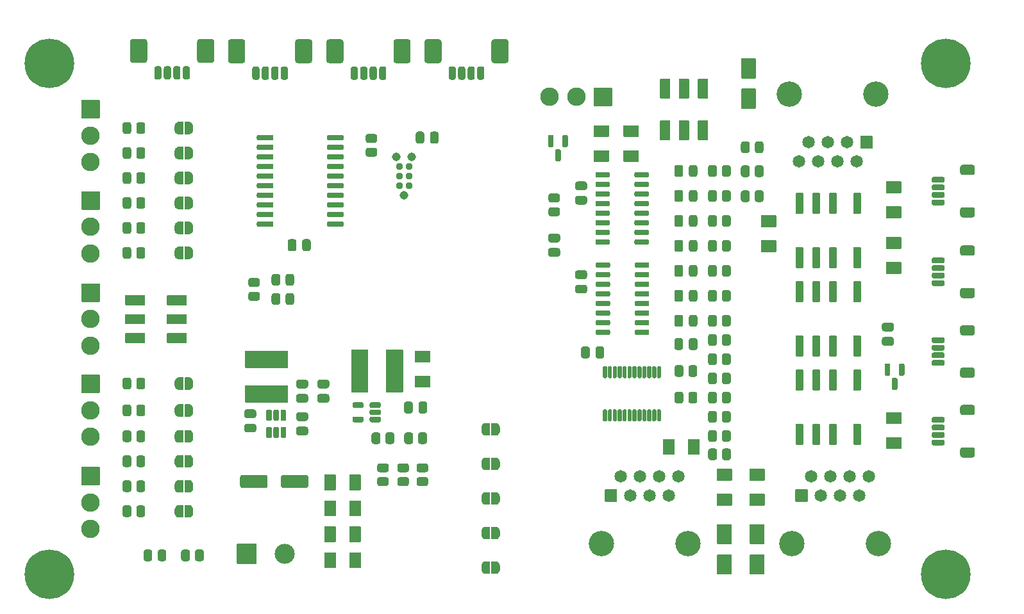
<source format=gts>
G04 #@! TF.GenerationSoftware,KiCad,Pcbnew,6.0.10-86aedd382b~118~ubuntu18.04.1*
G04 #@! TF.CreationDate,2024-12-31T11:37:35-07:00*
G04 #@! TF.ProjectId,mss-switch,6d73732d-7377-4697-9463-682e6b696361,rev?*
G04 #@! TF.SameCoordinates,Original*
G04 #@! TF.FileFunction,Soldermask,Top*
G04 #@! TF.FilePolarity,Negative*
%FSLAX46Y46*%
G04 Gerber Fmt 4.6, Leading zero omitted, Abs format (unit mm)*
G04 Created by KiCad (PCBNEW 6.0.10-86aedd382b~118~ubuntu18.04.1) date 2024-12-31 11:37:35*
%MOMM*%
%LPD*%
G01*
G04 APERTURE LIST*
%ADD10C,6.552400*%
%ADD11C,2.452400*%
%ADD12C,1.143000*%
%ADD13C,0.939800*%
%ADD14C,3.352400*%
%ADD15C,1.652400*%
%ADD16C,2.652400*%
G04 APERTURE END LIST*
G36*
G01*
X47139800Y-185362000D02*
X47139800Y-184462000D01*
G75*
G02*
X47466000Y-184135800I326200J0D01*
G01*
X47991000Y-184135800D01*
G75*
G02*
X48317200Y-184462000I0J-326200D01*
G01*
X48317200Y-185362000D01*
G75*
G02*
X47991000Y-185688200I-326200J0D01*
G01*
X47466000Y-185688200D01*
G75*
G02*
X47139800Y-185362000I0J326200D01*
G01*
G37*
G36*
G01*
X48964800Y-185362000D02*
X48964800Y-184462000D01*
G75*
G02*
X49291000Y-184135800I326200J0D01*
G01*
X49816000Y-184135800D01*
G75*
G02*
X50142200Y-184462000I0J-326200D01*
G01*
X50142200Y-185362000D01*
G75*
G02*
X49816000Y-185688200I-326200J0D01*
G01*
X49291000Y-185688200D01*
G75*
G02*
X48964800Y-185362000I0J326200D01*
G01*
G37*
G36*
G01*
X70879200Y-174310000D02*
X70879200Y-176210000D01*
G75*
G02*
X70803000Y-176286200I-76200J0D01*
G01*
X69403000Y-176286200D01*
G75*
G02*
X69326800Y-176210000I0J76200D01*
G01*
X69326800Y-174310000D01*
G75*
G02*
X69403000Y-174233800I76200J0D01*
G01*
X70803000Y-174233800D01*
G75*
G02*
X70879200Y-174310000I0J-76200D01*
G01*
G37*
G36*
G01*
X67579200Y-174310000D02*
X67579200Y-176210000D01*
G75*
G02*
X67503000Y-176286200I-76200J0D01*
G01*
X66103000Y-176286200D01*
G75*
G02*
X66026800Y-176210000I0J76200D01*
G01*
X66026800Y-174310000D01*
G75*
G02*
X66103000Y-174233800I76200J0D01*
G01*
X67503000Y-174233800D01*
G75*
G02*
X67579200Y-174310000I0J-76200D01*
G01*
G37*
G36*
G01*
X116712300Y-161954750D02*
X116712300Y-161054750D01*
G75*
G02*
X117038500Y-160728550I326200J0D01*
G01*
X117563500Y-160728550D01*
G75*
G02*
X117889700Y-161054750I0J-326200D01*
G01*
X117889700Y-161954750D01*
G75*
G02*
X117563500Y-162280950I-326200J0D01*
G01*
X117038500Y-162280950D01*
G75*
G02*
X116712300Y-161954750I0J326200D01*
G01*
G37*
G36*
G01*
X118537300Y-161954750D02*
X118537300Y-161054750D01*
G75*
G02*
X118863500Y-160728550I326200J0D01*
G01*
X119388500Y-160728550D01*
G75*
G02*
X119714700Y-161054750I0J-326200D01*
G01*
X119714700Y-161954750D01*
G75*
G02*
X119388500Y-162280950I-326200J0D01*
G01*
X118863500Y-162280950D01*
G75*
G02*
X118537300Y-161954750I0J326200D01*
G01*
G37*
G36*
G01*
X42395200Y-168714000D02*
X42395200Y-169614000D01*
G75*
G02*
X42069000Y-169940200I-326200J0D01*
G01*
X41544000Y-169940200D01*
G75*
G02*
X41217800Y-169614000I0J326200D01*
G01*
X41217800Y-168714000D01*
G75*
G02*
X41544000Y-168387800I326200J0D01*
G01*
X42069000Y-168387800D01*
G75*
G02*
X42395200Y-168714000I0J-326200D01*
G01*
G37*
G36*
G01*
X40570200Y-168714000D02*
X40570200Y-169614000D01*
G75*
G02*
X40244000Y-169940200I-326200J0D01*
G01*
X39719000Y-169940200D01*
G75*
G02*
X39392800Y-169614000I0J326200D01*
G01*
X39392800Y-168714000D01*
G75*
G02*
X39719000Y-168387800I326200J0D01*
G01*
X40244000Y-168387800D01*
G75*
G02*
X40570200Y-168714000I0J-326200D01*
G01*
G37*
D10*
X29718000Y-119888000D03*
G36*
G01*
X42395200Y-144457000D02*
X42395200Y-145357000D01*
G75*
G02*
X42069000Y-145683200I-326200J0D01*
G01*
X41544000Y-145683200D01*
G75*
G02*
X41217800Y-145357000I0J326200D01*
G01*
X41217800Y-144457000D01*
G75*
G02*
X41544000Y-144130800I326200J0D01*
G01*
X42069000Y-144130800D01*
G75*
G02*
X42395200Y-144457000I0J-326200D01*
G01*
G37*
G36*
G01*
X40570200Y-144457000D02*
X40570200Y-145357000D01*
G75*
G02*
X40244000Y-145683200I-326200J0D01*
G01*
X39719000Y-145683200D01*
G75*
G02*
X39392800Y-145357000I0J326200D01*
G01*
X39392800Y-144457000D01*
G75*
G02*
X39719000Y-144130800I326200J0D01*
G01*
X40244000Y-144130800D01*
G75*
G02*
X40570200Y-144457000I0J-326200D01*
G01*
G37*
G36*
G01*
X147723000Y-159824950D02*
X146473000Y-159824950D01*
G75*
G02*
X146246800Y-159598750I0J226200D01*
G01*
X146246800Y-159298750D01*
G75*
G02*
X146473000Y-159072550I226200J0D01*
G01*
X147723000Y-159072550D01*
G75*
G02*
X147949200Y-159298750I0J-226200D01*
G01*
X147949200Y-159598750D01*
G75*
G02*
X147723000Y-159824950I-226200J0D01*
G01*
G37*
G36*
G01*
X147723000Y-158824950D02*
X146473000Y-158824950D01*
G75*
G02*
X146246800Y-158598750I0J226200D01*
G01*
X146246800Y-158298750D01*
G75*
G02*
X146473000Y-158072550I226200J0D01*
G01*
X147723000Y-158072550D01*
G75*
G02*
X147949200Y-158298750I0J-226200D01*
G01*
X147949200Y-158598750D01*
G75*
G02*
X147723000Y-158824950I-226200J0D01*
G01*
G37*
G36*
G01*
X147723000Y-157824950D02*
X146473000Y-157824950D01*
G75*
G02*
X146246800Y-157598750I0J226200D01*
G01*
X146246800Y-157298750D01*
G75*
G02*
X146473000Y-157072550I226200J0D01*
G01*
X147723000Y-157072550D01*
G75*
G02*
X147949200Y-157298750I0J-226200D01*
G01*
X147949200Y-157598750D01*
G75*
G02*
X147723000Y-157824950I-226200J0D01*
G01*
G37*
G36*
G01*
X147723000Y-156824950D02*
X146473000Y-156824950D01*
G75*
G02*
X146246800Y-156598750I0J226200D01*
G01*
X146246800Y-156298750D01*
G75*
G02*
X146473000Y-156072550I226200J0D01*
G01*
X147723000Y-156072550D01*
G75*
G02*
X147949200Y-156298750I0J-226200D01*
G01*
X147949200Y-156598750D01*
G75*
G02*
X147723000Y-156824950I-226200J0D01*
G01*
G37*
G36*
G01*
X151623000Y-155824950D02*
X150323000Y-155824950D01*
G75*
G02*
X149996800Y-155498750I0J326200D01*
G01*
X149996800Y-154798750D01*
G75*
G02*
X150323000Y-154472550I326200J0D01*
G01*
X151623000Y-154472550D01*
G75*
G02*
X151949200Y-154798750I0J-326200D01*
G01*
X151949200Y-155498750D01*
G75*
G02*
X151623000Y-155824950I-326200J0D01*
G01*
G37*
G36*
G01*
X151623000Y-161424950D02*
X150323000Y-161424950D01*
G75*
G02*
X149996800Y-161098750I0J326200D01*
G01*
X149996800Y-160398750D01*
G75*
G02*
X150323000Y-160072550I326200J0D01*
G01*
X151623000Y-160072550D01*
G75*
G02*
X151949200Y-160398750I0J-326200D01*
G01*
X151949200Y-161098750D01*
G75*
G02*
X151623000Y-161424950I-326200J0D01*
G01*
G37*
G36*
X47599020Y-176576373D02*
G01*
X47572958Y-176531232D01*
X47571800Y-176518000D01*
X47571800Y-175018000D01*
X47589627Y-174969020D01*
X47634768Y-174942958D01*
X47648000Y-174941800D01*
X48148000Y-174941800D01*
X48162334Y-174947017D01*
X48229337Y-174948245D01*
X48250664Y-174951699D01*
X48385979Y-174993974D01*
X48405480Y-175003275D01*
X48523490Y-175081830D01*
X48539596Y-175096231D01*
X48630816Y-175204750D01*
X48642233Y-175223092D01*
X48699328Y-175352851D01*
X48705138Y-175373660D01*
X48722060Y-175503068D01*
X48723042Y-175504768D01*
X48724200Y-175518000D01*
X48724200Y-176018000D01*
X48723448Y-176020066D01*
X48723256Y-176035833D01*
X48701445Y-176175910D01*
X48695128Y-176196570D01*
X48634880Y-176324895D01*
X48623018Y-176342953D01*
X48529174Y-176449211D01*
X48512721Y-176463213D01*
X48392826Y-176538861D01*
X48373105Y-176547683D01*
X48236798Y-176586640D01*
X48215392Y-176589573D01*
X48167745Y-176589282D01*
X48161232Y-176593042D01*
X48148000Y-176594200D01*
X47648000Y-176594200D01*
X47599020Y-176576373D01*
G37*
G36*
X46833919Y-176589075D02*
G01*
X46773630Y-176588707D01*
X46752262Y-176585513D01*
X46616441Y-176544894D01*
X46596828Y-176535832D01*
X46477866Y-176458725D01*
X46461585Y-176444522D01*
X46369047Y-176337125D01*
X46357408Y-176318924D01*
X46298731Y-176189872D01*
X46292667Y-176169135D01*
X46272570Y-176028802D01*
X46271800Y-176018000D01*
X46271800Y-175518000D01*
X46271806Y-175517071D01*
X46271955Y-175504855D01*
X46273005Y-175493142D01*
X46296525Y-175353341D01*
X46303094Y-175332758D01*
X46364906Y-175205179D01*
X46376987Y-175187268D01*
X46472122Y-175082164D01*
X46488745Y-175068363D01*
X46609555Y-174994186D01*
X46629383Y-174985606D01*
X46766156Y-174948317D01*
X46787596Y-174945647D01*
X46828802Y-174946402D01*
X46834768Y-174942958D01*
X46848000Y-174941800D01*
X47348000Y-174941800D01*
X47396980Y-174959627D01*
X47423042Y-175004768D01*
X47424200Y-175018000D01*
X47424200Y-176518000D01*
X47406373Y-176566980D01*
X47361232Y-176593042D01*
X47348000Y-176594200D01*
X46848000Y-176594200D01*
X46833919Y-176589075D01*
G37*
G36*
G01*
X55638700Y-157848300D02*
X61201300Y-157848300D01*
G75*
G02*
X61277500Y-157924500I0J-76200D01*
G01*
X61277500Y-160032700D01*
G75*
G02*
X61201300Y-160108900I-76200J0D01*
G01*
X55638700Y-160108900D01*
G75*
G02*
X55562500Y-160032700I0J76200D01*
G01*
X55562500Y-157924500D01*
G75*
G02*
X55638700Y-157848300I76200J0D01*
G01*
G37*
G36*
G01*
X55638700Y-162445700D02*
X61201300Y-162445700D01*
G75*
G02*
X61277500Y-162521900I0J-76200D01*
G01*
X61277500Y-164630100D01*
G75*
G02*
X61201300Y-164706300I-76200J0D01*
G01*
X55638700Y-164706300D01*
G75*
G02*
X55562500Y-164630100I0J76200D01*
G01*
X55562500Y-162521900D01*
G75*
G02*
X55638700Y-162445700I76200J0D01*
G01*
G37*
G36*
G01*
X101883800Y-146668750D02*
X101883800Y-146368750D01*
G75*
G02*
X102110000Y-146142550I226200J0D01*
G01*
X103560000Y-146142550D01*
G75*
G02*
X103786200Y-146368750I0J-226200D01*
G01*
X103786200Y-146668750D01*
G75*
G02*
X103560000Y-146894950I-226200J0D01*
G01*
X102110000Y-146894950D01*
G75*
G02*
X101883800Y-146668750I0J226200D01*
G01*
G37*
G36*
G01*
X101883800Y-147938750D02*
X101883800Y-147638750D01*
G75*
G02*
X102110000Y-147412550I226200J0D01*
G01*
X103560000Y-147412550D01*
G75*
G02*
X103786200Y-147638750I0J-226200D01*
G01*
X103786200Y-147938750D01*
G75*
G02*
X103560000Y-148164950I-226200J0D01*
G01*
X102110000Y-148164950D01*
G75*
G02*
X101883800Y-147938750I0J226200D01*
G01*
G37*
G36*
G01*
X101883800Y-149208750D02*
X101883800Y-148908750D01*
G75*
G02*
X102110000Y-148682550I226200J0D01*
G01*
X103560000Y-148682550D01*
G75*
G02*
X103786200Y-148908750I0J-226200D01*
G01*
X103786200Y-149208750D01*
G75*
G02*
X103560000Y-149434950I-226200J0D01*
G01*
X102110000Y-149434950D01*
G75*
G02*
X101883800Y-149208750I0J226200D01*
G01*
G37*
G36*
G01*
X101883800Y-150478750D02*
X101883800Y-150178750D01*
G75*
G02*
X102110000Y-149952550I226200J0D01*
G01*
X103560000Y-149952550D01*
G75*
G02*
X103786200Y-150178750I0J-226200D01*
G01*
X103786200Y-150478750D01*
G75*
G02*
X103560000Y-150704950I-226200J0D01*
G01*
X102110000Y-150704950D01*
G75*
G02*
X101883800Y-150478750I0J226200D01*
G01*
G37*
G36*
G01*
X101883800Y-151748750D02*
X101883800Y-151448750D01*
G75*
G02*
X102110000Y-151222550I226200J0D01*
G01*
X103560000Y-151222550D01*
G75*
G02*
X103786200Y-151448750I0J-226200D01*
G01*
X103786200Y-151748750D01*
G75*
G02*
X103560000Y-151974950I-226200J0D01*
G01*
X102110000Y-151974950D01*
G75*
G02*
X101883800Y-151748750I0J226200D01*
G01*
G37*
G36*
G01*
X101883800Y-153018750D02*
X101883800Y-152718750D01*
G75*
G02*
X102110000Y-152492550I226200J0D01*
G01*
X103560000Y-152492550D01*
G75*
G02*
X103786200Y-152718750I0J-226200D01*
G01*
X103786200Y-153018750D01*
G75*
G02*
X103560000Y-153244950I-226200J0D01*
G01*
X102110000Y-153244950D01*
G75*
G02*
X101883800Y-153018750I0J226200D01*
G01*
G37*
G36*
G01*
X101883800Y-154288750D02*
X101883800Y-153988750D01*
G75*
G02*
X102110000Y-153762550I226200J0D01*
G01*
X103560000Y-153762550D01*
G75*
G02*
X103786200Y-153988750I0J-226200D01*
G01*
X103786200Y-154288750D01*
G75*
G02*
X103560000Y-154514950I-226200J0D01*
G01*
X102110000Y-154514950D01*
G75*
G02*
X101883800Y-154288750I0J226200D01*
G01*
G37*
G36*
G01*
X101883800Y-155558750D02*
X101883800Y-155258750D01*
G75*
G02*
X102110000Y-155032550I226200J0D01*
G01*
X103560000Y-155032550D01*
G75*
G02*
X103786200Y-155258750I0J-226200D01*
G01*
X103786200Y-155558750D01*
G75*
G02*
X103560000Y-155784950I-226200J0D01*
G01*
X102110000Y-155784950D01*
G75*
G02*
X101883800Y-155558750I0J226200D01*
G01*
G37*
G36*
G01*
X107033800Y-155558750D02*
X107033800Y-155258750D01*
G75*
G02*
X107260000Y-155032550I226200J0D01*
G01*
X108710000Y-155032550D01*
G75*
G02*
X108936200Y-155258750I0J-226200D01*
G01*
X108936200Y-155558750D01*
G75*
G02*
X108710000Y-155784950I-226200J0D01*
G01*
X107260000Y-155784950D01*
G75*
G02*
X107033800Y-155558750I0J226200D01*
G01*
G37*
G36*
G01*
X107033800Y-154288750D02*
X107033800Y-153988750D01*
G75*
G02*
X107260000Y-153762550I226200J0D01*
G01*
X108710000Y-153762550D01*
G75*
G02*
X108936200Y-153988750I0J-226200D01*
G01*
X108936200Y-154288750D01*
G75*
G02*
X108710000Y-154514950I-226200J0D01*
G01*
X107260000Y-154514950D01*
G75*
G02*
X107033800Y-154288750I0J226200D01*
G01*
G37*
G36*
G01*
X107033800Y-153018750D02*
X107033800Y-152718750D01*
G75*
G02*
X107260000Y-152492550I226200J0D01*
G01*
X108710000Y-152492550D01*
G75*
G02*
X108936200Y-152718750I0J-226200D01*
G01*
X108936200Y-153018750D01*
G75*
G02*
X108710000Y-153244950I-226200J0D01*
G01*
X107260000Y-153244950D01*
G75*
G02*
X107033800Y-153018750I0J226200D01*
G01*
G37*
G36*
G01*
X107033800Y-151748750D02*
X107033800Y-151448750D01*
G75*
G02*
X107260000Y-151222550I226200J0D01*
G01*
X108710000Y-151222550D01*
G75*
G02*
X108936200Y-151448750I0J-226200D01*
G01*
X108936200Y-151748750D01*
G75*
G02*
X108710000Y-151974950I-226200J0D01*
G01*
X107260000Y-151974950D01*
G75*
G02*
X107033800Y-151748750I0J226200D01*
G01*
G37*
G36*
G01*
X107033800Y-150478750D02*
X107033800Y-150178750D01*
G75*
G02*
X107260000Y-149952550I226200J0D01*
G01*
X108710000Y-149952550D01*
G75*
G02*
X108936200Y-150178750I0J-226200D01*
G01*
X108936200Y-150478750D01*
G75*
G02*
X108710000Y-150704950I-226200J0D01*
G01*
X107260000Y-150704950D01*
G75*
G02*
X107033800Y-150478750I0J226200D01*
G01*
G37*
G36*
G01*
X107033800Y-149208750D02*
X107033800Y-148908750D01*
G75*
G02*
X107260000Y-148682550I226200J0D01*
G01*
X108710000Y-148682550D01*
G75*
G02*
X108936200Y-148908750I0J-226200D01*
G01*
X108936200Y-149208750D01*
G75*
G02*
X108710000Y-149434950I-226200J0D01*
G01*
X107260000Y-149434950D01*
G75*
G02*
X107033800Y-149208750I0J226200D01*
G01*
G37*
G36*
G01*
X107033800Y-147938750D02*
X107033800Y-147638750D01*
G75*
G02*
X107260000Y-147412550I226200J0D01*
G01*
X108710000Y-147412550D01*
G75*
G02*
X108936200Y-147638750I0J-226200D01*
G01*
X108936200Y-147938750D01*
G75*
G02*
X108710000Y-148164950I-226200J0D01*
G01*
X107260000Y-148164950D01*
G75*
G02*
X107033800Y-147938750I0J226200D01*
G01*
G37*
G36*
G01*
X107033800Y-146668750D02*
X107033800Y-146368750D01*
G75*
G02*
X107260000Y-146142550I226200J0D01*
G01*
X108710000Y-146142550D01*
G75*
G02*
X108936200Y-146368750I0J-226200D01*
G01*
X108936200Y-146668750D01*
G75*
G02*
X108710000Y-146894950I-226200J0D01*
G01*
X107260000Y-146894950D01*
G75*
G02*
X107033800Y-146668750I0J226200D01*
G01*
G37*
G36*
G01*
X119714700Y-136924750D02*
X119714700Y-137824750D01*
G75*
G02*
X119388500Y-138150950I-326200J0D01*
G01*
X118863500Y-138150950D01*
G75*
G02*
X118537300Y-137824750I0J326200D01*
G01*
X118537300Y-136924750D01*
G75*
G02*
X118863500Y-136598550I326200J0D01*
G01*
X119388500Y-136598550D01*
G75*
G02*
X119714700Y-136924750I0J-326200D01*
G01*
G37*
G36*
G01*
X117889700Y-136924750D02*
X117889700Y-137824750D01*
G75*
G02*
X117563500Y-138150950I-326200J0D01*
G01*
X117038500Y-138150950D01*
G75*
G02*
X116712300Y-137824750I0J326200D01*
G01*
X116712300Y-136924750D01*
G75*
G02*
X117038500Y-136598550I326200J0D01*
G01*
X117563500Y-136598550D01*
G75*
G02*
X117889700Y-136924750I0J-326200D01*
G01*
G37*
G36*
G01*
X34029000Y-173200800D02*
X36329000Y-173200800D01*
G75*
G02*
X36405200Y-173277000I0J-76200D01*
G01*
X36405200Y-175577000D01*
G75*
G02*
X36329000Y-175653200I-76200J0D01*
G01*
X34029000Y-175653200D01*
G75*
G02*
X33952800Y-175577000I0J76200D01*
G01*
X33952800Y-173277000D01*
G75*
G02*
X34029000Y-173200800I76200J0D01*
G01*
G37*
D11*
X35179000Y-177927000D03*
X35179000Y-181427000D03*
G36*
X47599020Y-169972373D02*
G01*
X47572958Y-169927232D01*
X47571800Y-169914000D01*
X47571800Y-168414000D01*
X47589627Y-168365020D01*
X47634768Y-168338958D01*
X47648000Y-168337800D01*
X48148000Y-168337800D01*
X48162334Y-168343017D01*
X48229337Y-168344245D01*
X48250664Y-168347699D01*
X48385979Y-168389974D01*
X48405480Y-168399275D01*
X48523490Y-168477830D01*
X48539596Y-168492231D01*
X48630816Y-168600750D01*
X48642233Y-168619092D01*
X48699328Y-168748851D01*
X48705138Y-168769660D01*
X48722060Y-168899068D01*
X48723042Y-168900768D01*
X48724200Y-168914000D01*
X48724200Y-169414000D01*
X48723448Y-169416066D01*
X48723256Y-169431833D01*
X48701445Y-169571910D01*
X48695128Y-169592570D01*
X48634880Y-169720895D01*
X48623018Y-169738953D01*
X48529174Y-169845211D01*
X48512721Y-169859213D01*
X48392826Y-169934861D01*
X48373105Y-169943683D01*
X48236798Y-169982640D01*
X48215392Y-169985573D01*
X48167745Y-169985282D01*
X48161232Y-169989042D01*
X48148000Y-169990200D01*
X47648000Y-169990200D01*
X47599020Y-169972373D01*
G37*
G36*
X46833919Y-169985075D02*
G01*
X46773630Y-169984707D01*
X46752262Y-169981513D01*
X46616441Y-169940894D01*
X46596828Y-169931832D01*
X46477866Y-169854725D01*
X46461585Y-169840522D01*
X46369047Y-169733125D01*
X46357408Y-169714924D01*
X46298731Y-169585872D01*
X46292667Y-169565135D01*
X46272570Y-169424802D01*
X46271800Y-169414000D01*
X46271800Y-168914000D01*
X46271806Y-168913071D01*
X46271955Y-168900855D01*
X46273005Y-168889142D01*
X46296525Y-168749341D01*
X46303094Y-168728758D01*
X46364906Y-168601179D01*
X46376987Y-168583268D01*
X46472122Y-168478164D01*
X46488745Y-168464363D01*
X46609555Y-168390186D01*
X46629383Y-168381606D01*
X46766156Y-168344317D01*
X46787596Y-168341647D01*
X46828802Y-168342402D01*
X46834768Y-168338958D01*
X46848000Y-168337800D01*
X47348000Y-168337800D01*
X47396980Y-168355627D01*
X47423042Y-168400768D01*
X47424200Y-168414000D01*
X47424200Y-169914000D01*
X47406373Y-169962980D01*
X47361232Y-169989042D01*
X47348000Y-169990200D01*
X46848000Y-169990200D01*
X46833919Y-169985075D01*
G37*
G36*
G01*
X34029000Y-124686800D02*
X36329000Y-124686800D01*
G75*
G02*
X36405200Y-124763000I0J-76200D01*
G01*
X36405200Y-127063000D01*
G75*
G02*
X36329000Y-127139200I-76200J0D01*
G01*
X34029000Y-127139200D01*
G75*
G02*
X33952800Y-127063000I0J76200D01*
G01*
X33952800Y-124763000D01*
G75*
G02*
X34029000Y-124686800I76200J0D01*
G01*
G37*
X35179000Y-129413000D03*
X35179000Y-132913000D03*
G36*
G01*
X73504200Y-166789000D02*
X73504200Y-167089000D01*
G75*
G02*
X73278000Y-167315200I-226200J0D01*
G01*
X72253000Y-167315200D01*
G75*
G02*
X72026800Y-167089000I0J226200D01*
G01*
X72026800Y-166789000D01*
G75*
G02*
X72253000Y-166562800I226200J0D01*
G01*
X73278000Y-166562800D01*
G75*
G02*
X73504200Y-166789000I0J-226200D01*
G01*
G37*
G36*
G01*
X73504200Y-165839000D02*
X73504200Y-166139000D01*
G75*
G02*
X73278000Y-166365200I-226200J0D01*
G01*
X72253000Y-166365200D01*
G75*
G02*
X72026800Y-166139000I0J226200D01*
G01*
X72026800Y-165839000D01*
G75*
G02*
X72253000Y-165612800I226200J0D01*
G01*
X73278000Y-165612800D01*
G75*
G02*
X73504200Y-165839000I0J-226200D01*
G01*
G37*
G36*
G01*
X73504200Y-164889000D02*
X73504200Y-165189000D01*
G75*
G02*
X73278000Y-165415200I-226200J0D01*
G01*
X72253000Y-165415200D01*
G75*
G02*
X72026800Y-165189000I0J226200D01*
G01*
X72026800Y-164889000D01*
G75*
G02*
X72253000Y-164662800I226200J0D01*
G01*
X73278000Y-164662800D01*
G75*
G02*
X73504200Y-164889000I0J-226200D01*
G01*
G37*
G36*
G01*
X71229200Y-164889000D02*
X71229200Y-165189000D01*
G75*
G02*
X71003000Y-165415200I-226200J0D01*
G01*
X69978000Y-165415200D01*
G75*
G02*
X69751800Y-165189000I0J226200D01*
G01*
X69751800Y-164889000D01*
G75*
G02*
X69978000Y-164662800I226200J0D01*
G01*
X71003000Y-164662800D01*
G75*
G02*
X71229200Y-164889000I0J-226200D01*
G01*
G37*
G36*
G01*
X71229200Y-166789000D02*
X71229200Y-167089000D01*
G75*
G02*
X71003000Y-167315200I-226200J0D01*
G01*
X69978000Y-167315200D01*
G75*
G02*
X69751800Y-167089000I0J226200D01*
G01*
X69751800Y-166789000D01*
G75*
G02*
X69978000Y-166562800I226200J0D01*
G01*
X71003000Y-166562800D01*
G75*
G02*
X71229200Y-166789000I0J-226200D01*
G01*
G37*
G36*
X87909980Y-185715377D02*
G01*
X87936042Y-185760518D01*
X87937200Y-185773750D01*
X87937200Y-187273750D01*
X87919373Y-187322730D01*
X87874232Y-187348792D01*
X87861000Y-187349950D01*
X87361000Y-187349950D01*
X87346666Y-187344733D01*
X87279663Y-187343505D01*
X87258336Y-187340051D01*
X87123021Y-187297776D01*
X87103520Y-187288475D01*
X86985510Y-187209920D01*
X86969404Y-187195519D01*
X86878184Y-187087000D01*
X86866767Y-187068658D01*
X86809672Y-186938899D01*
X86803862Y-186918090D01*
X86786940Y-186788682D01*
X86785958Y-186786982D01*
X86784800Y-186773750D01*
X86784800Y-186273750D01*
X86785552Y-186271684D01*
X86785744Y-186255917D01*
X86807555Y-186115840D01*
X86813872Y-186095180D01*
X86874120Y-185966855D01*
X86885982Y-185948797D01*
X86979826Y-185842539D01*
X86996279Y-185828537D01*
X87116174Y-185752889D01*
X87135895Y-185744067D01*
X87272202Y-185705110D01*
X87293608Y-185702177D01*
X87341255Y-185702468D01*
X87347768Y-185698708D01*
X87361000Y-185697550D01*
X87861000Y-185697550D01*
X87909980Y-185715377D01*
G37*
G36*
X88675081Y-185702675D02*
G01*
X88735370Y-185703043D01*
X88756738Y-185706237D01*
X88892559Y-185746856D01*
X88912172Y-185755918D01*
X89031134Y-185833025D01*
X89047415Y-185847228D01*
X89139953Y-185954625D01*
X89151592Y-185972826D01*
X89210269Y-186101878D01*
X89216333Y-186122615D01*
X89236430Y-186262948D01*
X89237200Y-186273750D01*
X89237200Y-186773750D01*
X89237194Y-186774679D01*
X89237045Y-186786895D01*
X89235995Y-186798608D01*
X89212475Y-186938409D01*
X89205906Y-186958992D01*
X89144094Y-187086571D01*
X89132013Y-187104482D01*
X89036878Y-187209586D01*
X89020255Y-187223387D01*
X88899445Y-187297564D01*
X88879617Y-187306144D01*
X88742844Y-187343433D01*
X88721404Y-187346103D01*
X88680198Y-187345348D01*
X88674232Y-187348792D01*
X88661000Y-187349950D01*
X88161000Y-187349950D01*
X88112020Y-187332123D01*
X88085958Y-187286982D01*
X88084800Y-187273750D01*
X88084800Y-185773750D01*
X88102627Y-185724770D01*
X88147768Y-185698708D01*
X88161000Y-185697550D01*
X88661000Y-185697550D01*
X88675081Y-185702675D01*
G37*
G36*
G01*
X125664000Y-144793200D02*
X123764000Y-144793200D01*
G75*
G02*
X123687800Y-144717000I0J76200D01*
G01*
X123687800Y-143317000D01*
G75*
G02*
X123764000Y-143240800I76200J0D01*
G01*
X125664000Y-143240800D01*
G75*
G02*
X125740200Y-143317000I0J-76200D01*
G01*
X125740200Y-144717000D01*
G75*
G02*
X125664000Y-144793200I-76200J0D01*
G01*
G37*
G36*
G01*
X125664000Y-141493200D02*
X123764000Y-141493200D01*
G75*
G02*
X123687800Y-141417000I0J76200D01*
G01*
X123687800Y-140017000D01*
G75*
G02*
X123764000Y-139940800I76200J0D01*
G01*
X125664000Y-139940800D01*
G75*
G02*
X125740200Y-140017000I0J-76200D01*
G01*
X125740200Y-141417000D01*
G75*
G02*
X125664000Y-141493200I-76200J0D01*
G01*
G37*
G36*
G01*
X124056200Y-130487000D02*
X124056200Y-131387000D01*
G75*
G02*
X123730000Y-131713200I-326200J0D01*
G01*
X123205000Y-131713200D01*
G75*
G02*
X122878800Y-131387000I0J326200D01*
G01*
X122878800Y-130487000D01*
G75*
G02*
X123205000Y-130160800I326200J0D01*
G01*
X123730000Y-130160800D01*
G75*
G02*
X124056200Y-130487000I0J-326200D01*
G01*
G37*
G36*
G01*
X122231200Y-130487000D02*
X122231200Y-131387000D01*
G75*
G02*
X121905000Y-131713200I-326200J0D01*
G01*
X121380000Y-131713200D01*
G75*
G02*
X121053800Y-131387000I0J326200D01*
G01*
X121053800Y-130487000D01*
G75*
G02*
X121380000Y-130160800I326200J0D01*
G01*
X121905000Y-130160800D01*
G75*
G02*
X122231200Y-130487000I0J-326200D01*
G01*
G37*
G36*
X47599020Y-135809373D02*
G01*
X47572958Y-135764232D01*
X47571800Y-135751000D01*
X47571800Y-134251000D01*
X47589627Y-134202020D01*
X47634768Y-134175958D01*
X47648000Y-134174800D01*
X48148000Y-134174800D01*
X48162334Y-134180017D01*
X48229337Y-134181245D01*
X48250664Y-134184699D01*
X48385979Y-134226974D01*
X48405480Y-134236275D01*
X48523490Y-134314830D01*
X48539596Y-134329231D01*
X48630816Y-134437750D01*
X48642233Y-134456092D01*
X48699328Y-134585851D01*
X48705138Y-134606660D01*
X48722060Y-134736068D01*
X48723042Y-134737768D01*
X48724200Y-134751000D01*
X48724200Y-135251000D01*
X48723448Y-135253066D01*
X48723256Y-135268833D01*
X48701445Y-135408910D01*
X48695128Y-135429570D01*
X48634880Y-135557895D01*
X48623018Y-135575953D01*
X48529174Y-135682211D01*
X48512721Y-135696213D01*
X48392826Y-135771861D01*
X48373105Y-135780683D01*
X48236798Y-135819640D01*
X48215392Y-135822573D01*
X48167745Y-135822282D01*
X48161232Y-135826042D01*
X48148000Y-135827200D01*
X47648000Y-135827200D01*
X47599020Y-135809373D01*
G37*
G36*
X46833919Y-135822075D02*
G01*
X46773630Y-135821707D01*
X46752262Y-135818513D01*
X46616441Y-135777894D01*
X46596828Y-135768832D01*
X46477866Y-135691725D01*
X46461585Y-135677522D01*
X46369047Y-135570125D01*
X46357408Y-135551924D01*
X46298731Y-135422872D01*
X46292667Y-135402135D01*
X46272570Y-135261802D01*
X46271800Y-135251000D01*
X46271800Y-134751000D01*
X46271806Y-134750071D01*
X46271955Y-134737855D01*
X46273005Y-134726142D01*
X46296525Y-134586341D01*
X46303094Y-134565758D01*
X46364906Y-134438179D01*
X46376987Y-134420268D01*
X46472122Y-134315164D01*
X46488745Y-134301363D01*
X46609555Y-134227186D01*
X46629383Y-134218606D01*
X46766156Y-134181317D01*
X46787596Y-134178647D01*
X46828802Y-134179402D01*
X46834768Y-134175958D01*
X46848000Y-134174800D01*
X47348000Y-134174800D01*
X47396980Y-134192627D01*
X47423042Y-134237768D01*
X47424200Y-134251000D01*
X47424200Y-135751000D01*
X47406373Y-135799980D01*
X47361232Y-135826042D01*
X47348000Y-135827200D01*
X46848000Y-135827200D01*
X46833919Y-135822075D01*
G37*
D12*
X76581000Y-137287000D03*
X75565000Y-132207000D03*
X77597000Y-132207000D03*
D13*
X77216000Y-136017000D03*
X75946000Y-136017000D03*
X77216000Y-134747000D03*
X75946000Y-134747000D03*
X77216000Y-133477000D03*
X75946000Y-133477000D03*
G36*
G01*
X115318200Y-150107750D02*
X115318200Y-151057750D01*
G75*
G02*
X114992000Y-151383950I-326200J0D01*
G01*
X114492000Y-151383950D01*
G75*
G02*
X114165800Y-151057750I0J326200D01*
G01*
X114165800Y-150107750D01*
G75*
G02*
X114492000Y-149781550I326200J0D01*
G01*
X114992000Y-149781550D01*
G75*
G02*
X115318200Y-150107750I0J-326200D01*
G01*
G37*
G36*
G01*
X113418200Y-150107750D02*
X113418200Y-151057750D01*
G75*
G02*
X113092000Y-151383950I-326200J0D01*
G01*
X112592000Y-151383950D01*
G75*
G02*
X112265800Y-151057750I0J326200D01*
G01*
X112265800Y-150107750D01*
G75*
G02*
X112592000Y-149781550I326200J0D01*
G01*
X113092000Y-149781550D01*
G75*
G02*
X113418200Y-150107750I0J-326200D01*
G01*
G37*
G36*
G01*
X61239200Y-120537000D02*
X61239200Y-121737000D01*
G75*
G02*
X60963000Y-122013200I-276200J0D01*
G01*
X60563000Y-122013200D01*
G75*
G02*
X60286800Y-121737000I0J276200D01*
G01*
X60286800Y-120537000D01*
G75*
G02*
X60563000Y-120260800I276200J0D01*
G01*
X60963000Y-120260800D01*
G75*
G02*
X61239200Y-120537000I0J-276200D01*
G01*
G37*
G36*
G01*
X59989200Y-120537000D02*
X59989200Y-121737000D01*
G75*
G02*
X59713000Y-122013200I-276200J0D01*
G01*
X59313000Y-122013200D01*
G75*
G02*
X59036800Y-121737000I0J276200D01*
G01*
X59036800Y-120537000D01*
G75*
G02*
X59313000Y-120260800I276200J0D01*
G01*
X59713000Y-120260800D01*
G75*
G02*
X59989200Y-120537000I0J-276200D01*
G01*
G37*
G36*
G01*
X58739200Y-120537000D02*
X58739200Y-121737000D01*
G75*
G02*
X58463000Y-122013200I-276200J0D01*
G01*
X58063000Y-122013200D01*
G75*
G02*
X57786800Y-121737000I0J276200D01*
G01*
X57786800Y-120537000D01*
G75*
G02*
X58063000Y-120260800I276200J0D01*
G01*
X58463000Y-120260800D01*
G75*
G02*
X58739200Y-120537000I0J-276200D01*
G01*
G37*
G36*
G01*
X57489200Y-120537000D02*
X57489200Y-121737000D01*
G75*
G02*
X57213000Y-122013200I-276200J0D01*
G01*
X56813000Y-122013200D01*
G75*
G02*
X56536800Y-121737000I0J276200D01*
G01*
X56536800Y-120537000D01*
G75*
G02*
X56813000Y-120260800I276200J0D01*
G01*
X57213000Y-120260800D01*
G75*
G02*
X57489200Y-120537000I0J-276200D01*
G01*
G37*
G36*
G01*
X55589200Y-116987001D02*
X55589200Y-119486999D01*
G75*
G02*
X55262999Y-119813200I-326201J0D01*
G01*
X53663001Y-119813200D01*
G75*
G02*
X53336800Y-119486999I0J326201D01*
G01*
X53336800Y-116987001D01*
G75*
G02*
X53663001Y-116660800I326201J0D01*
G01*
X55262999Y-116660800D01*
G75*
G02*
X55589200Y-116987001I0J-326201D01*
G01*
G37*
G36*
G01*
X64439200Y-116987001D02*
X64439200Y-119486999D01*
G75*
G02*
X64112999Y-119813200I-326201J0D01*
G01*
X62513001Y-119813200D01*
G75*
G02*
X62186800Y-119486999I0J326201D01*
G01*
X62186800Y-116987001D01*
G75*
G02*
X62513001Y-116660800I326201J0D01*
G01*
X64112999Y-116660800D01*
G75*
G02*
X64439200Y-116987001I0J-326201D01*
G01*
G37*
G36*
X47599020Y-129205373D02*
G01*
X47572958Y-129160232D01*
X47571800Y-129147000D01*
X47571800Y-127647000D01*
X47589627Y-127598020D01*
X47634768Y-127571958D01*
X47648000Y-127570800D01*
X48148000Y-127570800D01*
X48162334Y-127576017D01*
X48229337Y-127577245D01*
X48250664Y-127580699D01*
X48385979Y-127622974D01*
X48405480Y-127632275D01*
X48523490Y-127710830D01*
X48539596Y-127725231D01*
X48630816Y-127833750D01*
X48642233Y-127852092D01*
X48699328Y-127981851D01*
X48705138Y-128002660D01*
X48722060Y-128132068D01*
X48723042Y-128133768D01*
X48724200Y-128147000D01*
X48724200Y-128647000D01*
X48723448Y-128649066D01*
X48723256Y-128664833D01*
X48701445Y-128804910D01*
X48695128Y-128825570D01*
X48634880Y-128953895D01*
X48623018Y-128971953D01*
X48529174Y-129078211D01*
X48512721Y-129092213D01*
X48392826Y-129167861D01*
X48373105Y-129176683D01*
X48236798Y-129215640D01*
X48215392Y-129218573D01*
X48167745Y-129218282D01*
X48161232Y-129222042D01*
X48148000Y-129223200D01*
X47648000Y-129223200D01*
X47599020Y-129205373D01*
G37*
G36*
X46833919Y-129218075D02*
G01*
X46773630Y-129217707D01*
X46752262Y-129214513D01*
X46616441Y-129173894D01*
X46596828Y-129164832D01*
X46477866Y-129087725D01*
X46461585Y-129073522D01*
X46369047Y-128966125D01*
X46357408Y-128947924D01*
X46298731Y-128818872D01*
X46292667Y-128798135D01*
X46272570Y-128657802D01*
X46271800Y-128647000D01*
X46271800Y-128147000D01*
X46271806Y-128146071D01*
X46271955Y-128133855D01*
X46273005Y-128122142D01*
X46296525Y-127982341D01*
X46303094Y-127961758D01*
X46364906Y-127834179D01*
X46376987Y-127816268D01*
X46472122Y-127711164D01*
X46488745Y-127697363D01*
X46609555Y-127623186D01*
X46629383Y-127614606D01*
X46766156Y-127577317D01*
X46787596Y-127574647D01*
X46828802Y-127575402D01*
X46834768Y-127571958D01*
X46848000Y-127570800D01*
X47348000Y-127570800D01*
X47396980Y-127588627D01*
X47423042Y-127633768D01*
X47424200Y-127647000D01*
X47424200Y-129147000D01*
X47406373Y-129195980D01*
X47361232Y-129222042D01*
X47348000Y-129223200D01*
X46848000Y-129223200D01*
X46833919Y-129218075D01*
G37*
G36*
G01*
X116712300Y-156874750D02*
X116712300Y-155974750D01*
G75*
G02*
X117038500Y-155648550I326200J0D01*
G01*
X117563500Y-155648550D01*
G75*
G02*
X117889700Y-155974750I0J-326200D01*
G01*
X117889700Y-156874750D01*
G75*
G02*
X117563500Y-157200950I-326200J0D01*
G01*
X117038500Y-157200950D01*
G75*
G02*
X116712300Y-156874750I0J326200D01*
G01*
G37*
G36*
G01*
X118537300Y-156874750D02*
X118537300Y-155974750D01*
G75*
G02*
X118863500Y-155648550I326200J0D01*
G01*
X119388500Y-155648550D01*
G75*
G02*
X119714700Y-155974750I0J-326200D01*
G01*
X119714700Y-156874750D01*
G75*
G02*
X119388500Y-157200950I-326200J0D01*
G01*
X118863500Y-157200950D01*
G75*
G02*
X118537300Y-156874750I0J326200D01*
G01*
G37*
G36*
G01*
X115318200Y-133597750D02*
X115318200Y-134547750D01*
G75*
G02*
X114992000Y-134873950I-326200J0D01*
G01*
X114492000Y-134873950D01*
G75*
G02*
X114165800Y-134547750I0J326200D01*
G01*
X114165800Y-133597750D01*
G75*
G02*
X114492000Y-133271550I326200J0D01*
G01*
X114992000Y-133271550D01*
G75*
G02*
X115318200Y-133597750I0J-326200D01*
G01*
G37*
G36*
G01*
X113418200Y-133597750D02*
X113418200Y-134547750D01*
G75*
G02*
X113092000Y-134873950I-326200J0D01*
G01*
X112592000Y-134873950D01*
G75*
G02*
X112265800Y-134547750I0J326200D01*
G01*
X112265800Y-133597750D01*
G75*
G02*
X112592000Y-133271550I326200J0D01*
G01*
X113092000Y-133271550D01*
G75*
G02*
X113418200Y-133597750I0J-326200D01*
G01*
G37*
G36*
G01*
X139987000Y-154136550D02*
X140937000Y-154136550D01*
G75*
G02*
X141263200Y-154462750I0J-326200D01*
G01*
X141263200Y-154962750D01*
G75*
G02*
X140937000Y-155288950I-326200J0D01*
G01*
X139987000Y-155288950D01*
G75*
G02*
X139660800Y-154962750I0J326200D01*
G01*
X139660800Y-154462750D01*
G75*
G02*
X139987000Y-154136550I326200J0D01*
G01*
G37*
G36*
G01*
X139987000Y-156036550D02*
X140937000Y-156036550D01*
G75*
G02*
X141263200Y-156362750I0J-326200D01*
G01*
X141263200Y-156862750D01*
G75*
G02*
X140937000Y-157188950I-326200J0D01*
G01*
X139987000Y-157188950D01*
G75*
G02*
X139660800Y-156862750I0J326200D01*
G01*
X139660800Y-156362750D01*
G75*
G02*
X139987000Y-156036550I326200J0D01*
G01*
G37*
G36*
G01*
X42186800Y-185368250D02*
X42186800Y-184455750D01*
G75*
G02*
X42506750Y-184135800I319950J0D01*
G01*
X42994250Y-184135800D01*
G75*
G02*
X43314200Y-184455750I0J-319950D01*
G01*
X43314200Y-185368250D01*
G75*
G02*
X42994250Y-185688200I-319950J0D01*
G01*
X42506750Y-185688200D01*
G75*
G02*
X42186800Y-185368250I0J319950D01*
G01*
G37*
G36*
G01*
X44061800Y-185368250D02*
X44061800Y-184455750D01*
G75*
G02*
X44381750Y-184135800I319950J0D01*
G01*
X44869250Y-184135800D01*
G75*
G02*
X45189200Y-184455750I0J-319950D01*
G01*
X45189200Y-185368250D01*
G75*
G02*
X44869250Y-185688200I-319950J0D01*
G01*
X44381750Y-185688200D01*
G75*
G02*
X44061800Y-185368250I0J319950D01*
G01*
G37*
G36*
G01*
X115441100Y-121868050D02*
X116634900Y-121868050D01*
G75*
G02*
X116711100Y-121944250I0J-76200D01*
G01*
X116711100Y-124433450D01*
G75*
G02*
X116634900Y-124509650I-76200J0D01*
G01*
X115441100Y-124509650D01*
G75*
G02*
X115364900Y-124433450I0J76200D01*
G01*
X115364900Y-121944250D01*
G75*
G02*
X115441100Y-121868050I76200J0D01*
G01*
G37*
G36*
G01*
X112941100Y-121868050D02*
X114134900Y-121868050D01*
G75*
G02*
X114211100Y-121944250I0J-76200D01*
G01*
X114211100Y-124433450D01*
G75*
G02*
X114134900Y-124509650I-76200J0D01*
G01*
X112941100Y-124509650D01*
G75*
G02*
X112864900Y-124433450I0J76200D01*
G01*
X112864900Y-121944250D01*
G75*
G02*
X112941100Y-121868050I76200J0D01*
G01*
G37*
G36*
G01*
X110441100Y-121868050D02*
X111634900Y-121868050D01*
G75*
G02*
X111711100Y-121944250I0J-76200D01*
G01*
X111711100Y-124433450D01*
G75*
G02*
X111634900Y-124509650I-76200J0D01*
G01*
X110441100Y-124509650D01*
G75*
G02*
X110364900Y-124433450I0J76200D01*
G01*
X110364900Y-121944250D01*
G75*
G02*
X110441100Y-121868050I76200J0D01*
G01*
G37*
G36*
G01*
X115441100Y-127379850D02*
X116634900Y-127379850D01*
G75*
G02*
X116711100Y-127456050I0J-76200D01*
G01*
X116711100Y-129945250D01*
G75*
G02*
X116634900Y-130021450I-76200J0D01*
G01*
X115441100Y-130021450D01*
G75*
G02*
X115364900Y-129945250I0J76200D01*
G01*
X115364900Y-127456050D01*
G75*
G02*
X115441100Y-127379850I76200J0D01*
G01*
G37*
G36*
G01*
X112941100Y-127379850D02*
X114134900Y-127379850D01*
G75*
G02*
X114211100Y-127456050I0J-76200D01*
G01*
X114211100Y-129945250D01*
G75*
G02*
X114134900Y-130021450I-76200J0D01*
G01*
X112941100Y-130021450D01*
G75*
G02*
X112864900Y-129945250I0J76200D01*
G01*
X112864900Y-127456050D01*
G75*
G02*
X112941100Y-127379850I76200J0D01*
G01*
G37*
G36*
G01*
X110441100Y-127379850D02*
X111634900Y-127379850D01*
G75*
G02*
X111711100Y-127456050I0J-76200D01*
G01*
X111711100Y-129945250D01*
G75*
G02*
X111634900Y-130021450I-76200J0D01*
G01*
X110441100Y-130021450D01*
G75*
G02*
X110364900Y-129945250I0J76200D01*
G01*
X110364900Y-127456050D01*
G75*
G02*
X110441100Y-127379850I76200J0D01*
G01*
G37*
D14*
X127797500Y-183328750D03*
X139227500Y-183328750D03*
G36*
G01*
X128241300Y-177728750D02*
X128241300Y-176228750D01*
G75*
G02*
X128317500Y-176152550I76200J0D01*
G01*
X129817500Y-176152550D01*
G75*
G02*
X129893700Y-176228750I0J-76200D01*
G01*
X129893700Y-177728750D01*
G75*
G02*
X129817500Y-177804950I-76200J0D01*
G01*
X128317500Y-177804950D01*
G75*
G02*
X128241300Y-177728750I0J76200D01*
G01*
G37*
D15*
X130337500Y-174438750D03*
X131607500Y-176978750D03*
X132877500Y-174438750D03*
X134147500Y-176978750D03*
X135417500Y-174438750D03*
X136687500Y-176978750D03*
X137957500Y-174438750D03*
G36*
G01*
X119772000Y-187436950D02*
X117972000Y-187436950D01*
G75*
G02*
X117895800Y-187360750I0J76200D01*
G01*
X117895800Y-184860750D01*
G75*
G02*
X117972000Y-184784550I76200J0D01*
G01*
X119772000Y-184784550D01*
G75*
G02*
X119848200Y-184860750I0J-76200D01*
G01*
X119848200Y-187360750D01*
G75*
G02*
X119772000Y-187436950I-76200J0D01*
G01*
G37*
G36*
G01*
X119772000Y-183436950D02*
X117972000Y-183436950D01*
G75*
G02*
X117895800Y-183360750I0J76200D01*
G01*
X117895800Y-180860750D01*
G75*
G02*
X117972000Y-180784550I76200J0D01*
G01*
X119772000Y-180784550D01*
G75*
G02*
X119848200Y-180860750I0J-76200D01*
G01*
X119848200Y-183360750D01*
G75*
G02*
X119772000Y-183436950I-76200J0D01*
G01*
G37*
G36*
G01*
X119714700Y-133622750D02*
X119714700Y-134522750D01*
G75*
G02*
X119388500Y-134848950I-326200J0D01*
G01*
X118863500Y-134848950D01*
G75*
G02*
X118537300Y-134522750I0J326200D01*
G01*
X118537300Y-133622750D01*
G75*
G02*
X118863500Y-133296550I326200J0D01*
G01*
X119388500Y-133296550D01*
G75*
G02*
X119714700Y-133622750I0J-326200D01*
G01*
G37*
G36*
G01*
X117889700Y-133622750D02*
X117889700Y-134522750D01*
G75*
G02*
X117563500Y-134848950I-326200J0D01*
G01*
X117038500Y-134848950D01*
G75*
G02*
X116712300Y-134522750I0J326200D01*
G01*
X116712300Y-133622750D01*
G75*
G02*
X117038500Y-133296550I326200J0D01*
G01*
X117563500Y-133296550D01*
G75*
G02*
X117889700Y-133622750I0J-326200D01*
G01*
G37*
G36*
G01*
X34029000Y-148943800D02*
X36329000Y-148943800D01*
G75*
G02*
X36405200Y-149020000I0J-76200D01*
G01*
X36405200Y-151320000D01*
G75*
G02*
X36329000Y-151396200I-76200J0D01*
G01*
X34029000Y-151396200D01*
G75*
G02*
X33952800Y-151320000I0J76200D01*
G01*
X33952800Y-149020000D01*
G75*
G02*
X34029000Y-148943800I76200J0D01*
G01*
G37*
D11*
X35179000Y-153670000D03*
X35179000Y-157170000D03*
G36*
G01*
X55786000Y-165605800D02*
X56736000Y-165605800D01*
G75*
G02*
X57062200Y-165932000I0J-326200D01*
G01*
X57062200Y-166432000D01*
G75*
G02*
X56736000Y-166758200I-326200J0D01*
G01*
X55786000Y-166758200D01*
G75*
G02*
X55459800Y-166432000I0J326200D01*
G01*
X55459800Y-165932000D01*
G75*
G02*
X55786000Y-165605800I326200J0D01*
G01*
G37*
G36*
G01*
X55786000Y-167505800D02*
X56736000Y-167505800D01*
G75*
G02*
X57062200Y-167832000I0J-326200D01*
G01*
X57062200Y-168332000D01*
G75*
G02*
X56736000Y-168658200I-326200J0D01*
G01*
X55786000Y-168658200D01*
G75*
G02*
X55459800Y-168332000I0J326200D01*
G01*
X55459800Y-167832000D01*
G75*
G02*
X55786000Y-167505800I326200J0D01*
G01*
G37*
G36*
G01*
X42395200Y-137853000D02*
X42395200Y-138753000D01*
G75*
G02*
X42069000Y-139079200I-326200J0D01*
G01*
X41544000Y-139079200D01*
G75*
G02*
X41217800Y-138753000I0J326200D01*
G01*
X41217800Y-137853000D01*
G75*
G02*
X41544000Y-137526800I326200J0D01*
G01*
X42069000Y-137526800D01*
G75*
G02*
X42395200Y-137853000I0J-326200D01*
G01*
G37*
G36*
G01*
X40570200Y-137853000D02*
X40570200Y-138753000D01*
G75*
G02*
X40244000Y-139079200I-326200J0D01*
G01*
X39719000Y-139079200D01*
G75*
G02*
X39392800Y-138753000I0J326200D01*
G01*
X39392800Y-137853000D01*
G75*
G02*
X39719000Y-137526800I326200J0D01*
G01*
X40244000Y-137526800D01*
G75*
G02*
X40570200Y-137853000I0J-326200D01*
G01*
G37*
G36*
G01*
X110730800Y-171511000D02*
X110730800Y-169611000D01*
G75*
G02*
X110807000Y-169534800I76200J0D01*
G01*
X112207000Y-169534800D01*
G75*
G02*
X112283200Y-169611000I0J-76200D01*
G01*
X112283200Y-171511000D01*
G75*
G02*
X112207000Y-171587200I-76200J0D01*
G01*
X110807000Y-171587200D01*
G75*
G02*
X110730800Y-171511000I0J76200D01*
G01*
G37*
G36*
G01*
X114030800Y-171511000D02*
X114030800Y-169611000D01*
G75*
G02*
X114107000Y-169534800I76200J0D01*
G01*
X115507000Y-169534800D01*
G75*
G02*
X115583200Y-169611000I0J-76200D01*
G01*
X115583200Y-171511000D01*
G75*
G02*
X115507000Y-171587200I-76200J0D01*
G01*
X114107000Y-171587200D01*
G75*
G02*
X114030800Y-171511000I0J76200D01*
G01*
G37*
G36*
G01*
X119714700Y-146830750D02*
X119714700Y-147730750D01*
G75*
G02*
X119388500Y-148056950I-326200J0D01*
G01*
X118863500Y-148056950D01*
G75*
G02*
X118537300Y-147730750I0J326200D01*
G01*
X118537300Y-146830750D01*
G75*
G02*
X118863500Y-146504550I326200J0D01*
G01*
X119388500Y-146504550D01*
G75*
G02*
X119714700Y-146830750I0J-326200D01*
G01*
G37*
G36*
G01*
X117889700Y-146830750D02*
X117889700Y-147730750D01*
G75*
G02*
X117563500Y-148056950I-326200J0D01*
G01*
X117038500Y-148056950D01*
G75*
G02*
X116712300Y-147730750I0J326200D01*
G01*
X116712300Y-146830750D01*
G75*
G02*
X117038500Y-146504550I326200J0D01*
G01*
X117563500Y-146504550D01*
G75*
G02*
X117889700Y-146830750I0J-326200D01*
G01*
G37*
G36*
G01*
X54466800Y-185954000D02*
X54466800Y-183454000D01*
G75*
G02*
X54543000Y-183377800I76200J0D01*
G01*
X57043000Y-183377800D01*
G75*
G02*
X57119200Y-183454000I0J-76200D01*
G01*
X57119200Y-185954000D01*
G75*
G02*
X57043000Y-186030200I-76200J0D01*
G01*
X54543000Y-186030200D01*
G75*
G02*
X54466800Y-185954000I0J76200D01*
G01*
G37*
D16*
X60793000Y-184704000D03*
G36*
G01*
X136010700Y-148630450D02*
X136810700Y-148630450D01*
G75*
G02*
X136886900Y-148706650I0J-76200D01*
G01*
X136886900Y-151366650D01*
G75*
G02*
X136810700Y-151442850I-76200J0D01*
G01*
X136010700Y-151442850D01*
G75*
G02*
X135934500Y-151366650I0J76200D01*
G01*
X135934500Y-148706650D01*
G75*
G02*
X136010700Y-148630450I76200J0D01*
G01*
G37*
G36*
G01*
X132810300Y-148630450D02*
X133610300Y-148630450D01*
G75*
G02*
X133686500Y-148706650I0J-76200D01*
G01*
X133686500Y-151366650D01*
G75*
G02*
X133610300Y-151442850I-76200J0D01*
G01*
X132810300Y-151442850D01*
G75*
G02*
X132734100Y-151366650I0J76200D01*
G01*
X132734100Y-148706650D01*
G75*
G02*
X132810300Y-148630450I76200J0D01*
G01*
G37*
G36*
G01*
X130600500Y-148630450D02*
X131400500Y-148630450D01*
G75*
G02*
X131476700Y-148706650I0J-76200D01*
G01*
X131476700Y-151366650D01*
G75*
G02*
X131400500Y-151442850I-76200J0D01*
G01*
X130600500Y-151442850D01*
G75*
G02*
X130524300Y-151366650I0J76200D01*
G01*
X130524300Y-148706650D01*
G75*
G02*
X130600500Y-148630450I76200J0D01*
G01*
G37*
G36*
G01*
X128390700Y-148630450D02*
X129190700Y-148630450D01*
G75*
G02*
X129266900Y-148706650I0J-76200D01*
G01*
X129266900Y-151366650D01*
G75*
G02*
X129190700Y-151442850I-76200J0D01*
G01*
X128390700Y-151442850D01*
G75*
G02*
X128314500Y-151366650I0J76200D01*
G01*
X128314500Y-148706650D01*
G75*
G02*
X128390700Y-148630450I76200J0D01*
G01*
G37*
G36*
G01*
X128390700Y-155818650D02*
X129190700Y-155818650D01*
G75*
G02*
X129266900Y-155894850I0J-76200D01*
G01*
X129266900Y-158554850D01*
G75*
G02*
X129190700Y-158631050I-76200J0D01*
G01*
X128390700Y-158631050D01*
G75*
G02*
X128314500Y-158554850I0J76200D01*
G01*
X128314500Y-155894850D01*
G75*
G02*
X128390700Y-155818650I76200J0D01*
G01*
G37*
G36*
G01*
X130600500Y-155818650D02*
X131400500Y-155818650D01*
G75*
G02*
X131476700Y-155894850I0J-76200D01*
G01*
X131476700Y-158554850D01*
G75*
G02*
X131400500Y-158631050I-76200J0D01*
G01*
X130600500Y-158631050D01*
G75*
G02*
X130524300Y-158554850I0J76200D01*
G01*
X130524300Y-155894850D01*
G75*
G02*
X130600500Y-155818650I76200J0D01*
G01*
G37*
G36*
G01*
X132810300Y-155818650D02*
X133610300Y-155818650D01*
G75*
G02*
X133686500Y-155894850I0J-76200D01*
G01*
X133686500Y-158554850D01*
G75*
G02*
X133610300Y-158631050I-76200J0D01*
G01*
X132810300Y-158631050D01*
G75*
G02*
X132734100Y-158554850I0J76200D01*
G01*
X132734100Y-155894850D01*
G75*
G02*
X132810300Y-155818650I76200J0D01*
G01*
G37*
G36*
G01*
X136010700Y-155818650D02*
X136810700Y-155818650D01*
G75*
G02*
X136886900Y-155894850I0J-76200D01*
G01*
X136886900Y-158554850D01*
G75*
G02*
X136810700Y-158631050I-76200J0D01*
G01*
X136010700Y-158631050D01*
G75*
G02*
X135934500Y-158554850I0J76200D01*
G01*
X135934500Y-155894850D01*
G75*
G02*
X136010700Y-155818650I76200J0D01*
G01*
G37*
G36*
G01*
X34029000Y-136751800D02*
X36329000Y-136751800D01*
G75*
G02*
X36405200Y-136828000I0J-76200D01*
G01*
X36405200Y-139128000D01*
G75*
G02*
X36329000Y-139204200I-76200J0D01*
G01*
X34029000Y-139204200D01*
G75*
G02*
X33952800Y-139128000I0J76200D01*
G01*
X33952800Y-136828000D01*
G75*
G02*
X34029000Y-136751800I76200J0D01*
G01*
G37*
D11*
X35179000Y-141478000D03*
X35179000Y-144978000D03*
G36*
G01*
X136010700Y-160314450D02*
X136810700Y-160314450D01*
G75*
G02*
X136886900Y-160390650I0J-76200D01*
G01*
X136886900Y-163050650D01*
G75*
G02*
X136810700Y-163126850I-76200J0D01*
G01*
X136010700Y-163126850D01*
G75*
G02*
X135934500Y-163050650I0J76200D01*
G01*
X135934500Y-160390650D01*
G75*
G02*
X136010700Y-160314450I76200J0D01*
G01*
G37*
G36*
G01*
X132810300Y-160314450D02*
X133610300Y-160314450D01*
G75*
G02*
X133686500Y-160390650I0J-76200D01*
G01*
X133686500Y-163050650D01*
G75*
G02*
X133610300Y-163126850I-76200J0D01*
G01*
X132810300Y-163126850D01*
G75*
G02*
X132734100Y-163050650I0J76200D01*
G01*
X132734100Y-160390650D01*
G75*
G02*
X132810300Y-160314450I76200J0D01*
G01*
G37*
G36*
G01*
X130600500Y-160314450D02*
X131400500Y-160314450D01*
G75*
G02*
X131476700Y-160390650I0J-76200D01*
G01*
X131476700Y-163050650D01*
G75*
G02*
X131400500Y-163126850I-76200J0D01*
G01*
X130600500Y-163126850D01*
G75*
G02*
X130524300Y-163050650I0J76200D01*
G01*
X130524300Y-160390650D01*
G75*
G02*
X130600500Y-160314450I76200J0D01*
G01*
G37*
G36*
G01*
X128390700Y-160314450D02*
X129190700Y-160314450D01*
G75*
G02*
X129266900Y-160390650I0J-76200D01*
G01*
X129266900Y-163050650D01*
G75*
G02*
X129190700Y-163126850I-76200J0D01*
G01*
X128390700Y-163126850D01*
G75*
G02*
X128314500Y-163050650I0J76200D01*
G01*
X128314500Y-160390650D01*
G75*
G02*
X128390700Y-160314450I76200J0D01*
G01*
G37*
G36*
G01*
X128390700Y-167502650D02*
X129190700Y-167502650D01*
G75*
G02*
X129266900Y-167578850I0J-76200D01*
G01*
X129266900Y-170238850D01*
G75*
G02*
X129190700Y-170315050I-76200J0D01*
G01*
X128390700Y-170315050D01*
G75*
G02*
X128314500Y-170238850I0J76200D01*
G01*
X128314500Y-167578850D01*
G75*
G02*
X128390700Y-167502650I76200J0D01*
G01*
G37*
G36*
G01*
X130600500Y-167502650D02*
X131400500Y-167502650D01*
G75*
G02*
X131476700Y-167578850I0J-76200D01*
G01*
X131476700Y-170238850D01*
G75*
G02*
X131400500Y-170315050I-76200J0D01*
G01*
X130600500Y-170315050D01*
G75*
G02*
X130524300Y-170238850I0J76200D01*
G01*
X130524300Y-167578850D01*
G75*
G02*
X130600500Y-167502650I76200J0D01*
G01*
G37*
G36*
G01*
X132810300Y-167502650D02*
X133610300Y-167502650D01*
G75*
G02*
X133686500Y-167578850I0J-76200D01*
G01*
X133686500Y-170238850D01*
G75*
G02*
X133610300Y-170315050I-76200J0D01*
G01*
X132810300Y-170315050D01*
G75*
G02*
X132734100Y-170238850I0J76200D01*
G01*
X132734100Y-167578850D01*
G75*
G02*
X132810300Y-167502650I76200J0D01*
G01*
G37*
G36*
G01*
X136010700Y-167502650D02*
X136810700Y-167502650D01*
G75*
G02*
X136886900Y-167578850I0J-76200D01*
G01*
X136886900Y-170238850D01*
G75*
G02*
X136810700Y-170315050I-76200J0D01*
G01*
X136010700Y-170315050D01*
G75*
G02*
X135934500Y-170238850I0J76200D01*
G01*
X135934500Y-167578850D01*
G75*
G02*
X136010700Y-167502650I76200J0D01*
G01*
G37*
G36*
G01*
X136010700Y-136946450D02*
X136810700Y-136946450D01*
G75*
G02*
X136886900Y-137022650I0J-76200D01*
G01*
X136886900Y-139682650D01*
G75*
G02*
X136810700Y-139758850I-76200J0D01*
G01*
X136010700Y-139758850D01*
G75*
G02*
X135934500Y-139682650I0J76200D01*
G01*
X135934500Y-137022650D01*
G75*
G02*
X136010700Y-136946450I76200J0D01*
G01*
G37*
G36*
G01*
X132810300Y-136946450D02*
X133610300Y-136946450D01*
G75*
G02*
X133686500Y-137022650I0J-76200D01*
G01*
X133686500Y-139682650D01*
G75*
G02*
X133610300Y-139758850I-76200J0D01*
G01*
X132810300Y-139758850D01*
G75*
G02*
X132734100Y-139682650I0J76200D01*
G01*
X132734100Y-137022650D01*
G75*
G02*
X132810300Y-136946450I76200J0D01*
G01*
G37*
G36*
G01*
X130600500Y-136946450D02*
X131400500Y-136946450D01*
G75*
G02*
X131476700Y-137022650I0J-76200D01*
G01*
X131476700Y-139682650D01*
G75*
G02*
X131400500Y-139758850I-76200J0D01*
G01*
X130600500Y-139758850D01*
G75*
G02*
X130524300Y-139682650I0J76200D01*
G01*
X130524300Y-137022650D01*
G75*
G02*
X130600500Y-136946450I76200J0D01*
G01*
G37*
G36*
G01*
X128390700Y-136946450D02*
X129190700Y-136946450D01*
G75*
G02*
X129266900Y-137022650I0J-76200D01*
G01*
X129266900Y-139682650D01*
G75*
G02*
X129190700Y-139758850I-76200J0D01*
G01*
X128390700Y-139758850D01*
G75*
G02*
X128314500Y-139682650I0J76200D01*
G01*
X128314500Y-137022650D01*
G75*
G02*
X128390700Y-136946450I76200J0D01*
G01*
G37*
G36*
G01*
X128390700Y-144134650D02*
X129190700Y-144134650D01*
G75*
G02*
X129266900Y-144210850I0J-76200D01*
G01*
X129266900Y-146870850D01*
G75*
G02*
X129190700Y-146947050I-76200J0D01*
G01*
X128390700Y-146947050D01*
G75*
G02*
X128314500Y-146870850I0J76200D01*
G01*
X128314500Y-144210850D01*
G75*
G02*
X128390700Y-144134650I76200J0D01*
G01*
G37*
G36*
G01*
X130600500Y-144134650D02*
X131400500Y-144134650D01*
G75*
G02*
X131476700Y-144210850I0J-76200D01*
G01*
X131476700Y-146870850D01*
G75*
G02*
X131400500Y-146947050I-76200J0D01*
G01*
X130600500Y-146947050D01*
G75*
G02*
X130524300Y-146870850I0J76200D01*
G01*
X130524300Y-144210850D01*
G75*
G02*
X130600500Y-144134650I76200J0D01*
G01*
G37*
G36*
G01*
X132810300Y-144134650D02*
X133610300Y-144134650D01*
G75*
G02*
X133686500Y-144210850I0J-76200D01*
G01*
X133686500Y-146870850D01*
G75*
G02*
X133610300Y-146947050I-76200J0D01*
G01*
X132810300Y-146947050D01*
G75*
G02*
X132734100Y-146870850I0J76200D01*
G01*
X132734100Y-144210850D01*
G75*
G02*
X132810300Y-144134650I76200J0D01*
G01*
G37*
G36*
G01*
X136010700Y-144134650D02*
X136810700Y-144134650D01*
G75*
G02*
X136886900Y-144210850I0J-76200D01*
G01*
X136886900Y-146870850D01*
G75*
G02*
X136810700Y-146947050I-76200J0D01*
G01*
X136010700Y-146947050D01*
G75*
G02*
X135934500Y-146870850I0J76200D01*
G01*
X135934500Y-144210850D01*
G75*
G02*
X136010700Y-144134650I76200J0D01*
G01*
G37*
G36*
G01*
X42395200Y-141155000D02*
X42395200Y-142055000D01*
G75*
G02*
X42069000Y-142381200I-326200J0D01*
G01*
X41544000Y-142381200D01*
G75*
G02*
X41217800Y-142055000I0J326200D01*
G01*
X41217800Y-141155000D01*
G75*
G02*
X41544000Y-140828800I326200J0D01*
G01*
X42069000Y-140828800D01*
G75*
G02*
X42395200Y-141155000I0J-326200D01*
G01*
G37*
G36*
G01*
X40570200Y-141155000D02*
X40570200Y-142055000D01*
G75*
G02*
X40244000Y-142381200I-326200J0D01*
G01*
X39719000Y-142381200D01*
G75*
G02*
X39392800Y-142055000I0J326200D01*
G01*
X39392800Y-141155000D01*
G75*
G02*
X39719000Y-140828800I326200J0D01*
G01*
X40244000Y-140828800D01*
G75*
G02*
X40570200Y-141155000I0J-326200D01*
G01*
G37*
G36*
G01*
X119714700Y-158514750D02*
X119714700Y-159414750D01*
G75*
G02*
X119388500Y-159740950I-326200J0D01*
G01*
X118863500Y-159740950D01*
G75*
G02*
X118537300Y-159414750I0J326200D01*
G01*
X118537300Y-158514750D01*
G75*
G02*
X118863500Y-158188550I326200J0D01*
G01*
X119388500Y-158188550D01*
G75*
G02*
X119714700Y-158514750I0J-326200D01*
G01*
G37*
G36*
G01*
X117889700Y-158514750D02*
X117889700Y-159414750D01*
G75*
G02*
X117563500Y-159740950I-326200J0D01*
G01*
X117038500Y-159740950D01*
G75*
G02*
X116712300Y-159414750I0J326200D01*
G01*
X116712300Y-158514750D01*
G75*
G02*
X117038500Y-158188550I326200J0D01*
G01*
X117563500Y-158188550D01*
G75*
G02*
X117889700Y-158514750I0J-326200D01*
G01*
G37*
D14*
X102616000Y-183348750D03*
X114046000Y-183348750D03*
G36*
G01*
X103059800Y-177748750D02*
X103059800Y-176248750D01*
G75*
G02*
X103136000Y-176172550I76200J0D01*
G01*
X104636000Y-176172550D01*
G75*
G02*
X104712200Y-176248750I0J-76200D01*
G01*
X104712200Y-177748750D01*
G75*
G02*
X104636000Y-177824950I-76200J0D01*
G01*
X103136000Y-177824950D01*
G75*
G02*
X103059800Y-177748750I0J76200D01*
G01*
G37*
D15*
X105156000Y-174458750D03*
X106426000Y-176998750D03*
X107696000Y-174458750D03*
X108966000Y-176998750D03*
X110236000Y-174458750D03*
X111506000Y-176998750D03*
X112776000Y-174458750D03*
G36*
G01*
X42395200Y-172016000D02*
X42395200Y-172916000D01*
G75*
G02*
X42069000Y-173242200I-326200J0D01*
G01*
X41544000Y-173242200D01*
G75*
G02*
X41217800Y-172916000I0J326200D01*
G01*
X41217800Y-172016000D01*
G75*
G02*
X41544000Y-171689800I326200J0D01*
G01*
X42069000Y-171689800D01*
G75*
G02*
X42395200Y-172016000I0J-326200D01*
G01*
G37*
G36*
G01*
X40570200Y-172016000D02*
X40570200Y-172916000D01*
G75*
G02*
X40244000Y-173242200I-326200J0D01*
G01*
X39719000Y-173242200D01*
G75*
G02*
X39392800Y-172916000I0J326200D01*
G01*
X39392800Y-172016000D01*
G75*
G02*
X39719000Y-171689800I326200J0D01*
G01*
X40244000Y-171689800D01*
G75*
G02*
X40570200Y-172016000I0J-326200D01*
G01*
G37*
G36*
G01*
X59077800Y-148913000D02*
X59077800Y-148013000D01*
G75*
G02*
X59404000Y-147686800I326200J0D01*
G01*
X59929000Y-147686800D01*
G75*
G02*
X60255200Y-148013000I0J-326200D01*
G01*
X60255200Y-148913000D01*
G75*
G02*
X59929000Y-149239200I-326200J0D01*
G01*
X59404000Y-149239200D01*
G75*
G02*
X59077800Y-148913000I0J326200D01*
G01*
G37*
G36*
G01*
X60902800Y-148913000D02*
X60902800Y-148013000D01*
G75*
G02*
X61229000Y-147686800I326200J0D01*
G01*
X61754000Y-147686800D01*
G75*
G02*
X62080200Y-148013000I0J-326200D01*
G01*
X62080200Y-148913000D01*
G75*
G02*
X61754000Y-149239200I-326200J0D01*
G01*
X61229000Y-149239200D01*
G75*
G02*
X60902800Y-148913000I0J326200D01*
G01*
G37*
G36*
X87909980Y-171999377D02*
G01*
X87936042Y-172044518D01*
X87937200Y-172057750D01*
X87937200Y-173557750D01*
X87919373Y-173606730D01*
X87874232Y-173632792D01*
X87861000Y-173633950D01*
X87361000Y-173633950D01*
X87346666Y-173628733D01*
X87279663Y-173627505D01*
X87258336Y-173624051D01*
X87123021Y-173581776D01*
X87103520Y-173572475D01*
X86985510Y-173493920D01*
X86969404Y-173479519D01*
X86878184Y-173371000D01*
X86866767Y-173352658D01*
X86809672Y-173222899D01*
X86803862Y-173202090D01*
X86786940Y-173072682D01*
X86785958Y-173070982D01*
X86784800Y-173057750D01*
X86784800Y-172557750D01*
X86785552Y-172555684D01*
X86785744Y-172539917D01*
X86807555Y-172399840D01*
X86813872Y-172379180D01*
X86874120Y-172250855D01*
X86885982Y-172232797D01*
X86979826Y-172126539D01*
X86996279Y-172112537D01*
X87116174Y-172036889D01*
X87135895Y-172028067D01*
X87272202Y-171989110D01*
X87293608Y-171986177D01*
X87341255Y-171986468D01*
X87347768Y-171982708D01*
X87361000Y-171981550D01*
X87861000Y-171981550D01*
X87909980Y-171999377D01*
G37*
G36*
X88675081Y-171986675D02*
G01*
X88735370Y-171987043D01*
X88756738Y-171990237D01*
X88892559Y-172030856D01*
X88912172Y-172039918D01*
X89031134Y-172117025D01*
X89047415Y-172131228D01*
X89139953Y-172238625D01*
X89151592Y-172256826D01*
X89210269Y-172385878D01*
X89216333Y-172406615D01*
X89236430Y-172546948D01*
X89237200Y-172557750D01*
X89237200Y-173057750D01*
X89237194Y-173058679D01*
X89237045Y-173070895D01*
X89235995Y-173082608D01*
X89212475Y-173222409D01*
X89205906Y-173242992D01*
X89144094Y-173370571D01*
X89132013Y-173388482D01*
X89036878Y-173493586D01*
X89020255Y-173507387D01*
X88899445Y-173581564D01*
X88879617Y-173590144D01*
X88742844Y-173627433D01*
X88721404Y-173630103D01*
X88680198Y-173629348D01*
X88674232Y-173632792D01*
X88661000Y-173633950D01*
X88161000Y-173633950D01*
X88112020Y-173616123D01*
X88085958Y-173570982D01*
X88084800Y-173557750D01*
X88084800Y-172057750D01*
X88102627Y-172008770D01*
X88147768Y-171982708D01*
X88161000Y-171981550D01*
X88661000Y-171981550D01*
X88675081Y-171986675D01*
G37*
G36*
G01*
X42395200Y-134551000D02*
X42395200Y-135451000D01*
G75*
G02*
X42069000Y-135777200I-326200J0D01*
G01*
X41544000Y-135777200D01*
G75*
G02*
X41217800Y-135451000I0J326200D01*
G01*
X41217800Y-134551000D01*
G75*
G02*
X41544000Y-134224800I326200J0D01*
G01*
X42069000Y-134224800D01*
G75*
G02*
X42395200Y-134551000I0J-326200D01*
G01*
G37*
G36*
G01*
X40570200Y-134551000D02*
X40570200Y-135451000D01*
G75*
G02*
X40244000Y-135777200I-326200J0D01*
G01*
X39719000Y-135777200D01*
G75*
G02*
X39392800Y-135451000I0J326200D01*
G01*
X39392800Y-134551000D01*
G75*
G02*
X39719000Y-134224800I326200J0D01*
G01*
X40244000Y-134224800D01*
G75*
G02*
X40570200Y-134551000I0J-326200D01*
G01*
G37*
G36*
G01*
X119822000Y-178321200D02*
X117922000Y-178321200D01*
G75*
G02*
X117845800Y-178245000I0J76200D01*
G01*
X117845800Y-176845000D01*
G75*
G02*
X117922000Y-176768800I76200J0D01*
G01*
X119822000Y-176768800D01*
G75*
G02*
X119898200Y-176845000I0J-76200D01*
G01*
X119898200Y-178245000D01*
G75*
G02*
X119822000Y-178321200I-76200J0D01*
G01*
G37*
G36*
G01*
X119822000Y-175021200D02*
X117922000Y-175021200D01*
G75*
G02*
X117845800Y-174945000I0J76200D01*
G01*
X117845800Y-173545000D01*
G75*
G02*
X117922000Y-173468800I76200J0D01*
G01*
X119822000Y-173468800D01*
G75*
G02*
X119898200Y-173545000I0J-76200D01*
G01*
X119898200Y-174945000D01*
G75*
G02*
X119822000Y-175021200I-76200J0D01*
G01*
G37*
G36*
G01*
X101848800Y-134730750D02*
X101848800Y-134430750D01*
G75*
G02*
X102075000Y-134204550I226200J0D01*
G01*
X103525000Y-134204550D01*
G75*
G02*
X103751200Y-134430750I0J-226200D01*
G01*
X103751200Y-134730750D01*
G75*
G02*
X103525000Y-134956950I-226200J0D01*
G01*
X102075000Y-134956950D01*
G75*
G02*
X101848800Y-134730750I0J226200D01*
G01*
G37*
G36*
G01*
X101848800Y-136000750D02*
X101848800Y-135700750D01*
G75*
G02*
X102075000Y-135474550I226200J0D01*
G01*
X103525000Y-135474550D01*
G75*
G02*
X103751200Y-135700750I0J-226200D01*
G01*
X103751200Y-136000750D01*
G75*
G02*
X103525000Y-136226950I-226200J0D01*
G01*
X102075000Y-136226950D01*
G75*
G02*
X101848800Y-136000750I0J226200D01*
G01*
G37*
G36*
G01*
X101848800Y-137270750D02*
X101848800Y-136970750D01*
G75*
G02*
X102075000Y-136744550I226200J0D01*
G01*
X103525000Y-136744550D01*
G75*
G02*
X103751200Y-136970750I0J-226200D01*
G01*
X103751200Y-137270750D01*
G75*
G02*
X103525000Y-137496950I-226200J0D01*
G01*
X102075000Y-137496950D01*
G75*
G02*
X101848800Y-137270750I0J226200D01*
G01*
G37*
G36*
G01*
X101848800Y-138540750D02*
X101848800Y-138240750D01*
G75*
G02*
X102075000Y-138014550I226200J0D01*
G01*
X103525000Y-138014550D01*
G75*
G02*
X103751200Y-138240750I0J-226200D01*
G01*
X103751200Y-138540750D01*
G75*
G02*
X103525000Y-138766950I-226200J0D01*
G01*
X102075000Y-138766950D01*
G75*
G02*
X101848800Y-138540750I0J226200D01*
G01*
G37*
G36*
G01*
X101848800Y-139810750D02*
X101848800Y-139510750D01*
G75*
G02*
X102075000Y-139284550I226200J0D01*
G01*
X103525000Y-139284550D01*
G75*
G02*
X103751200Y-139510750I0J-226200D01*
G01*
X103751200Y-139810750D01*
G75*
G02*
X103525000Y-140036950I-226200J0D01*
G01*
X102075000Y-140036950D01*
G75*
G02*
X101848800Y-139810750I0J226200D01*
G01*
G37*
G36*
G01*
X101848800Y-141080750D02*
X101848800Y-140780750D01*
G75*
G02*
X102075000Y-140554550I226200J0D01*
G01*
X103525000Y-140554550D01*
G75*
G02*
X103751200Y-140780750I0J-226200D01*
G01*
X103751200Y-141080750D01*
G75*
G02*
X103525000Y-141306950I-226200J0D01*
G01*
X102075000Y-141306950D01*
G75*
G02*
X101848800Y-141080750I0J226200D01*
G01*
G37*
G36*
G01*
X101848800Y-142350750D02*
X101848800Y-142050750D01*
G75*
G02*
X102075000Y-141824550I226200J0D01*
G01*
X103525000Y-141824550D01*
G75*
G02*
X103751200Y-142050750I0J-226200D01*
G01*
X103751200Y-142350750D01*
G75*
G02*
X103525000Y-142576950I-226200J0D01*
G01*
X102075000Y-142576950D01*
G75*
G02*
X101848800Y-142350750I0J226200D01*
G01*
G37*
G36*
G01*
X101848800Y-143620750D02*
X101848800Y-143320750D01*
G75*
G02*
X102075000Y-143094550I226200J0D01*
G01*
X103525000Y-143094550D01*
G75*
G02*
X103751200Y-143320750I0J-226200D01*
G01*
X103751200Y-143620750D01*
G75*
G02*
X103525000Y-143846950I-226200J0D01*
G01*
X102075000Y-143846950D01*
G75*
G02*
X101848800Y-143620750I0J226200D01*
G01*
G37*
G36*
G01*
X106998800Y-143620750D02*
X106998800Y-143320750D01*
G75*
G02*
X107225000Y-143094550I226200J0D01*
G01*
X108675000Y-143094550D01*
G75*
G02*
X108901200Y-143320750I0J-226200D01*
G01*
X108901200Y-143620750D01*
G75*
G02*
X108675000Y-143846950I-226200J0D01*
G01*
X107225000Y-143846950D01*
G75*
G02*
X106998800Y-143620750I0J226200D01*
G01*
G37*
G36*
G01*
X106998800Y-142350750D02*
X106998800Y-142050750D01*
G75*
G02*
X107225000Y-141824550I226200J0D01*
G01*
X108675000Y-141824550D01*
G75*
G02*
X108901200Y-142050750I0J-226200D01*
G01*
X108901200Y-142350750D01*
G75*
G02*
X108675000Y-142576950I-226200J0D01*
G01*
X107225000Y-142576950D01*
G75*
G02*
X106998800Y-142350750I0J226200D01*
G01*
G37*
G36*
G01*
X106998800Y-141080750D02*
X106998800Y-140780750D01*
G75*
G02*
X107225000Y-140554550I226200J0D01*
G01*
X108675000Y-140554550D01*
G75*
G02*
X108901200Y-140780750I0J-226200D01*
G01*
X108901200Y-141080750D01*
G75*
G02*
X108675000Y-141306950I-226200J0D01*
G01*
X107225000Y-141306950D01*
G75*
G02*
X106998800Y-141080750I0J226200D01*
G01*
G37*
G36*
G01*
X106998800Y-139810750D02*
X106998800Y-139510750D01*
G75*
G02*
X107225000Y-139284550I226200J0D01*
G01*
X108675000Y-139284550D01*
G75*
G02*
X108901200Y-139510750I0J-226200D01*
G01*
X108901200Y-139810750D01*
G75*
G02*
X108675000Y-140036950I-226200J0D01*
G01*
X107225000Y-140036950D01*
G75*
G02*
X106998800Y-139810750I0J226200D01*
G01*
G37*
G36*
G01*
X106998800Y-138540750D02*
X106998800Y-138240750D01*
G75*
G02*
X107225000Y-138014550I226200J0D01*
G01*
X108675000Y-138014550D01*
G75*
G02*
X108901200Y-138240750I0J-226200D01*
G01*
X108901200Y-138540750D01*
G75*
G02*
X108675000Y-138766950I-226200J0D01*
G01*
X107225000Y-138766950D01*
G75*
G02*
X106998800Y-138540750I0J226200D01*
G01*
G37*
G36*
G01*
X106998800Y-137270750D02*
X106998800Y-136970750D01*
G75*
G02*
X107225000Y-136744550I226200J0D01*
G01*
X108675000Y-136744550D01*
G75*
G02*
X108901200Y-136970750I0J-226200D01*
G01*
X108901200Y-137270750D01*
G75*
G02*
X108675000Y-137496950I-226200J0D01*
G01*
X107225000Y-137496950D01*
G75*
G02*
X106998800Y-137270750I0J226200D01*
G01*
G37*
G36*
G01*
X106998800Y-136000750D02*
X106998800Y-135700750D01*
G75*
G02*
X107225000Y-135474550I226200J0D01*
G01*
X108675000Y-135474550D01*
G75*
G02*
X108901200Y-135700750I0J-226200D01*
G01*
X108901200Y-136000750D01*
G75*
G02*
X108675000Y-136226950I-226200J0D01*
G01*
X107225000Y-136226950D01*
G75*
G02*
X106998800Y-136000750I0J226200D01*
G01*
G37*
G36*
G01*
X106998800Y-134730750D02*
X106998800Y-134430750D01*
G75*
G02*
X107225000Y-134204550I226200J0D01*
G01*
X108675000Y-134204550D01*
G75*
G02*
X108901200Y-134430750I0J-226200D01*
G01*
X108901200Y-134730750D01*
G75*
G02*
X108675000Y-134956950I-226200J0D01*
G01*
X107225000Y-134956950D01*
G75*
G02*
X106998800Y-134730750I0J226200D01*
G01*
G37*
G36*
G01*
X99474000Y-135467550D02*
X100424000Y-135467550D01*
G75*
G02*
X100750200Y-135793750I0J-326200D01*
G01*
X100750200Y-136293750D01*
G75*
G02*
X100424000Y-136619950I-326200J0D01*
G01*
X99474000Y-136619950D01*
G75*
G02*
X99147800Y-136293750I0J326200D01*
G01*
X99147800Y-135793750D01*
G75*
G02*
X99474000Y-135467550I326200J0D01*
G01*
G37*
G36*
G01*
X99474000Y-137367550D02*
X100424000Y-137367550D01*
G75*
G02*
X100750200Y-137693750I0J-326200D01*
G01*
X100750200Y-138193750D01*
G75*
G02*
X100424000Y-138519950I-326200J0D01*
G01*
X99474000Y-138519950D01*
G75*
G02*
X99147800Y-138193750I0J326200D01*
G01*
X99147800Y-137693750D01*
G75*
G02*
X99474000Y-137367550I326200J0D01*
G01*
G37*
G36*
G01*
X47891700Y-155573100D02*
X47891700Y-156766900D01*
G75*
G02*
X47815500Y-156843100I-76200J0D01*
G01*
X45326300Y-156843100D01*
G75*
G02*
X45250100Y-156766900I0J76200D01*
G01*
X45250100Y-155573100D01*
G75*
G02*
X45326300Y-155496900I76200J0D01*
G01*
X47815500Y-155496900D01*
G75*
G02*
X47891700Y-155573100I0J-76200D01*
G01*
G37*
G36*
G01*
X47891700Y-153073100D02*
X47891700Y-154266900D01*
G75*
G02*
X47815500Y-154343100I-76200J0D01*
G01*
X45326300Y-154343100D01*
G75*
G02*
X45250100Y-154266900I0J76200D01*
G01*
X45250100Y-153073100D01*
G75*
G02*
X45326300Y-152996900I76200J0D01*
G01*
X47815500Y-152996900D01*
G75*
G02*
X47891700Y-153073100I0J-76200D01*
G01*
G37*
G36*
G01*
X47891700Y-150573100D02*
X47891700Y-151766900D01*
G75*
G02*
X47815500Y-151843100I-76200J0D01*
G01*
X45326300Y-151843100D01*
G75*
G02*
X45250100Y-151766900I0J76200D01*
G01*
X45250100Y-150573100D01*
G75*
G02*
X45326300Y-150496900I76200J0D01*
G01*
X47815500Y-150496900D01*
G75*
G02*
X47891700Y-150573100I0J-76200D01*
G01*
G37*
G36*
G01*
X42379900Y-155573100D02*
X42379900Y-156766900D01*
G75*
G02*
X42303700Y-156843100I-76200J0D01*
G01*
X39814500Y-156843100D01*
G75*
G02*
X39738300Y-156766900I0J76200D01*
G01*
X39738300Y-155573100D01*
G75*
G02*
X39814500Y-155496900I76200J0D01*
G01*
X42303700Y-155496900D01*
G75*
G02*
X42379900Y-155573100I0J-76200D01*
G01*
G37*
G36*
G01*
X42379900Y-153073100D02*
X42379900Y-154266900D01*
G75*
G02*
X42303700Y-154343100I-76200J0D01*
G01*
X39814500Y-154343100D01*
G75*
G02*
X39738300Y-154266900I0J76200D01*
G01*
X39738300Y-153073100D01*
G75*
G02*
X39814500Y-152996900I76200J0D01*
G01*
X42303700Y-152996900D01*
G75*
G02*
X42379900Y-153073100I0J-76200D01*
G01*
G37*
G36*
G01*
X42379900Y-150573100D02*
X42379900Y-151766900D01*
G75*
G02*
X42303700Y-151843100I-76200J0D01*
G01*
X39814500Y-151843100D01*
G75*
G02*
X39738300Y-151766900I0J76200D01*
G01*
X39738300Y-150573100D01*
G75*
G02*
X39814500Y-150496900I76200J0D01*
G01*
X42303700Y-150496900D01*
G75*
G02*
X42379900Y-150573100I0J-76200D01*
G01*
G37*
G36*
G01*
X124140000Y-178322200D02*
X122240000Y-178322200D01*
G75*
G02*
X122163800Y-178246000I0J76200D01*
G01*
X122163800Y-176846000D01*
G75*
G02*
X122240000Y-176769800I76200J0D01*
G01*
X124140000Y-176769800D01*
G75*
G02*
X124216200Y-176846000I0J-76200D01*
G01*
X124216200Y-178246000D01*
G75*
G02*
X124140000Y-178322200I-76200J0D01*
G01*
G37*
G36*
G01*
X124140000Y-175022200D02*
X122240000Y-175022200D01*
G75*
G02*
X122163800Y-174946000I0J76200D01*
G01*
X122163800Y-173546000D01*
G75*
G02*
X122240000Y-173469800I76200J0D01*
G01*
X124140000Y-173469800D01*
G75*
G02*
X124216200Y-173546000I0J-76200D01*
G01*
X124216200Y-174946000D01*
G75*
G02*
X124140000Y-175022200I-76200J0D01*
G01*
G37*
G36*
G01*
X119714700Y-143528750D02*
X119714700Y-144428750D01*
G75*
G02*
X119388500Y-144754950I-326200J0D01*
G01*
X118863500Y-144754950D01*
G75*
G02*
X118537300Y-144428750I0J326200D01*
G01*
X118537300Y-143528750D01*
G75*
G02*
X118863500Y-143202550I326200J0D01*
G01*
X119388500Y-143202550D01*
G75*
G02*
X119714700Y-143528750I0J-326200D01*
G01*
G37*
G36*
G01*
X117889700Y-143528750D02*
X117889700Y-144428750D01*
G75*
G02*
X117563500Y-144754950I-326200J0D01*
G01*
X117038500Y-144754950D01*
G75*
G02*
X116712300Y-144428750I0J326200D01*
G01*
X116712300Y-143528750D01*
G75*
G02*
X117038500Y-143202550I326200J0D01*
G01*
X117563500Y-143202550D01*
G75*
G02*
X117889700Y-143528750I0J-326200D01*
G01*
G37*
G36*
G01*
X115318200Y-140201750D02*
X115318200Y-141151750D01*
G75*
G02*
X114992000Y-141477950I-326200J0D01*
G01*
X114492000Y-141477950D01*
G75*
G02*
X114165800Y-141151750I0J326200D01*
G01*
X114165800Y-140201750D01*
G75*
G02*
X114492000Y-139875550I326200J0D01*
G01*
X114992000Y-139875550D01*
G75*
G02*
X115318200Y-140201750I0J-326200D01*
G01*
G37*
G36*
G01*
X113418200Y-140201750D02*
X113418200Y-141151750D01*
G75*
G02*
X113092000Y-141477950I-326200J0D01*
G01*
X112592000Y-141477950D01*
G75*
G02*
X112265800Y-141151750I0J326200D01*
G01*
X112265800Y-140201750D01*
G75*
G02*
X112592000Y-139875550I326200J0D01*
G01*
X113092000Y-139875550D01*
G75*
G02*
X113418200Y-140201750I0J-326200D01*
G01*
G37*
G36*
G01*
X74237000Y-175745200D02*
X73337000Y-175745200D01*
G75*
G02*
X73010800Y-175419000I0J326200D01*
G01*
X73010800Y-174894000D01*
G75*
G02*
X73337000Y-174567800I326200J0D01*
G01*
X74237000Y-174567800D01*
G75*
G02*
X74563200Y-174894000I0J-326200D01*
G01*
X74563200Y-175419000D01*
G75*
G02*
X74237000Y-175745200I-326200J0D01*
G01*
G37*
G36*
G01*
X74237000Y-173920200D02*
X73337000Y-173920200D01*
G75*
G02*
X73010800Y-173594000I0J326200D01*
G01*
X73010800Y-173069000D01*
G75*
G02*
X73337000Y-172742800I326200J0D01*
G01*
X74237000Y-172742800D01*
G75*
G02*
X74563200Y-173069000I0J-326200D01*
G01*
X74563200Y-173594000D01*
G75*
G02*
X74237000Y-173920200I-326200J0D01*
G01*
G37*
G36*
G01*
X119714700Y-153434750D02*
X119714700Y-154334750D01*
G75*
G02*
X119388500Y-154660950I-326200J0D01*
G01*
X118863500Y-154660950D01*
G75*
G02*
X118537300Y-154334750I0J326200D01*
G01*
X118537300Y-153434750D01*
G75*
G02*
X118863500Y-153108550I326200J0D01*
G01*
X119388500Y-153108550D01*
G75*
G02*
X119714700Y-153434750I0J-326200D01*
G01*
G37*
G36*
G01*
X117889700Y-153434750D02*
X117889700Y-154334750D01*
G75*
G02*
X117563500Y-154660950I-326200J0D01*
G01*
X117038500Y-154660950D01*
G75*
G02*
X116712300Y-154334750I0J326200D01*
G01*
X116712300Y-153434750D01*
G75*
G02*
X117038500Y-153108550I326200J0D01*
G01*
X117563500Y-153108550D01*
G75*
G02*
X117889700Y-153434750I0J-326200D01*
G01*
G37*
G36*
G01*
X99474000Y-147212550D02*
X100424000Y-147212550D01*
G75*
G02*
X100750200Y-147538750I0J-326200D01*
G01*
X100750200Y-148038750D01*
G75*
G02*
X100424000Y-148364950I-326200J0D01*
G01*
X99474000Y-148364950D01*
G75*
G02*
X99147800Y-148038750I0J326200D01*
G01*
X99147800Y-147538750D01*
G75*
G02*
X99474000Y-147212550I326200J0D01*
G01*
G37*
G36*
G01*
X99474000Y-149112550D02*
X100424000Y-149112550D01*
G75*
G02*
X100750200Y-149438750I0J-326200D01*
G01*
X100750200Y-149938750D01*
G75*
G02*
X100424000Y-150264950I-326200J0D01*
G01*
X99474000Y-150264950D01*
G75*
G02*
X99147800Y-149938750I0J326200D01*
G01*
X99147800Y-149438750D01*
G75*
G02*
X99474000Y-149112550I326200J0D01*
G01*
G37*
G36*
G01*
X71813000Y-129181800D02*
X72713000Y-129181800D01*
G75*
G02*
X73039200Y-129508000I0J-326200D01*
G01*
X73039200Y-130033000D01*
G75*
G02*
X72713000Y-130359200I-326200J0D01*
G01*
X71813000Y-130359200D01*
G75*
G02*
X71486800Y-130033000I0J326200D01*
G01*
X71486800Y-129508000D01*
G75*
G02*
X71813000Y-129181800I326200J0D01*
G01*
G37*
G36*
G01*
X71813000Y-131006800D02*
X72713000Y-131006800D01*
G75*
G02*
X73039200Y-131333000I0J-326200D01*
G01*
X73039200Y-131858000D01*
G75*
G02*
X72713000Y-132184200I-326200J0D01*
G01*
X71813000Y-132184200D01*
G75*
G02*
X71486800Y-131858000I0J326200D01*
G01*
X71486800Y-131333000D01*
G75*
G02*
X71813000Y-131006800I326200J0D01*
G01*
G37*
G36*
G01*
X119714700Y-150132750D02*
X119714700Y-151032750D01*
G75*
G02*
X119388500Y-151358950I-326200J0D01*
G01*
X118863500Y-151358950D01*
G75*
G02*
X118537300Y-151032750I0J326200D01*
G01*
X118537300Y-150132750D01*
G75*
G02*
X118863500Y-149806550I326200J0D01*
G01*
X119388500Y-149806550D01*
G75*
G02*
X119714700Y-150132750I0J-326200D01*
G01*
G37*
G36*
G01*
X117889700Y-150132750D02*
X117889700Y-151032750D01*
G75*
G02*
X117563500Y-151358950I-326200J0D01*
G01*
X117038500Y-151358950D01*
G75*
G02*
X116712300Y-151032750I0J326200D01*
G01*
X116712300Y-150132750D01*
G75*
G02*
X117038500Y-149806550I326200J0D01*
G01*
X117563500Y-149806550D01*
G75*
G02*
X117889700Y-150132750I0J-326200D01*
G01*
G37*
G36*
G01*
X116712300Y-164494750D02*
X116712300Y-163594750D01*
G75*
G02*
X117038500Y-163268550I326200J0D01*
G01*
X117563500Y-163268550D01*
G75*
G02*
X117889700Y-163594750I0J-326200D01*
G01*
X117889700Y-164494750D01*
G75*
G02*
X117563500Y-164820950I-326200J0D01*
G01*
X117038500Y-164820950D01*
G75*
G02*
X116712300Y-164494750I0J326200D01*
G01*
G37*
G36*
G01*
X118537300Y-164494750D02*
X118537300Y-163594750D01*
G75*
G02*
X118863500Y-163268550I326200J0D01*
G01*
X119388500Y-163268550D01*
G75*
G02*
X119714700Y-163594750I0J-326200D01*
G01*
X119714700Y-164494750D01*
G75*
G02*
X119388500Y-164820950I-326200J0D01*
G01*
X118863500Y-164820950D01*
G75*
G02*
X118537300Y-164494750I0J326200D01*
G01*
G37*
G36*
G01*
X59077800Y-151453000D02*
X59077800Y-150553000D01*
G75*
G02*
X59404000Y-150226800I326200J0D01*
G01*
X59929000Y-150226800D01*
G75*
G02*
X60255200Y-150553000I0J-326200D01*
G01*
X60255200Y-151453000D01*
G75*
G02*
X59929000Y-151779200I-326200J0D01*
G01*
X59404000Y-151779200D01*
G75*
G02*
X59077800Y-151453000I0J326200D01*
G01*
G37*
G36*
G01*
X60902800Y-151453000D02*
X60902800Y-150553000D01*
G75*
G02*
X61229000Y-150226800I326200J0D01*
G01*
X61754000Y-150226800D01*
G75*
G02*
X62080200Y-150553000I0J-326200D01*
G01*
X62080200Y-151453000D01*
G75*
G02*
X61754000Y-151779200I-326200J0D01*
G01*
X61229000Y-151779200D01*
G75*
G02*
X60902800Y-151453000I0J326200D01*
G01*
G37*
G36*
G01*
X34029000Y-161008800D02*
X36329000Y-161008800D01*
G75*
G02*
X36405200Y-161085000I0J-76200D01*
G01*
X36405200Y-163385000D01*
G75*
G02*
X36329000Y-163461200I-76200J0D01*
G01*
X34029000Y-163461200D01*
G75*
G02*
X33952800Y-163385000I0J76200D01*
G01*
X33952800Y-161085000D01*
G75*
G02*
X34029000Y-161008800I76200J0D01*
G01*
G37*
D11*
X35179000Y-165735000D03*
X35179000Y-169235000D03*
G36*
X47599020Y-132507373D02*
G01*
X47572958Y-132462232D01*
X47571800Y-132449000D01*
X47571800Y-130949000D01*
X47589627Y-130900020D01*
X47634768Y-130873958D01*
X47648000Y-130872800D01*
X48148000Y-130872800D01*
X48162334Y-130878017D01*
X48229337Y-130879245D01*
X48250664Y-130882699D01*
X48385979Y-130924974D01*
X48405480Y-130934275D01*
X48523490Y-131012830D01*
X48539596Y-131027231D01*
X48630816Y-131135750D01*
X48642233Y-131154092D01*
X48699328Y-131283851D01*
X48705138Y-131304660D01*
X48722060Y-131434068D01*
X48723042Y-131435768D01*
X48724200Y-131449000D01*
X48724200Y-131949000D01*
X48723448Y-131951066D01*
X48723256Y-131966833D01*
X48701445Y-132106910D01*
X48695128Y-132127570D01*
X48634880Y-132255895D01*
X48623018Y-132273953D01*
X48529174Y-132380211D01*
X48512721Y-132394213D01*
X48392826Y-132469861D01*
X48373105Y-132478683D01*
X48236798Y-132517640D01*
X48215392Y-132520573D01*
X48167745Y-132520282D01*
X48161232Y-132524042D01*
X48148000Y-132525200D01*
X47648000Y-132525200D01*
X47599020Y-132507373D01*
G37*
G36*
X46833919Y-132520075D02*
G01*
X46773630Y-132519707D01*
X46752262Y-132516513D01*
X46616441Y-132475894D01*
X46596828Y-132466832D01*
X46477866Y-132389725D01*
X46461585Y-132375522D01*
X46369047Y-132268125D01*
X46357408Y-132249924D01*
X46298731Y-132120872D01*
X46292667Y-132100135D01*
X46272570Y-131959802D01*
X46271800Y-131949000D01*
X46271800Y-131449000D01*
X46271806Y-131448071D01*
X46271955Y-131435855D01*
X46273005Y-131424142D01*
X46296525Y-131284341D01*
X46303094Y-131263758D01*
X46364906Y-131136179D01*
X46376987Y-131118268D01*
X46472122Y-131013164D01*
X46488745Y-130999363D01*
X46609555Y-130925186D01*
X46629383Y-130916606D01*
X46766156Y-130879317D01*
X46787596Y-130876647D01*
X46828802Y-130877402D01*
X46834768Y-130873958D01*
X46848000Y-130872800D01*
X47348000Y-130872800D01*
X47396980Y-130890627D01*
X47423042Y-130935768D01*
X47424200Y-130949000D01*
X47424200Y-132449000D01*
X47406373Y-132497980D01*
X47361232Y-132524042D01*
X47348000Y-132525200D01*
X46848000Y-132525200D01*
X46833919Y-132520075D01*
G37*
G36*
G01*
X48305200Y-120499000D02*
X48305200Y-121699000D01*
G75*
G02*
X48029000Y-121975200I-276200J0D01*
G01*
X47629000Y-121975200D01*
G75*
G02*
X47352800Y-121699000I0J276200D01*
G01*
X47352800Y-120499000D01*
G75*
G02*
X47629000Y-120222800I276200J0D01*
G01*
X48029000Y-120222800D01*
G75*
G02*
X48305200Y-120499000I0J-276200D01*
G01*
G37*
G36*
G01*
X47055200Y-120499000D02*
X47055200Y-121699000D01*
G75*
G02*
X46779000Y-121975200I-276200J0D01*
G01*
X46379000Y-121975200D01*
G75*
G02*
X46102800Y-121699000I0J276200D01*
G01*
X46102800Y-120499000D01*
G75*
G02*
X46379000Y-120222800I276200J0D01*
G01*
X46779000Y-120222800D01*
G75*
G02*
X47055200Y-120499000I0J-276200D01*
G01*
G37*
G36*
G01*
X45805200Y-120499000D02*
X45805200Y-121699000D01*
G75*
G02*
X45529000Y-121975200I-276200J0D01*
G01*
X45129000Y-121975200D01*
G75*
G02*
X44852800Y-121699000I0J276200D01*
G01*
X44852800Y-120499000D01*
G75*
G02*
X45129000Y-120222800I276200J0D01*
G01*
X45529000Y-120222800D01*
G75*
G02*
X45805200Y-120499000I0J-276200D01*
G01*
G37*
G36*
G01*
X44555200Y-120499000D02*
X44555200Y-121699000D01*
G75*
G02*
X44279000Y-121975200I-276200J0D01*
G01*
X43879000Y-121975200D01*
G75*
G02*
X43602800Y-121699000I0J276200D01*
G01*
X43602800Y-120499000D01*
G75*
G02*
X43879000Y-120222800I276200J0D01*
G01*
X44279000Y-120222800D01*
G75*
G02*
X44555200Y-120499000I0J-276200D01*
G01*
G37*
G36*
G01*
X42655200Y-116949001D02*
X42655200Y-119448999D01*
G75*
G02*
X42328999Y-119775200I-326201J0D01*
G01*
X40729001Y-119775200D01*
G75*
G02*
X40402800Y-119448999I0J326201D01*
G01*
X40402800Y-116949001D01*
G75*
G02*
X40729001Y-116622800I326201J0D01*
G01*
X42328999Y-116622800D01*
G75*
G02*
X42655200Y-116949001I0J-326201D01*
G01*
G37*
G36*
G01*
X51505200Y-116949001D02*
X51505200Y-119448999D01*
G75*
G02*
X51178999Y-119775200I-326201J0D01*
G01*
X49579001Y-119775200D01*
G75*
G02*
X49252800Y-119448999I0J326201D01*
G01*
X49252800Y-116949001D01*
G75*
G02*
X49579001Y-116622800I326201J0D01*
G01*
X51178999Y-116622800D01*
G75*
G02*
X51505200Y-116949001I0J-326201D01*
G01*
G37*
G36*
G01*
X121147000Y-119189550D02*
X122947000Y-119189550D01*
G75*
G02*
X123023200Y-119265750I0J-76200D01*
G01*
X123023200Y-121765750D01*
G75*
G02*
X122947000Y-121841950I-76200J0D01*
G01*
X121147000Y-121841950D01*
G75*
G02*
X121070800Y-121765750I0J76200D01*
G01*
X121070800Y-119265750D01*
G75*
G02*
X121147000Y-119189550I76200J0D01*
G01*
G37*
G36*
G01*
X121147000Y-123189550D02*
X122947000Y-123189550D01*
G75*
G02*
X123023200Y-123265750I0J-76200D01*
G01*
X123023200Y-125765750D01*
G75*
G02*
X122947000Y-125841950I-76200J0D01*
G01*
X121147000Y-125841950D01*
G75*
G02*
X121070800Y-125765750I0J76200D01*
G01*
X121070800Y-123265750D01*
G75*
G02*
X121147000Y-123189550I76200J0D01*
G01*
G37*
G36*
G01*
X42395200Y-175318000D02*
X42395200Y-176218000D01*
G75*
G02*
X42069000Y-176544200I-326200J0D01*
G01*
X41544000Y-176544200D01*
G75*
G02*
X41217800Y-176218000I0J326200D01*
G01*
X41217800Y-175318000D01*
G75*
G02*
X41544000Y-174991800I326200J0D01*
G01*
X42069000Y-174991800D01*
G75*
G02*
X42395200Y-175318000I0J-326200D01*
G01*
G37*
G36*
G01*
X40570200Y-175318000D02*
X40570200Y-176218000D01*
G75*
G02*
X40244000Y-176544200I-326200J0D01*
G01*
X39719000Y-176544200D01*
G75*
G02*
X39392800Y-176218000I0J326200D01*
G01*
X39392800Y-175318000D01*
G75*
G02*
X39719000Y-174991800I326200J0D01*
G01*
X40244000Y-174991800D01*
G75*
G02*
X40570200Y-175318000I0J-326200D01*
G01*
G37*
G36*
G01*
X115318200Y-136899750D02*
X115318200Y-137849750D01*
G75*
G02*
X114992000Y-138175950I-326200J0D01*
G01*
X114492000Y-138175950D01*
G75*
G02*
X114165800Y-137849750I0J326200D01*
G01*
X114165800Y-136899750D01*
G75*
G02*
X114492000Y-136573550I326200J0D01*
G01*
X114992000Y-136573550D01*
G75*
G02*
X115318200Y-136899750I0J-326200D01*
G01*
G37*
G36*
G01*
X113418200Y-136899750D02*
X113418200Y-137849750D01*
G75*
G02*
X113092000Y-138175950I-326200J0D01*
G01*
X112592000Y-138175950D01*
G75*
G02*
X112265800Y-137849750I0J326200D01*
G01*
X112265800Y-136899750D01*
G75*
G02*
X112592000Y-136573550I326200J0D01*
G01*
X113092000Y-136573550D01*
G75*
G02*
X113418200Y-136899750I0J-326200D01*
G01*
G37*
G36*
G01*
X68616200Y-140947000D02*
X68616200Y-141247000D01*
G75*
G02*
X68390000Y-141473200I-226200J0D01*
G01*
X66640000Y-141473200D01*
G75*
G02*
X66413800Y-141247000I0J226200D01*
G01*
X66413800Y-140947000D01*
G75*
G02*
X66640000Y-140720800I226200J0D01*
G01*
X68390000Y-140720800D01*
G75*
G02*
X68616200Y-140947000I0J-226200D01*
G01*
G37*
G36*
G01*
X68616200Y-139677000D02*
X68616200Y-139977000D01*
G75*
G02*
X68390000Y-140203200I-226200J0D01*
G01*
X66640000Y-140203200D01*
G75*
G02*
X66413800Y-139977000I0J226200D01*
G01*
X66413800Y-139677000D01*
G75*
G02*
X66640000Y-139450800I226200J0D01*
G01*
X68390000Y-139450800D01*
G75*
G02*
X68616200Y-139677000I0J-226200D01*
G01*
G37*
G36*
G01*
X68616200Y-138407000D02*
X68616200Y-138707000D01*
G75*
G02*
X68390000Y-138933200I-226200J0D01*
G01*
X66640000Y-138933200D01*
G75*
G02*
X66413800Y-138707000I0J226200D01*
G01*
X66413800Y-138407000D01*
G75*
G02*
X66640000Y-138180800I226200J0D01*
G01*
X68390000Y-138180800D01*
G75*
G02*
X68616200Y-138407000I0J-226200D01*
G01*
G37*
G36*
G01*
X68616200Y-137137000D02*
X68616200Y-137437000D01*
G75*
G02*
X68390000Y-137663200I-226200J0D01*
G01*
X66640000Y-137663200D01*
G75*
G02*
X66413800Y-137437000I0J226200D01*
G01*
X66413800Y-137137000D01*
G75*
G02*
X66640000Y-136910800I226200J0D01*
G01*
X68390000Y-136910800D01*
G75*
G02*
X68616200Y-137137000I0J-226200D01*
G01*
G37*
G36*
G01*
X68616200Y-135867000D02*
X68616200Y-136167000D01*
G75*
G02*
X68390000Y-136393200I-226200J0D01*
G01*
X66640000Y-136393200D01*
G75*
G02*
X66413800Y-136167000I0J226200D01*
G01*
X66413800Y-135867000D01*
G75*
G02*
X66640000Y-135640800I226200J0D01*
G01*
X68390000Y-135640800D01*
G75*
G02*
X68616200Y-135867000I0J-226200D01*
G01*
G37*
G36*
G01*
X68616200Y-134597000D02*
X68616200Y-134897000D01*
G75*
G02*
X68390000Y-135123200I-226200J0D01*
G01*
X66640000Y-135123200D01*
G75*
G02*
X66413800Y-134897000I0J226200D01*
G01*
X66413800Y-134597000D01*
G75*
G02*
X66640000Y-134370800I226200J0D01*
G01*
X68390000Y-134370800D01*
G75*
G02*
X68616200Y-134597000I0J-226200D01*
G01*
G37*
G36*
G01*
X68616200Y-133327000D02*
X68616200Y-133627000D01*
G75*
G02*
X68390000Y-133853200I-226200J0D01*
G01*
X66640000Y-133853200D01*
G75*
G02*
X66413800Y-133627000I0J226200D01*
G01*
X66413800Y-133327000D01*
G75*
G02*
X66640000Y-133100800I226200J0D01*
G01*
X68390000Y-133100800D01*
G75*
G02*
X68616200Y-133327000I0J-226200D01*
G01*
G37*
G36*
G01*
X68616200Y-132057000D02*
X68616200Y-132357000D01*
G75*
G02*
X68390000Y-132583200I-226200J0D01*
G01*
X66640000Y-132583200D01*
G75*
G02*
X66413800Y-132357000I0J226200D01*
G01*
X66413800Y-132057000D01*
G75*
G02*
X66640000Y-131830800I226200J0D01*
G01*
X68390000Y-131830800D01*
G75*
G02*
X68616200Y-132057000I0J-226200D01*
G01*
G37*
G36*
G01*
X68616200Y-130787000D02*
X68616200Y-131087000D01*
G75*
G02*
X68390000Y-131313200I-226200J0D01*
G01*
X66640000Y-131313200D01*
G75*
G02*
X66413800Y-131087000I0J226200D01*
G01*
X66413800Y-130787000D01*
G75*
G02*
X66640000Y-130560800I226200J0D01*
G01*
X68390000Y-130560800D01*
G75*
G02*
X68616200Y-130787000I0J-226200D01*
G01*
G37*
G36*
G01*
X68616200Y-129517000D02*
X68616200Y-129817000D01*
G75*
G02*
X68390000Y-130043200I-226200J0D01*
G01*
X66640000Y-130043200D01*
G75*
G02*
X66413800Y-129817000I0J226200D01*
G01*
X66413800Y-129517000D01*
G75*
G02*
X66640000Y-129290800I226200J0D01*
G01*
X68390000Y-129290800D01*
G75*
G02*
X68616200Y-129517000I0J-226200D01*
G01*
G37*
G36*
G01*
X59316200Y-129517000D02*
X59316200Y-129817000D01*
G75*
G02*
X59090000Y-130043200I-226200J0D01*
G01*
X57340000Y-130043200D01*
G75*
G02*
X57113800Y-129817000I0J226200D01*
G01*
X57113800Y-129517000D01*
G75*
G02*
X57340000Y-129290800I226200J0D01*
G01*
X59090000Y-129290800D01*
G75*
G02*
X59316200Y-129517000I0J-226200D01*
G01*
G37*
G36*
G01*
X59316200Y-130787000D02*
X59316200Y-131087000D01*
G75*
G02*
X59090000Y-131313200I-226200J0D01*
G01*
X57340000Y-131313200D01*
G75*
G02*
X57113800Y-131087000I0J226200D01*
G01*
X57113800Y-130787000D01*
G75*
G02*
X57340000Y-130560800I226200J0D01*
G01*
X59090000Y-130560800D01*
G75*
G02*
X59316200Y-130787000I0J-226200D01*
G01*
G37*
G36*
G01*
X59316200Y-132057000D02*
X59316200Y-132357000D01*
G75*
G02*
X59090000Y-132583200I-226200J0D01*
G01*
X57340000Y-132583200D01*
G75*
G02*
X57113800Y-132357000I0J226200D01*
G01*
X57113800Y-132057000D01*
G75*
G02*
X57340000Y-131830800I226200J0D01*
G01*
X59090000Y-131830800D01*
G75*
G02*
X59316200Y-132057000I0J-226200D01*
G01*
G37*
G36*
G01*
X59316200Y-133327000D02*
X59316200Y-133627000D01*
G75*
G02*
X59090000Y-133853200I-226200J0D01*
G01*
X57340000Y-133853200D01*
G75*
G02*
X57113800Y-133627000I0J226200D01*
G01*
X57113800Y-133327000D01*
G75*
G02*
X57340000Y-133100800I226200J0D01*
G01*
X59090000Y-133100800D01*
G75*
G02*
X59316200Y-133327000I0J-226200D01*
G01*
G37*
G36*
G01*
X59316200Y-134597000D02*
X59316200Y-134897000D01*
G75*
G02*
X59090000Y-135123200I-226200J0D01*
G01*
X57340000Y-135123200D01*
G75*
G02*
X57113800Y-134897000I0J226200D01*
G01*
X57113800Y-134597000D01*
G75*
G02*
X57340000Y-134370800I226200J0D01*
G01*
X59090000Y-134370800D01*
G75*
G02*
X59316200Y-134597000I0J-226200D01*
G01*
G37*
G36*
G01*
X59316200Y-135867000D02*
X59316200Y-136167000D01*
G75*
G02*
X59090000Y-136393200I-226200J0D01*
G01*
X57340000Y-136393200D01*
G75*
G02*
X57113800Y-136167000I0J226200D01*
G01*
X57113800Y-135867000D01*
G75*
G02*
X57340000Y-135640800I226200J0D01*
G01*
X59090000Y-135640800D01*
G75*
G02*
X59316200Y-135867000I0J-226200D01*
G01*
G37*
G36*
G01*
X59316200Y-137137000D02*
X59316200Y-137437000D01*
G75*
G02*
X59090000Y-137663200I-226200J0D01*
G01*
X57340000Y-137663200D01*
G75*
G02*
X57113800Y-137437000I0J226200D01*
G01*
X57113800Y-137137000D01*
G75*
G02*
X57340000Y-136910800I226200J0D01*
G01*
X59090000Y-136910800D01*
G75*
G02*
X59316200Y-137137000I0J-226200D01*
G01*
G37*
G36*
G01*
X59316200Y-138407000D02*
X59316200Y-138707000D01*
G75*
G02*
X59090000Y-138933200I-226200J0D01*
G01*
X57340000Y-138933200D01*
G75*
G02*
X57113800Y-138707000I0J226200D01*
G01*
X57113800Y-138407000D01*
G75*
G02*
X57340000Y-138180800I226200J0D01*
G01*
X59090000Y-138180800D01*
G75*
G02*
X59316200Y-138407000I0J-226200D01*
G01*
G37*
G36*
G01*
X59316200Y-139677000D02*
X59316200Y-139977000D01*
G75*
G02*
X59090000Y-140203200I-226200J0D01*
G01*
X57340000Y-140203200D01*
G75*
G02*
X57113800Y-139977000I0J226200D01*
G01*
X57113800Y-139677000D01*
G75*
G02*
X57340000Y-139450800I226200J0D01*
G01*
X59090000Y-139450800D01*
G75*
G02*
X59316200Y-139677000I0J-226200D01*
G01*
G37*
G36*
G01*
X59316200Y-140947000D02*
X59316200Y-141247000D01*
G75*
G02*
X59090000Y-141473200I-226200J0D01*
G01*
X57340000Y-141473200D01*
G75*
G02*
X57113800Y-141247000I0J226200D01*
G01*
X57113800Y-140947000D01*
G75*
G02*
X57340000Y-140720800I226200J0D01*
G01*
X59090000Y-140720800D01*
G75*
G02*
X59316200Y-140947000I0J-226200D01*
G01*
G37*
G36*
G01*
X63594000Y-169039200D02*
X62644000Y-169039200D01*
G75*
G02*
X62317800Y-168713000I0J326200D01*
G01*
X62317800Y-168213000D01*
G75*
G02*
X62644000Y-167886800I326200J0D01*
G01*
X63594000Y-167886800D01*
G75*
G02*
X63920200Y-168213000I0J-326200D01*
G01*
X63920200Y-168713000D01*
G75*
G02*
X63594000Y-169039200I-326200J0D01*
G01*
G37*
G36*
G01*
X63594000Y-167139200D02*
X62644000Y-167139200D01*
G75*
G02*
X62317800Y-166813000I0J326200D01*
G01*
X62317800Y-166313000D01*
G75*
G02*
X62644000Y-165986800I326200J0D01*
G01*
X63594000Y-165986800D01*
G75*
G02*
X63920200Y-166313000I0J-326200D01*
G01*
X63920200Y-166813000D01*
G75*
G02*
X63594000Y-167139200I-326200J0D01*
G01*
G37*
G36*
X47614020Y-166543373D02*
G01*
X47587958Y-166498232D01*
X47586800Y-166485000D01*
X47586800Y-164985000D01*
X47604627Y-164936020D01*
X47649768Y-164909958D01*
X47663000Y-164908800D01*
X48163000Y-164908800D01*
X48177334Y-164914017D01*
X48244337Y-164915245D01*
X48265664Y-164918699D01*
X48400979Y-164960974D01*
X48420480Y-164970275D01*
X48538490Y-165048830D01*
X48554596Y-165063231D01*
X48645816Y-165171750D01*
X48657233Y-165190092D01*
X48714328Y-165319851D01*
X48720138Y-165340660D01*
X48737060Y-165470068D01*
X48738042Y-165471768D01*
X48739200Y-165485000D01*
X48739200Y-165985000D01*
X48738448Y-165987066D01*
X48738256Y-166002833D01*
X48716445Y-166142910D01*
X48710128Y-166163570D01*
X48649880Y-166291895D01*
X48638018Y-166309953D01*
X48544174Y-166416211D01*
X48527721Y-166430213D01*
X48407826Y-166505861D01*
X48388105Y-166514683D01*
X48251798Y-166553640D01*
X48230392Y-166556573D01*
X48182745Y-166556282D01*
X48176232Y-166560042D01*
X48163000Y-166561200D01*
X47663000Y-166561200D01*
X47614020Y-166543373D01*
G37*
G36*
X46848919Y-166556075D02*
G01*
X46788630Y-166555707D01*
X46767262Y-166552513D01*
X46631441Y-166511894D01*
X46611828Y-166502832D01*
X46492866Y-166425725D01*
X46476585Y-166411522D01*
X46384047Y-166304125D01*
X46372408Y-166285924D01*
X46313731Y-166156872D01*
X46307667Y-166136135D01*
X46287570Y-165995802D01*
X46286800Y-165985000D01*
X46286800Y-165485000D01*
X46286806Y-165484071D01*
X46286955Y-165471855D01*
X46288005Y-165460142D01*
X46311525Y-165320341D01*
X46318094Y-165299758D01*
X46379906Y-165172179D01*
X46391987Y-165154268D01*
X46487122Y-165049164D01*
X46503745Y-165035363D01*
X46624555Y-164961186D01*
X46644383Y-164952606D01*
X46781156Y-164915317D01*
X46802596Y-164912647D01*
X46843802Y-164913402D01*
X46849768Y-164909958D01*
X46863000Y-164908800D01*
X47363000Y-164908800D01*
X47411980Y-164926627D01*
X47438042Y-164971768D01*
X47439200Y-164985000D01*
X47439200Y-166485000D01*
X47421373Y-166533980D01*
X47376232Y-166560042D01*
X47363000Y-166561200D01*
X46863000Y-166561200D01*
X46848919Y-166556075D01*
G37*
G36*
G01*
X104040200Y-123125000D02*
X104040200Y-125425000D01*
G75*
G02*
X103964000Y-125501200I-76200J0D01*
G01*
X101664000Y-125501200D01*
G75*
G02*
X101587800Y-125425000I0J76200D01*
G01*
X101587800Y-123125000D01*
G75*
G02*
X101664000Y-123048800I76200J0D01*
G01*
X103964000Y-123048800D01*
G75*
G02*
X104040200Y-123125000I0J-76200D01*
G01*
G37*
X99314000Y-124275000D03*
X95814000Y-124275000D03*
G36*
G01*
X76603800Y-169868000D02*
X76603800Y-168968000D01*
G75*
G02*
X76930000Y-168641800I326200J0D01*
G01*
X77455000Y-168641800D01*
G75*
G02*
X77781200Y-168968000I0J-326200D01*
G01*
X77781200Y-169868000D01*
G75*
G02*
X77455000Y-170194200I-326200J0D01*
G01*
X76930000Y-170194200D01*
G75*
G02*
X76603800Y-169868000I0J326200D01*
G01*
G37*
G36*
G01*
X78428800Y-169868000D02*
X78428800Y-168968000D01*
G75*
G02*
X78755000Y-168641800I326200J0D01*
G01*
X79280000Y-168641800D01*
G75*
G02*
X79606200Y-168968000I0J-326200D01*
G01*
X79606200Y-169868000D01*
G75*
G02*
X79280000Y-170194200I-326200J0D01*
G01*
X78755000Y-170194200D01*
G75*
G02*
X78428800Y-169868000I0J326200D01*
G01*
G37*
G36*
G01*
X147723000Y-170365950D02*
X146473000Y-170365950D01*
G75*
G02*
X146246800Y-170139750I0J226200D01*
G01*
X146246800Y-169839750D01*
G75*
G02*
X146473000Y-169613550I226200J0D01*
G01*
X147723000Y-169613550D01*
G75*
G02*
X147949200Y-169839750I0J-226200D01*
G01*
X147949200Y-170139750D01*
G75*
G02*
X147723000Y-170365950I-226200J0D01*
G01*
G37*
G36*
G01*
X147723000Y-169365950D02*
X146473000Y-169365950D01*
G75*
G02*
X146246800Y-169139750I0J226200D01*
G01*
X146246800Y-168839750D01*
G75*
G02*
X146473000Y-168613550I226200J0D01*
G01*
X147723000Y-168613550D01*
G75*
G02*
X147949200Y-168839750I0J-226200D01*
G01*
X147949200Y-169139750D01*
G75*
G02*
X147723000Y-169365950I-226200J0D01*
G01*
G37*
G36*
G01*
X147723000Y-168365950D02*
X146473000Y-168365950D01*
G75*
G02*
X146246800Y-168139750I0J226200D01*
G01*
X146246800Y-167839750D01*
G75*
G02*
X146473000Y-167613550I226200J0D01*
G01*
X147723000Y-167613550D01*
G75*
G02*
X147949200Y-167839750I0J-226200D01*
G01*
X147949200Y-168139750D01*
G75*
G02*
X147723000Y-168365950I-226200J0D01*
G01*
G37*
G36*
G01*
X147723000Y-167365950D02*
X146473000Y-167365950D01*
G75*
G02*
X146246800Y-167139750I0J226200D01*
G01*
X146246800Y-166839750D01*
G75*
G02*
X146473000Y-166613550I226200J0D01*
G01*
X147723000Y-166613550D01*
G75*
G02*
X147949200Y-166839750I0J-226200D01*
G01*
X147949200Y-167139750D01*
G75*
G02*
X147723000Y-167365950I-226200J0D01*
G01*
G37*
G36*
G01*
X151623000Y-171965950D02*
X150323000Y-171965950D01*
G75*
G02*
X149996800Y-171639750I0J326200D01*
G01*
X149996800Y-170939750D01*
G75*
G02*
X150323000Y-170613550I326200J0D01*
G01*
X151623000Y-170613550D01*
G75*
G02*
X151949200Y-170939750I0J-326200D01*
G01*
X151949200Y-171639750D01*
G75*
G02*
X151623000Y-171965950I-326200J0D01*
G01*
G37*
G36*
G01*
X151623000Y-166365950D02*
X150323000Y-166365950D01*
G75*
G02*
X149996800Y-166039750I0J326200D01*
G01*
X149996800Y-165339750D01*
G75*
G02*
X150323000Y-165013550I326200J0D01*
G01*
X151623000Y-165013550D01*
G75*
G02*
X151949200Y-165339750I0J-326200D01*
G01*
X151949200Y-166039750D01*
G75*
G02*
X151623000Y-166365950I-326200J0D01*
G01*
G37*
G36*
G01*
X115318200Y-143503750D02*
X115318200Y-144453750D01*
G75*
G02*
X114992000Y-144779950I-326200J0D01*
G01*
X114492000Y-144779950D01*
G75*
G02*
X114165800Y-144453750I0J326200D01*
G01*
X114165800Y-143503750D01*
G75*
G02*
X114492000Y-143177550I326200J0D01*
G01*
X114992000Y-143177550D01*
G75*
G02*
X115318200Y-143503750I0J-326200D01*
G01*
G37*
G36*
G01*
X113418200Y-143503750D02*
X113418200Y-144453750D01*
G75*
G02*
X113092000Y-144779950I-326200J0D01*
G01*
X112592000Y-144779950D01*
G75*
G02*
X112265800Y-144453750I0J326200D01*
G01*
X112265800Y-143503750D01*
G75*
G02*
X112592000Y-143177550I326200J0D01*
G01*
X113092000Y-143177550D01*
G75*
G02*
X113418200Y-143503750I0J-326200D01*
G01*
G37*
G36*
G01*
X78102800Y-130142000D02*
X78102800Y-129192000D01*
G75*
G02*
X78429000Y-128865800I326200J0D01*
G01*
X78929000Y-128865800D01*
G75*
G02*
X79255200Y-129192000I0J-326200D01*
G01*
X79255200Y-130142000D01*
G75*
G02*
X78929000Y-130468200I-326200J0D01*
G01*
X78429000Y-130468200D01*
G75*
G02*
X78102800Y-130142000I0J326200D01*
G01*
G37*
G36*
G01*
X80002800Y-130142000D02*
X80002800Y-129192000D01*
G75*
G02*
X80329000Y-128865800I326200J0D01*
G01*
X80829000Y-128865800D01*
G75*
G02*
X81155200Y-129192000I0J-326200D01*
G01*
X81155200Y-130142000D01*
G75*
G02*
X80829000Y-130468200I-326200J0D01*
G01*
X80329000Y-130468200D01*
G75*
G02*
X80002800Y-130142000I0J326200D01*
G01*
G37*
G36*
G01*
X42395200Y-178620000D02*
X42395200Y-179520000D01*
G75*
G02*
X42069000Y-179846200I-326200J0D01*
G01*
X41544000Y-179846200D01*
G75*
G02*
X41217800Y-179520000I0J326200D01*
G01*
X41217800Y-178620000D01*
G75*
G02*
X41544000Y-178293800I326200J0D01*
G01*
X42069000Y-178293800D01*
G75*
G02*
X42395200Y-178620000I0J-326200D01*
G01*
G37*
G36*
G01*
X40570200Y-178620000D02*
X40570200Y-179520000D01*
G75*
G02*
X40244000Y-179846200I-326200J0D01*
G01*
X39719000Y-179846200D01*
G75*
G02*
X39392800Y-179520000I0J326200D01*
G01*
X39392800Y-178620000D01*
G75*
G02*
X39719000Y-178293800I326200J0D01*
G01*
X40244000Y-178293800D01*
G75*
G02*
X40570200Y-178620000I0J-326200D01*
G01*
G37*
G36*
G01*
X142174000Y-147674950D02*
X140274000Y-147674950D01*
G75*
G02*
X140197800Y-147598750I0J76200D01*
G01*
X140197800Y-146198750D01*
G75*
G02*
X140274000Y-146122550I76200J0D01*
G01*
X142174000Y-146122550D01*
G75*
G02*
X142250200Y-146198750I0J-76200D01*
G01*
X142250200Y-147598750D01*
G75*
G02*
X142174000Y-147674950I-76200J0D01*
G01*
G37*
G36*
G01*
X142174000Y-144374950D02*
X140274000Y-144374950D01*
G75*
G02*
X140197800Y-144298750I0J76200D01*
G01*
X140197800Y-142898750D01*
G75*
G02*
X140274000Y-142822550I76200J0D01*
G01*
X142174000Y-142822550D01*
G75*
G02*
X142250200Y-142898750I0J-76200D01*
G01*
X142250200Y-144298750D01*
G75*
G02*
X142174000Y-144374950I-76200J0D01*
G01*
G37*
G36*
X87909980Y-176571377D02*
G01*
X87936042Y-176616518D01*
X87937200Y-176629750D01*
X87937200Y-178129750D01*
X87919373Y-178178730D01*
X87874232Y-178204792D01*
X87861000Y-178205950D01*
X87361000Y-178205950D01*
X87346666Y-178200733D01*
X87279663Y-178199505D01*
X87258336Y-178196051D01*
X87123021Y-178153776D01*
X87103520Y-178144475D01*
X86985510Y-178065920D01*
X86969404Y-178051519D01*
X86878184Y-177943000D01*
X86866767Y-177924658D01*
X86809672Y-177794899D01*
X86803862Y-177774090D01*
X86786940Y-177644682D01*
X86785958Y-177642982D01*
X86784800Y-177629750D01*
X86784800Y-177129750D01*
X86785552Y-177127684D01*
X86785744Y-177111917D01*
X86807555Y-176971840D01*
X86813872Y-176951180D01*
X86874120Y-176822855D01*
X86885982Y-176804797D01*
X86979826Y-176698539D01*
X86996279Y-176684537D01*
X87116174Y-176608889D01*
X87135895Y-176600067D01*
X87272202Y-176561110D01*
X87293608Y-176558177D01*
X87341255Y-176558468D01*
X87347768Y-176554708D01*
X87361000Y-176553550D01*
X87861000Y-176553550D01*
X87909980Y-176571377D01*
G37*
G36*
X88675081Y-176558675D02*
G01*
X88735370Y-176559043D01*
X88756738Y-176562237D01*
X88892559Y-176602856D01*
X88912172Y-176611918D01*
X89031134Y-176689025D01*
X89047415Y-176703228D01*
X89139953Y-176810625D01*
X89151592Y-176828826D01*
X89210269Y-176957878D01*
X89216333Y-176978615D01*
X89236430Y-177118948D01*
X89237200Y-177129750D01*
X89237200Y-177629750D01*
X89237194Y-177630679D01*
X89237045Y-177642895D01*
X89235995Y-177654608D01*
X89212475Y-177794409D01*
X89205906Y-177814992D01*
X89144094Y-177942571D01*
X89132013Y-177960482D01*
X89036878Y-178065586D01*
X89020255Y-178079387D01*
X88899445Y-178153564D01*
X88879617Y-178162144D01*
X88742844Y-178199433D01*
X88721404Y-178202103D01*
X88680198Y-178201348D01*
X88674232Y-178204792D01*
X88661000Y-178205950D01*
X88161000Y-178205950D01*
X88112020Y-178188123D01*
X88085958Y-178142982D01*
X88084800Y-178129750D01*
X88084800Y-176629750D01*
X88102627Y-176580770D01*
X88147768Y-176554708D01*
X88161000Y-176553550D01*
X88661000Y-176553550D01*
X88675081Y-176558675D01*
G37*
G36*
G01*
X121053800Y-134562000D02*
X121053800Y-133662000D01*
G75*
G02*
X121380000Y-133335800I326200J0D01*
G01*
X121905000Y-133335800D01*
G75*
G02*
X122231200Y-133662000I0J-326200D01*
G01*
X122231200Y-134562000D01*
G75*
G02*
X121905000Y-134888200I-326200J0D01*
G01*
X121380000Y-134888200D01*
G75*
G02*
X121053800Y-134562000I0J326200D01*
G01*
G37*
G36*
G01*
X122878800Y-134562000D02*
X122878800Y-133662000D01*
G75*
G02*
X123205000Y-133335800I326200J0D01*
G01*
X123730000Y-133335800D01*
G75*
G02*
X124056200Y-133662000I0J-326200D01*
G01*
X124056200Y-134562000D01*
G75*
G02*
X123730000Y-134888200I-326200J0D01*
G01*
X123205000Y-134888200D01*
G75*
G02*
X122878800Y-134562000I0J326200D01*
G01*
G37*
G36*
G01*
X121053800Y-137864000D02*
X121053800Y-136964000D01*
G75*
G02*
X121380000Y-136637800I326200J0D01*
G01*
X121905000Y-136637800D01*
G75*
G02*
X122231200Y-136964000I0J-326200D01*
G01*
X122231200Y-137864000D01*
G75*
G02*
X121905000Y-138190200I-326200J0D01*
G01*
X121380000Y-138190200D01*
G75*
G02*
X121053800Y-137864000I0J326200D01*
G01*
G37*
G36*
G01*
X122878800Y-137864000D02*
X122878800Y-136964000D01*
G75*
G02*
X123205000Y-136637800I326200J0D01*
G01*
X123730000Y-136637800D01*
G75*
G02*
X124056200Y-136964000I0J-326200D01*
G01*
X124056200Y-137864000D01*
G75*
G02*
X123730000Y-138190200I-326200J0D01*
G01*
X123205000Y-138190200D01*
G75*
G02*
X122878800Y-137864000I0J326200D01*
G01*
G37*
G36*
G01*
X95943000Y-137055800D02*
X96843000Y-137055800D01*
G75*
G02*
X97169200Y-137382000I0J-326200D01*
G01*
X97169200Y-137907000D01*
G75*
G02*
X96843000Y-138233200I-326200J0D01*
G01*
X95943000Y-138233200D01*
G75*
G02*
X95616800Y-137907000I0J326200D01*
G01*
X95616800Y-137382000D01*
G75*
G02*
X95943000Y-137055800I326200J0D01*
G01*
G37*
G36*
G01*
X95943000Y-138880800D02*
X96843000Y-138880800D01*
G75*
G02*
X97169200Y-139207000I0J-326200D01*
G01*
X97169200Y-139732000D01*
G75*
G02*
X96843000Y-140058200I-326200J0D01*
G01*
X95943000Y-140058200D01*
G75*
G02*
X95616800Y-139732000I0J326200D01*
G01*
X95616800Y-139207000D01*
G75*
G02*
X95943000Y-138880800I326200J0D01*
G01*
G37*
G36*
G01*
X42395200Y-165285000D02*
X42395200Y-166185000D01*
G75*
G02*
X42069000Y-166511200I-326200J0D01*
G01*
X41544000Y-166511200D01*
G75*
G02*
X41217800Y-166185000I0J326200D01*
G01*
X41217800Y-165285000D01*
G75*
G02*
X41544000Y-164958800I326200J0D01*
G01*
X42069000Y-164958800D01*
G75*
G02*
X42395200Y-165285000I0J-326200D01*
G01*
G37*
G36*
G01*
X40570200Y-165285000D02*
X40570200Y-166185000D01*
G75*
G02*
X40244000Y-166511200I-326200J0D01*
G01*
X39719000Y-166511200D01*
G75*
G02*
X39392800Y-166185000I0J326200D01*
G01*
X39392800Y-165285000D01*
G75*
G02*
X39719000Y-164958800I326200J0D01*
G01*
X40244000Y-164958800D01*
G75*
G02*
X40570200Y-165285000I0J-326200D01*
G01*
G37*
G36*
G01*
X87167200Y-120537000D02*
X87167200Y-121737000D01*
G75*
G02*
X86891000Y-122013200I-276200J0D01*
G01*
X86491000Y-122013200D01*
G75*
G02*
X86214800Y-121737000I0J276200D01*
G01*
X86214800Y-120537000D01*
G75*
G02*
X86491000Y-120260800I276200J0D01*
G01*
X86891000Y-120260800D01*
G75*
G02*
X87167200Y-120537000I0J-276200D01*
G01*
G37*
G36*
G01*
X85917200Y-120537000D02*
X85917200Y-121737000D01*
G75*
G02*
X85641000Y-122013200I-276200J0D01*
G01*
X85241000Y-122013200D01*
G75*
G02*
X84964800Y-121737000I0J276200D01*
G01*
X84964800Y-120537000D01*
G75*
G02*
X85241000Y-120260800I276200J0D01*
G01*
X85641000Y-120260800D01*
G75*
G02*
X85917200Y-120537000I0J-276200D01*
G01*
G37*
G36*
G01*
X84667200Y-120537000D02*
X84667200Y-121737000D01*
G75*
G02*
X84391000Y-122013200I-276200J0D01*
G01*
X83991000Y-122013200D01*
G75*
G02*
X83714800Y-121737000I0J276200D01*
G01*
X83714800Y-120537000D01*
G75*
G02*
X83991000Y-120260800I276200J0D01*
G01*
X84391000Y-120260800D01*
G75*
G02*
X84667200Y-120537000I0J-276200D01*
G01*
G37*
G36*
G01*
X83417200Y-120537000D02*
X83417200Y-121737000D01*
G75*
G02*
X83141000Y-122013200I-276200J0D01*
G01*
X82741000Y-122013200D01*
G75*
G02*
X82464800Y-121737000I0J276200D01*
G01*
X82464800Y-120537000D01*
G75*
G02*
X82741000Y-120260800I276200J0D01*
G01*
X83141000Y-120260800D01*
G75*
G02*
X83417200Y-120537000I0J-276200D01*
G01*
G37*
G36*
G01*
X90367200Y-116987001D02*
X90367200Y-119486999D01*
G75*
G02*
X90040999Y-119813200I-326201J0D01*
G01*
X88441001Y-119813200D01*
G75*
G02*
X88114800Y-119486999I0J326201D01*
G01*
X88114800Y-116987001D01*
G75*
G02*
X88441001Y-116660800I326201J0D01*
G01*
X90040999Y-116660800D01*
G75*
G02*
X90367200Y-116987001I0J-326201D01*
G01*
G37*
G36*
G01*
X81517200Y-116987001D02*
X81517200Y-119486999D01*
G75*
G02*
X81190999Y-119813200I-326201J0D01*
G01*
X79591001Y-119813200D01*
G75*
G02*
X79264800Y-119486999I0J326201D01*
G01*
X79264800Y-116987001D01*
G75*
G02*
X79591001Y-116660800I326201J0D01*
G01*
X81190999Y-116660800D01*
G75*
G02*
X81517200Y-116987001I0J-326201D01*
G01*
G37*
G36*
G01*
X115318200Y-146805750D02*
X115318200Y-147755750D01*
G75*
G02*
X114992000Y-148081950I-326200J0D01*
G01*
X114492000Y-148081950D01*
G75*
G02*
X114165800Y-147755750I0J326200D01*
G01*
X114165800Y-146805750D01*
G75*
G02*
X114492000Y-146479550I326200J0D01*
G01*
X114992000Y-146479550D01*
G75*
G02*
X115318200Y-146805750I0J-326200D01*
G01*
G37*
G36*
G01*
X113418200Y-146805750D02*
X113418200Y-147755750D01*
G75*
G02*
X113092000Y-148081950I-326200J0D01*
G01*
X112592000Y-148081950D01*
G75*
G02*
X112265800Y-147755750I0J326200D01*
G01*
X112265800Y-146805750D01*
G75*
G02*
X112592000Y-146479550I326200J0D01*
G01*
X113092000Y-146479550D01*
G75*
G02*
X113418200Y-146805750I0J-326200D01*
G01*
G37*
G36*
G01*
X79631200Y-164879000D02*
X79631200Y-165829000D01*
G75*
G02*
X79305000Y-166155200I-326200J0D01*
G01*
X78805000Y-166155200D01*
G75*
G02*
X78478800Y-165829000I0J326200D01*
G01*
X78478800Y-164879000D01*
G75*
G02*
X78805000Y-164552800I326200J0D01*
G01*
X79305000Y-164552800D01*
G75*
G02*
X79631200Y-164879000I0J-326200D01*
G01*
G37*
G36*
G01*
X77731200Y-164879000D02*
X77731200Y-165829000D01*
G75*
G02*
X77405000Y-166155200I-326200J0D01*
G01*
X76905000Y-166155200D01*
G75*
G02*
X76578800Y-165829000I0J326200D01*
G01*
X76578800Y-164879000D01*
G75*
G02*
X76905000Y-164552800I326200J0D01*
G01*
X77405000Y-164552800D01*
G75*
G02*
X77731200Y-164879000I0J-326200D01*
G01*
G37*
G36*
X47614020Y-162987373D02*
G01*
X47587958Y-162942232D01*
X47586800Y-162929000D01*
X47586800Y-161429000D01*
X47604627Y-161380020D01*
X47649768Y-161353958D01*
X47663000Y-161352800D01*
X48163000Y-161352800D01*
X48177334Y-161358017D01*
X48244337Y-161359245D01*
X48265664Y-161362699D01*
X48400979Y-161404974D01*
X48420480Y-161414275D01*
X48538490Y-161492830D01*
X48554596Y-161507231D01*
X48645816Y-161615750D01*
X48657233Y-161634092D01*
X48714328Y-161763851D01*
X48720138Y-161784660D01*
X48737060Y-161914068D01*
X48738042Y-161915768D01*
X48739200Y-161929000D01*
X48739200Y-162429000D01*
X48738448Y-162431066D01*
X48738256Y-162446833D01*
X48716445Y-162586910D01*
X48710128Y-162607570D01*
X48649880Y-162735895D01*
X48638018Y-162753953D01*
X48544174Y-162860211D01*
X48527721Y-162874213D01*
X48407826Y-162949861D01*
X48388105Y-162958683D01*
X48251798Y-162997640D01*
X48230392Y-163000573D01*
X48182745Y-163000282D01*
X48176232Y-163004042D01*
X48163000Y-163005200D01*
X47663000Y-163005200D01*
X47614020Y-162987373D01*
G37*
G36*
X46848919Y-163000075D02*
G01*
X46788630Y-162999707D01*
X46767262Y-162996513D01*
X46631441Y-162955894D01*
X46611828Y-162946832D01*
X46492866Y-162869725D01*
X46476585Y-162855522D01*
X46384047Y-162748125D01*
X46372408Y-162729924D01*
X46313731Y-162600872D01*
X46307667Y-162580135D01*
X46287570Y-162439802D01*
X46286800Y-162429000D01*
X46286800Y-161929000D01*
X46286806Y-161928071D01*
X46286955Y-161915855D01*
X46288005Y-161904142D01*
X46311525Y-161764341D01*
X46318094Y-161743758D01*
X46379906Y-161616179D01*
X46391987Y-161598268D01*
X46487122Y-161493164D01*
X46503745Y-161479363D01*
X46624555Y-161405186D01*
X46644383Y-161396606D01*
X46781156Y-161359317D01*
X46802596Y-161356647D01*
X46843802Y-161357402D01*
X46849768Y-161353958D01*
X46863000Y-161352800D01*
X47363000Y-161352800D01*
X47411980Y-161370627D01*
X47438042Y-161415768D01*
X47439200Y-161429000D01*
X47439200Y-162929000D01*
X47421373Y-162977980D01*
X47376232Y-163004042D01*
X47363000Y-163005200D01*
X46863000Y-163005200D01*
X46848919Y-163000075D01*
G37*
G36*
G01*
X95918000Y-142364800D02*
X96868000Y-142364800D01*
G75*
G02*
X97194200Y-142691000I0J-326200D01*
G01*
X97194200Y-143191000D01*
G75*
G02*
X96868000Y-143517200I-326200J0D01*
G01*
X95918000Y-143517200D01*
G75*
G02*
X95591800Y-143191000I0J326200D01*
G01*
X95591800Y-142691000D01*
G75*
G02*
X95918000Y-142364800I326200J0D01*
G01*
G37*
G36*
G01*
X95918000Y-144264800D02*
X96868000Y-144264800D01*
G75*
G02*
X97194200Y-144591000I0J-326200D01*
G01*
X97194200Y-145091000D01*
G75*
G02*
X96868000Y-145417200I-326200J0D01*
G01*
X95918000Y-145417200D01*
G75*
G02*
X95591800Y-145091000I0J326200D01*
G01*
X95591800Y-144591000D01*
G75*
G02*
X95918000Y-144264800I326200J0D01*
G01*
G37*
G36*
G01*
X79444000Y-175745200D02*
X78544000Y-175745200D01*
G75*
G02*
X78217800Y-175419000I0J326200D01*
G01*
X78217800Y-174894000D01*
G75*
G02*
X78544000Y-174567800I326200J0D01*
G01*
X79444000Y-174567800D01*
G75*
G02*
X79770200Y-174894000I0J-326200D01*
G01*
X79770200Y-175419000D01*
G75*
G02*
X79444000Y-175745200I-326200J0D01*
G01*
G37*
G36*
G01*
X79444000Y-173920200D02*
X78544000Y-173920200D01*
G75*
G02*
X78217800Y-173594000I0J326200D01*
G01*
X78217800Y-173069000D01*
G75*
G02*
X78544000Y-172742800I326200J0D01*
G01*
X79444000Y-172742800D01*
G75*
G02*
X79770200Y-173069000I0J-326200D01*
G01*
X79770200Y-173594000D01*
G75*
G02*
X79444000Y-173920200I-326200J0D01*
G01*
G37*
G36*
X47614020Y-173274373D02*
G01*
X47587958Y-173229232D01*
X47586800Y-173216000D01*
X47586800Y-171716000D01*
X47604627Y-171667020D01*
X47649768Y-171640958D01*
X47663000Y-171639800D01*
X48163000Y-171639800D01*
X48177334Y-171645017D01*
X48244337Y-171646245D01*
X48265664Y-171649699D01*
X48400979Y-171691974D01*
X48420480Y-171701275D01*
X48538490Y-171779830D01*
X48554596Y-171794231D01*
X48645816Y-171902750D01*
X48657233Y-171921092D01*
X48714328Y-172050851D01*
X48720138Y-172071660D01*
X48737060Y-172201068D01*
X48738042Y-172202768D01*
X48739200Y-172216000D01*
X48739200Y-172716000D01*
X48738448Y-172718066D01*
X48738256Y-172733833D01*
X48716445Y-172873910D01*
X48710128Y-172894570D01*
X48649880Y-173022895D01*
X48638018Y-173040953D01*
X48544174Y-173147211D01*
X48527721Y-173161213D01*
X48407826Y-173236861D01*
X48388105Y-173245683D01*
X48251798Y-173284640D01*
X48230392Y-173287573D01*
X48182745Y-173287282D01*
X48176232Y-173291042D01*
X48163000Y-173292200D01*
X47663000Y-173292200D01*
X47614020Y-173274373D01*
G37*
G36*
X46848919Y-173287075D02*
G01*
X46788630Y-173286707D01*
X46767262Y-173283513D01*
X46631441Y-173242894D01*
X46611828Y-173233832D01*
X46492866Y-173156725D01*
X46476585Y-173142522D01*
X46384047Y-173035125D01*
X46372408Y-173016924D01*
X46313731Y-172887872D01*
X46307667Y-172867135D01*
X46287570Y-172726802D01*
X46286800Y-172716000D01*
X46286800Y-172216000D01*
X46286806Y-172215071D01*
X46286955Y-172202855D01*
X46288005Y-172191142D01*
X46311525Y-172051341D01*
X46318094Y-172030758D01*
X46379906Y-171903179D01*
X46391987Y-171885268D01*
X46487122Y-171780164D01*
X46503745Y-171766363D01*
X46624555Y-171692186D01*
X46644383Y-171683606D01*
X46781156Y-171646317D01*
X46802596Y-171643647D01*
X46843802Y-171644402D01*
X46849768Y-171640958D01*
X46863000Y-171639800D01*
X47363000Y-171639800D01*
X47411980Y-171657627D01*
X47438042Y-171702768D01*
X47439200Y-171716000D01*
X47439200Y-173216000D01*
X47421373Y-173264980D01*
X47376232Y-173291042D01*
X47363000Y-173292200D01*
X46863000Y-173292200D01*
X46848919Y-173287075D01*
G37*
G36*
G01*
X70879200Y-177739000D02*
X70879200Y-179639000D01*
G75*
G02*
X70803000Y-179715200I-76200J0D01*
G01*
X69403000Y-179715200D01*
G75*
G02*
X69326800Y-179639000I0J76200D01*
G01*
X69326800Y-177739000D01*
G75*
G02*
X69403000Y-177662800I76200J0D01*
G01*
X70803000Y-177662800D01*
G75*
G02*
X70879200Y-177739000I0J-76200D01*
G01*
G37*
G36*
G01*
X67579200Y-177739000D02*
X67579200Y-179639000D01*
G75*
G02*
X67503000Y-179715200I-76200J0D01*
G01*
X66103000Y-179715200D01*
G75*
G02*
X66026800Y-179639000I0J76200D01*
G01*
X66026800Y-177739000D01*
G75*
G02*
X66103000Y-177662800I76200J0D01*
G01*
X67503000Y-177662800D01*
G75*
G02*
X67579200Y-177739000I0J-76200D01*
G01*
G37*
G36*
X87909980Y-181143377D02*
G01*
X87936042Y-181188518D01*
X87937200Y-181201750D01*
X87937200Y-182701750D01*
X87919373Y-182750730D01*
X87874232Y-182776792D01*
X87861000Y-182777950D01*
X87361000Y-182777950D01*
X87346666Y-182772733D01*
X87279663Y-182771505D01*
X87258336Y-182768051D01*
X87123021Y-182725776D01*
X87103520Y-182716475D01*
X86985510Y-182637920D01*
X86969404Y-182623519D01*
X86878184Y-182515000D01*
X86866767Y-182496658D01*
X86809672Y-182366899D01*
X86803862Y-182346090D01*
X86786940Y-182216682D01*
X86785958Y-182214982D01*
X86784800Y-182201750D01*
X86784800Y-181701750D01*
X86785552Y-181699684D01*
X86785744Y-181683917D01*
X86807555Y-181543840D01*
X86813872Y-181523180D01*
X86874120Y-181394855D01*
X86885982Y-181376797D01*
X86979826Y-181270539D01*
X86996279Y-181256537D01*
X87116174Y-181180889D01*
X87135895Y-181172067D01*
X87272202Y-181133110D01*
X87293608Y-181130177D01*
X87341255Y-181130468D01*
X87347768Y-181126708D01*
X87361000Y-181125550D01*
X87861000Y-181125550D01*
X87909980Y-181143377D01*
G37*
G36*
X88675081Y-181130675D02*
G01*
X88735370Y-181131043D01*
X88756738Y-181134237D01*
X88892559Y-181174856D01*
X88912172Y-181183918D01*
X89031134Y-181261025D01*
X89047415Y-181275228D01*
X89139953Y-181382625D01*
X89151592Y-181400826D01*
X89210269Y-181529878D01*
X89216333Y-181550615D01*
X89236430Y-181690948D01*
X89237200Y-181701750D01*
X89237200Y-182201750D01*
X89237194Y-182202679D01*
X89237045Y-182214895D01*
X89235995Y-182226608D01*
X89212475Y-182366409D01*
X89205906Y-182386992D01*
X89144094Y-182514571D01*
X89132013Y-182532482D01*
X89036878Y-182637586D01*
X89020255Y-182651387D01*
X88899445Y-182725564D01*
X88879617Y-182734144D01*
X88742844Y-182771433D01*
X88721404Y-182774103D01*
X88680198Y-182773348D01*
X88674232Y-182776792D01*
X88661000Y-182777950D01*
X88161000Y-182777950D01*
X88112020Y-182760123D01*
X88085958Y-182714982D01*
X88084800Y-182701750D01*
X88084800Y-181201750D01*
X88102627Y-181152770D01*
X88147768Y-181126708D01*
X88161000Y-181125550D01*
X88661000Y-181125550D01*
X88675081Y-181130675D01*
G37*
G36*
G01*
X99946800Y-158550750D02*
X99946800Y-157600750D01*
G75*
G02*
X100273000Y-157274550I326200J0D01*
G01*
X100773000Y-157274550D01*
G75*
G02*
X101099200Y-157600750I0J-326200D01*
G01*
X101099200Y-158550750D01*
G75*
G02*
X100773000Y-158876950I-326200J0D01*
G01*
X100273000Y-158876950D01*
G75*
G02*
X99946800Y-158550750I0J326200D01*
G01*
G37*
G36*
G01*
X101846800Y-158550750D02*
X101846800Y-157600750D01*
G75*
G02*
X102173000Y-157274550I326200J0D01*
G01*
X102673000Y-157274550D01*
G75*
G02*
X102999200Y-157600750I0J-326200D01*
G01*
X102999200Y-158550750D01*
G75*
G02*
X102673000Y-158876950I-326200J0D01*
G01*
X102173000Y-158876950D01*
G75*
G02*
X101846800Y-158550750I0J326200D01*
G01*
G37*
G36*
G01*
X66026800Y-183068000D02*
X66026800Y-181168000D01*
G75*
G02*
X66103000Y-181091800I76200J0D01*
G01*
X67503000Y-181091800D01*
G75*
G02*
X67579200Y-181168000I0J-76200D01*
G01*
X67579200Y-183068000D01*
G75*
G02*
X67503000Y-183144200I-76200J0D01*
G01*
X66103000Y-183144200D01*
G75*
G02*
X66026800Y-183068000I0J76200D01*
G01*
G37*
G36*
G01*
X69326800Y-183068000D02*
X69326800Y-181168000D01*
G75*
G02*
X69403000Y-181091800I76200J0D01*
G01*
X70803000Y-181091800D01*
G75*
G02*
X70879200Y-181168000I0J-76200D01*
G01*
X70879200Y-183068000D01*
G75*
G02*
X70803000Y-183144200I-76200J0D01*
G01*
X69403000Y-183144200D01*
G75*
G02*
X69326800Y-183068000I0J76200D01*
G01*
G37*
G36*
G01*
X119714700Y-140226750D02*
X119714700Y-141126750D01*
G75*
G02*
X119388500Y-141452950I-326200J0D01*
G01*
X118863500Y-141452950D01*
G75*
G02*
X118537300Y-141126750I0J326200D01*
G01*
X118537300Y-140226750D01*
G75*
G02*
X118863500Y-139900550I326200J0D01*
G01*
X119388500Y-139900550D01*
G75*
G02*
X119714700Y-140226750I0J-326200D01*
G01*
G37*
G36*
G01*
X117889700Y-140226750D02*
X117889700Y-141126750D01*
G75*
G02*
X117563500Y-141452950I-326200J0D01*
G01*
X117038500Y-141452950D01*
G75*
G02*
X116712300Y-141126750I0J326200D01*
G01*
X116712300Y-140226750D01*
G75*
G02*
X117038500Y-139900550I326200J0D01*
G01*
X117563500Y-139900550D01*
G75*
G02*
X117889700Y-140226750I0J-326200D01*
G01*
G37*
G36*
G01*
X42395200Y-161729000D02*
X42395200Y-162629000D01*
G75*
G02*
X42069000Y-162955200I-326200J0D01*
G01*
X41544000Y-162955200D01*
G75*
G02*
X41217800Y-162629000I0J326200D01*
G01*
X41217800Y-161729000D01*
G75*
G02*
X41544000Y-161402800I326200J0D01*
G01*
X42069000Y-161402800D01*
G75*
G02*
X42395200Y-161729000I0J-326200D01*
G01*
G37*
G36*
G01*
X40570200Y-161729000D02*
X40570200Y-162629000D01*
G75*
G02*
X40244000Y-162955200I-326200J0D01*
G01*
X39719000Y-162955200D01*
G75*
G02*
X39392800Y-162629000I0J326200D01*
G01*
X39392800Y-161729000D01*
G75*
G02*
X39719000Y-161402800I326200J0D01*
G01*
X40244000Y-161402800D01*
G75*
G02*
X40570200Y-161729000I0J-326200D01*
G01*
G37*
G36*
G01*
X65438000Y-161668800D02*
X66388000Y-161668800D01*
G75*
G02*
X66714200Y-161995000I0J-326200D01*
G01*
X66714200Y-162495000D01*
G75*
G02*
X66388000Y-162821200I-326200J0D01*
G01*
X65438000Y-162821200D01*
G75*
G02*
X65111800Y-162495000I0J326200D01*
G01*
X65111800Y-161995000D01*
G75*
G02*
X65438000Y-161668800I326200J0D01*
G01*
G37*
G36*
G01*
X65438000Y-163568800D02*
X66388000Y-163568800D01*
G75*
G02*
X66714200Y-163895000I0J-326200D01*
G01*
X66714200Y-164395000D01*
G75*
G02*
X66388000Y-164721200I-326200J0D01*
G01*
X65438000Y-164721200D01*
G75*
G02*
X65111800Y-164395000I0J326200D01*
G01*
X65111800Y-163895000D01*
G75*
G02*
X65438000Y-163568800I326200J0D01*
G01*
G37*
G36*
G01*
X61211800Y-144366000D02*
X61211800Y-143416000D01*
G75*
G02*
X61538000Y-143089800I326200J0D01*
G01*
X62038000Y-143089800D01*
G75*
G02*
X62364200Y-143416000I0J-326200D01*
G01*
X62364200Y-144366000D01*
G75*
G02*
X62038000Y-144692200I-326200J0D01*
G01*
X61538000Y-144692200D01*
G75*
G02*
X61211800Y-144366000I0J326200D01*
G01*
G37*
G36*
G01*
X63111800Y-144366000D02*
X63111800Y-143416000D01*
G75*
G02*
X63438000Y-143089800I326200J0D01*
G01*
X63938000Y-143089800D01*
G75*
G02*
X64264200Y-143416000I0J-326200D01*
G01*
X64264200Y-144366000D01*
G75*
G02*
X63938000Y-144692200I-326200J0D01*
G01*
X63438000Y-144692200D01*
G75*
G02*
X63111800Y-144366000I0J326200D01*
G01*
G37*
G36*
G01*
X72285800Y-169868000D02*
X72285800Y-168968000D01*
G75*
G02*
X72612000Y-168641800I326200J0D01*
G01*
X73137000Y-168641800D01*
G75*
G02*
X73463200Y-168968000I0J-326200D01*
G01*
X73463200Y-169868000D01*
G75*
G02*
X73137000Y-170194200I-326200J0D01*
G01*
X72612000Y-170194200D01*
G75*
G02*
X72285800Y-169868000I0J326200D01*
G01*
G37*
G36*
G01*
X74110800Y-169868000D02*
X74110800Y-168968000D01*
G75*
G02*
X74437000Y-168641800I326200J0D01*
G01*
X74962000Y-168641800D01*
G75*
G02*
X75288200Y-168968000I0J-326200D01*
G01*
X75288200Y-169868000D01*
G75*
G02*
X74962000Y-170194200I-326200J0D01*
G01*
X74437000Y-170194200D01*
G75*
G02*
X74110800Y-169868000I0J326200D01*
G01*
G37*
D14*
X138902500Y-123932750D03*
X127472500Y-123932750D03*
G36*
G01*
X138458700Y-129532750D02*
X138458700Y-131032750D01*
G75*
G02*
X138382500Y-131108950I-76200J0D01*
G01*
X136882500Y-131108950D01*
G75*
G02*
X136806300Y-131032750I0J76200D01*
G01*
X136806300Y-129532750D01*
G75*
G02*
X136882500Y-129456550I76200J0D01*
G01*
X138382500Y-129456550D01*
G75*
G02*
X138458700Y-129532750I0J-76200D01*
G01*
G37*
D15*
X136362500Y-132822750D03*
X135092500Y-130282750D03*
X133822500Y-132822750D03*
X132552500Y-130282750D03*
X131282500Y-132822750D03*
X130012500Y-130282750D03*
X128742500Y-132822750D03*
G36*
G01*
X103566000Y-132880950D02*
X101666000Y-132880950D01*
G75*
G02*
X101589800Y-132804750I0J76200D01*
G01*
X101589800Y-131404750D01*
G75*
G02*
X101666000Y-131328550I76200J0D01*
G01*
X103566000Y-131328550D01*
G75*
G02*
X103642200Y-131404750I0J-76200D01*
G01*
X103642200Y-132804750D01*
G75*
G02*
X103566000Y-132880950I-76200J0D01*
G01*
G37*
G36*
G01*
X103566000Y-129580950D02*
X101666000Y-129580950D01*
G75*
G02*
X101589800Y-129504750I0J76200D01*
G01*
X101589800Y-128104750D01*
G75*
G02*
X101666000Y-128028550I76200J0D01*
G01*
X103566000Y-128028550D01*
G75*
G02*
X103642200Y-128104750I0J-76200D01*
G01*
X103642200Y-129504750D01*
G75*
G02*
X103566000Y-129580950I-76200J0D01*
G01*
G37*
G36*
X47599020Y-139111373D02*
G01*
X47572958Y-139066232D01*
X47571800Y-139053000D01*
X47571800Y-137553000D01*
X47589627Y-137504020D01*
X47634768Y-137477958D01*
X47648000Y-137476800D01*
X48148000Y-137476800D01*
X48162334Y-137482017D01*
X48229337Y-137483245D01*
X48250664Y-137486699D01*
X48385979Y-137528974D01*
X48405480Y-137538275D01*
X48523490Y-137616830D01*
X48539596Y-137631231D01*
X48630816Y-137739750D01*
X48642233Y-137758092D01*
X48699328Y-137887851D01*
X48705138Y-137908660D01*
X48722060Y-138038068D01*
X48723042Y-138039768D01*
X48724200Y-138053000D01*
X48724200Y-138553000D01*
X48723448Y-138555066D01*
X48723256Y-138570833D01*
X48701445Y-138710910D01*
X48695128Y-138731570D01*
X48634880Y-138859895D01*
X48623018Y-138877953D01*
X48529174Y-138984211D01*
X48512721Y-138998213D01*
X48392826Y-139073861D01*
X48373105Y-139082683D01*
X48236798Y-139121640D01*
X48215392Y-139124573D01*
X48167745Y-139124282D01*
X48161232Y-139128042D01*
X48148000Y-139129200D01*
X47648000Y-139129200D01*
X47599020Y-139111373D01*
G37*
G36*
X46833919Y-139124075D02*
G01*
X46773630Y-139123707D01*
X46752262Y-139120513D01*
X46616441Y-139079894D01*
X46596828Y-139070832D01*
X46477866Y-138993725D01*
X46461585Y-138979522D01*
X46369047Y-138872125D01*
X46357408Y-138853924D01*
X46298731Y-138724872D01*
X46292667Y-138704135D01*
X46272570Y-138563802D01*
X46271800Y-138553000D01*
X46271800Y-138053000D01*
X46271806Y-138052071D01*
X46271955Y-138039855D01*
X46273005Y-138028142D01*
X46296525Y-137888341D01*
X46303094Y-137867758D01*
X46364906Y-137740179D01*
X46376987Y-137722268D01*
X46472122Y-137617164D01*
X46488745Y-137603363D01*
X46609555Y-137529186D01*
X46629383Y-137520606D01*
X46766156Y-137483317D01*
X46787596Y-137480647D01*
X46828802Y-137481402D01*
X46834768Y-137477958D01*
X46848000Y-137476800D01*
X47348000Y-137476800D01*
X47396980Y-137494627D01*
X47423042Y-137539768D01*
X47424200Y-137553000D01*
X47424200Y-139053000D01*
X47406373Y-139101980D01*
X47361232Y-139128042D01*
X47348000Y-139129200D01*
X46848000Y-139129200D01*
X46833919Y-139124075D01*
G37*
G36*
G01*
X147723000Y-149283950D02*
X146473000Y-149283950D01*
G75*
G02*
X146246800Y-149057750I0J226200D01*
G01*
X146246800Y-148757750D01*
G75*
G02*
X146473000Y-148531550I226200J0D01*
G01*
X147723000Y-148531550D01*
G75*
G02*
X147949200Y-148757750I0J-226200D01*
G01*
X147949200Y-149057750D01*
G75*
G02*
X147723000Y-149283950I-226200J0D01*
G01*
G37*
G36*
G01*
X147723000Y-148283950D02*
X146473000Y-148283950D01*
G75*
G02*
X146246800Y-148057750I0J226200D01*
G01*
X146246800Y-147757750D01*
G75*
G02*
X146473000Y-147531550I226200J0D01*
G01*
X147723000Y-147531550D01*
G75*
G02*
X147949200Y-147757750I0J-226200D01*
G01*
X147949200Y-148057750D01*
G75*
G02*
X147723000Y-148283950I-226200J0D01*
G01*
G37*
G36*
G01*
X147723000Y-147283950D02*
X146473000Y-147283950D01*
G75*
G02*
X146246800Y-147057750I0J226200D01*
G01*
X146246800Y-146757750D01*
G75*
G02*
X146473000Y-146531550I226200J0D01*
G01*
X147723000Y-146531550D01*
G75*
G02*
X147949200Y-146757750I0J-226200D01*
G01*
X147949200Y-147057750D01*
G75*
G02*
X147723000Y-147283950I-226200J0D01*
G01*
G37*
G36*
G01*
X147723000Y-146283950D02*
X146473000Y-146283950D01*
G75*
G02*
X146246800Y-146057750I0J226200D01*
G01*
X146246800Y-145757750D01*
G75*
G02*
X146473000Y-145531550I226200J0D01*
G01*
X147723000Y-145531550D01*
G75*
G02*
X147949200Y-145757750I0J-226200D01*
G01*
X147949200Y-146057750D01*
G75*
G02*
X147723000Y-146283950I-226200J0D01*
G01*
G37*
G36*
G01*
X151623000Y-145283950D02*
X150323000Y-145283950D01*
G75*
G02*
X149996800Y-144957750I0J326200D01*
G01*
X149996800Y-144257750D01*
G75*
G02*
X150323000Y-143931550I326200J0D01*
G01*
X151623000Y-143931550D01*
G75*
G02*
X151949200Y-144257750I0J-326200D01*
G01*
X151949200Y-144957750D01*
G75*
G02*
X151623000Y-145283950I-326200J0D01*
G01*
G37*
G36*
G01*
X151623000Y-150883950D02*
X150323000Y-150883950D01*
G75*
G02*
X149996800Y-150557750I0J326200D01*
G01*
X149996800Y-149857750D01*
G75*
G02*
X150323000Y-149531550I326200J0D01*
G01*
X151623000Y-149531550D01*
G75*
G02*
X151949200Y-149857750I0J-326200D01*
G01*
X151949200Y-150557750D01*
G75*
G02*
X151623000Y-150883950I-326200J0D01*
G01*
G37*
G36*
G01*
X58890000Y-169389200D02*
X58590000Y-169389200D01*
G75*
G02*
X58363800Y-169163000I0J226200D01*
G01*
X58363800Y-168138000D01*
G75*
G02*
X58590000Y-167911800I226200J0D01*
G01*
X58890000Y-167911800D01*
G75*
G02*
X59116200Y-168138000I0J-226200D01*
G01*
X59116200Y-169163000D01*
G75*
G02*
X58890000Y-169389200I-226200J0D01*
G01*
G37*
G36*
G01*
X59840000Y-169389200D02*
X59540000Y-169389200D01*
G75*
G02*
X59313800Y-169163000I0J226200D01*
G01*
X59313800Y-168138000D01*
G75*
G02*
X59540000Y-167911800I226200J0D01*
G01*
X59840000Y-167911800D01*
G75*
G02*
X60066200Y-168138000I0J-226200D01*
G01*
X60066200Y-169163000D01*
G75*
G02*
X59840000Y-169389200I-226200J0D01*
G01*
G37*
G36*
G01*
X60790000Y-169389200D02*
X60490000Y-169389200D01*
G75*
G02*
X60263800Y-169163000I0J226200D01*
G01*
X60263800Y-168138000D01*
G75*
G02*
X60490000Y-167911800I226200J0D01*
G01*
X60790000Y-167911800D01*
G75*
G02*
X61016200Y-168138000I0J-226200D01*
G01*
X61016200Y-169163000D01*
G75*
G02*
X60790000Y-169389200I-226200J0D01*
G01*
G37*
G36*
G01*
X60790000Y-167114200D02*
X60490000Y-167114200D01*
G75*
G02*
X60263800Y-166888000I0J226200D01*
G01*
X60263800Y-165863000D01*
G75*
G02*
X60490000Y-165636800I226200J0D01*
G01*
X60790000Y-165636800D01*
G75*
G02*
X61016200Y-165863000I0J-226200D01*
G01*
X61016200Y-166888000D01*
G75*
G02*
X60790000Y-167114200I-226200J0D01*
G01*
G37*
G36*
G01*
X59840000Y-167114200D02*
X59540000Y-167114200D01*
G75*
G02*
X59313800Y-166888000I0J226200D01*
G01*
X59313800Y-165863000D01*
G75*
G02*
X59540000Y-165636800I226200J0D01*
G01*
X59840000Y-165636800D01*
G75*
G02*
X60066200Y-165863000I0J-226200D01*
G01*
X60066200Y-166888000D01*
G75*
G02*
X59840000Y-167114200I-226200J0D01*
G01*
G37*
G36*
G01*
X58890000Y-167114200D02*
X58590000Y-167114200D01*
G75*
G02*
X58363800Y-166888000I0J226200D01*
G01*
X58363800Y-165863000D01*
G75*
G02*
X58590000Y-165636800I226200J0D01*
G01*
X58890000Y-165636800D01*
G75*
G02*
X59116200Y-165863000I0J-226200D01*
G01*
X59116200Y-166888000D01*
G75*
G02*
X58890000Y-167114200I-226200J0D01*
G01*
G37*
G36*
G01*
X116712300Y-167034750D02*
X116712300Y-166134750D01*
G75*
G02*
X117038500Y-165808550I326200J0D01*
G01*
X117563500Y-165808550D01*
G75*
G02*
X117889700Y-166134750I0J-326200D01*
G01*
X117889700Y-167034750D01*
G75*
G02*
X117563500Y-167360950I-326200J0D01*
G01*
X117038500Y-167360950D01*
G75*
G02*
X116712300Y-167034750I0J326200D01*
G01*
G37*
G36*
G01*
X118537300Y-167034750D02*
X118537300Y-166134750D01*
G75*
G02*
X118863500Y-165808550I326200J0D01*
G01*
X119388500Y-165808550D01*
G75*
G02*
X119714700Y-166134750I0J-326200D01*
G01*
X119714700Y-167034750D01*
G75*
G02*
X119388500Y-167360950I-326200J0D01*
G01*
X118863500Y-167360950D01*
G75*
G02*
X118537300Y-167034750I0J326200D01*
G01*
G37*
G36*
G01*
X97701000Y-129312800D02*
X98001000Y-129312800D01*
G75*
G02*
X98227200Y-129539000I0J-226200D01*
G01*
X98227200Y-130714000D01*
G75*
G02*
X98001000Y-130940200I-226200J0D01*
G01*
X97701000Y-130940200D01*
G75*
G02*
X97474800Y-130714000I0J226200D01*
G01*
X97474800Y-129539000D01*
G75*
G02*
X97701000Y-129312800I226200J0D01*
G01*
G37*
G36*
G01*
X95801000Y-129312800D02*
X96101000Y-129312800D01*
G75*
G02*
X96327200Y-129539000I0J-226200D01*
G01*
X96327200Y-130714000D01*
G75*
G02*
X96101000Y-130940200I-226200J0D01*
G01*
X95801000Y-130940200D01*
G75*
G02*
X95574800Y-130714000I0J226200D01*
G01*
X95574800Y-129539000D01*
G75*
G02*
X95801000Y-129312800I226200J0D01*
G01*
G37*
G36*
G01*
X96751000Y-131187800D02*
X97051000Y-131187800D01*
G75*
G02*
X97277200Y-131414000I0J-226200D01*
G01*
X97277200Y-132589000D01*
G75*
G02*
X97051000Y-132815200I-226200J0D01*
G01*
X96751000Y-132815200D01*
G75*
G02*
X96524800Y-132589000I0J226200D01*
G01*
X96524800Y-131414000D01*
G75*
G02*
X96751000Y-131187800I226200J0D01*
G01*
G37*
D10*
X29718000Y-187452000D03*
G36*
G01*
X62644000Y-161668800D02*
X63594000Y-161668800D01*
G75*
G02*
X63920200Y-161995000I0J-326200D01*
G01*
X63920200Y-162495000D01*
G75*
G02*
X63594000Y-162821200I-326200J0D01*
G01*
X62644000Y-162821200D01*
G75*
G02*
X62317800Y-162495000I0J326200D01*
G01*
X62317800Y-161995000D01*
G75*
G02*
X62644000Y-161668800I326200J0D01*
G01*
G37*
G36*
G01*
X62644000Y-163568800D02*
X63594000Y-163568800D01*
G75*
G02*
X63920200Y-163895000I0J-326200D01*
G01*
X63920200Y-164395000D01*
G75*
G02*
X63594000Y-164721200I-326200J0D01*
G01*
X62644000Y-164721200D01*
G75*
G02*
X62317800Y-164395000I0J326200D01*
G01*
X62317800Y-163895000D01*
G75*
G02*
X62644000Y-163568800I326200J0D01*
G01*
G37*
G36*
G01*
X142151000Y-159538800D02*
X142451000Y-159538800D01*
G75*
G02*
X142677200Y-159765000I0J-226200D01*
G01*
X142677200Y-160940000D01*
G75*
G02*
X142451000Y-161166200I-226200J0D01*
G01*
X142151000Y-161166200D01*
G75*
G02*
X141924800Y-160940000I0J226200D01*
G01*
X141924800Y-159765000D01*
G75*
G02*
X142151000Y-159538800I226200J0D01*
G01*
G37*
G36*
G01*
X140251000Y-159538800D02*
X140551000Y-159538800D01*
G75*
G02*
X140777200Y-159765000I0J-226200D01*
G01*
X140777200Y-160940000D01*
G75*
G02*
X140551000Y-161166200I-226200J0D01*
G01*
X140251000Y-161166200D01*
G75*
G02*
X140024800Y-160940000I0J226200D01*
G01*
X140024800Y-159765000D01*
G75*
G02*
X140251000Y-159538800I226200J0D01*
G01*
G37*
G36*
G01*
X141201000Y-161413800D02*
X141501000Y-161413800D01*
G75*
G02*
X141727200Y-161640000I0J-226200D01*
G01*
X141727200Y-162815000D01*
G75*
G02*
X141501000Y-163041200I-226200J0D01*
G01*
X141201000Y-163041200D01*
G75*
G02*
X140974800Y-162815000I0J226200D01*
G01*
X140974800Y-161640000D01*
G75*
G02*
X141201000Y-161413800I226200J0D01*
G01*
G37*
G36*
G01*
X115318200Y-153409750D02*
X115318200Y-154359750D01*
G75*
G02*
X114992000Y-154685950I-326200J0D01*
G01*
X114492000Y-154685950D01*
G75*
G02*
X114165800Y-154359750I0J326200D01*
G01*
X114165800Y-153409750D01*
G75*
G02*
X114492000Y-153083550I326200J0D01*
G01*
X114992000Y-153083550D01*
G75*
G02*
X115318200Y-153409750I0J-326200D01*
G01*
G37*
G36*
G01*
X113418200Y-153409750D02*
X113418200Y-154359750D01*
G75*
G02*
X113092000Y-154685950I-326200J0D01*
G01*
X112592000Y-154685950D01*
G75*
G02*
X112265800Y-154359750I0J326200D01*
G01*
X112265800Y-153409750D01*
G75*
G02*
X112592000Y-153083550I326200J0D01*
G01*
X113092000Y-153083550D01*
G75*
G02*
X113418200Y-153409750I0J-326200D01*
G01*
G37*
G36*
G01*
X79969400Y-162725950D02*
X78069400Y-162725950D01*
G75*
G02*
X77993200Y-162649750I0J76200D01*
G01*
X77993200Y-161249750D01*
G75*
G02*
X78069400Y-161173550I76200J0D01*
G01*
X79969400Y-161173550D01*
G75*
G02*
X80045600Y-161249750I0J-76200D01*
G01*
X80045600Y-162649750D01*
G75*
G02*
X79969400Y-162725950I-76200J0D01*
G01*
G37*
G36*
G01*
X79969400Y-159425950D02*
X78069400Y-159425950D01*
G75*
G02*
X77993200Y-159349750I0J76200D01*
G01*
X77993200Y-157949750D01*
G75*
G02*
X78069400Y-157873550I76200J0D01*
G01*
X79969400Y-157873550D01*
G75*
G02*
X80045600Y-157949750I0J-76200D01*
G01*
X80045600Y-159349750D01*
G75*
G02*
X79969400Y-159425950I-76200J0D01*
G01*
G37*
G36*
G01*
X63962200Y-174583000D02*
X63962200Y-175683000D01*
G75*
G02*
X63636000Y-176009200I-326200J0D01*
G01*
X60636000Y-176009200D01*
G75*
G02*
X60309800Y-175683000I0J326200D01*
G01*
X60309800Y-174583000D01*
G75*
G02*
X60636000Y-174256800I326200J0D01*
G01*
X63636000Y-174256800D01*
G75*
G02*
X63962200Y-174583000I0J-326200D01*
G01*
G37*
G36*
G01*
X58562200Y-174583000D02*
X58562200Y-175683000D01*
G75*
G02*
X58236000Y-176009200I-326200J0D01*
G01*
X55236000Y-176009200D01*
G75*
G02*
X54909800Y-175683000I0J326200D01*
G01*
X54909800Y-174583000D01*
G75*
G02*
X55236000Y-174256800I326200J0D01*
G01*
X58236000Y-174256800D01*
G75*
G02*
X58562200Y-174583000I0J-326200D01*
G01*
G37*
G36*
G01*
X74233200Y-120545000D02*
X74233200Y-121745000D01*
G75*
G02*
X73957000Y-122021200I-276200J0D01*
G01*
X73557000Y-122021200D01*
G75*
G02*
X73280800Y-121745000I0J276200D01*
G01*
X73280800Y-120545000D01*
G75*
G02*
X73557000Y-120268800I276200J0D01*
G01*
X73957000Y-120268800D01*
G75*
G02*
X74233200Y-120545000I0J-276200D01*
G01*
G37*
G36*
G01*
X72983200Y-120545000D02*
X72983200Y-121745000D01*
G75*
G02*
X72707000Y-122021200I-276200J0D01*
G01*
X72307000Y-122021200D01*
G75*
G02*
X72030800Y-121745000I0J276200D01*
G01*
X72030800Y-120545000D01*
G75*
G02*
X72307000Y-120268800I276200J0D01*
G01*
X72707000Y-120268800D01*
G75*
G02*
X72983200Y-120545000I0J-276200D01*
G01*
G37*
G36*
G01*
X71733200Y-120545000D02*
X71733200Y-121745000D01*
G75*
G02*
X71457000Y-122021200I-276200J0D01*
G01*
X71057000Y-122021200D01*
G75*
G02*
X70780800Y-121745000I0J276200D01*
G01*
X70780800Y-120545000D01*
G75*
G02*
X71057000Y-120268800I276200J0D01*
G01*
X71457000Y-120268800D01*
G75*
G02*
X71733200Y-120545000I0J-276200D01*
G01*
G37*
G36*
G01*
X70483200Y-120545000D02*
X70483200Y-121745000D01*
G75*
G02*
X70207000Y-122021200I-276200J0D01*
G01*
X69807000Y-122021200D01*
G75*
G02*
X69530800Y-121745000I0J276200D01*
G01*
X69530800Y-120545000D01*
G75*
G02*
X69807000Y-120268800I276200J0D01*
G01*
X70207000Y-120268800D01*
G75*
G02*
X70483200Y-120545000I0J-276200D01*
G01*
G37*
G36*
G01*
X68583200Y-116995001D02*
X68583200Y-119494999D01*
G75*
G02*
X68256999Y-119821200I-326201J0D01*
G01*
X66657001Y-119821200D01*
G75*
G02*
X66330800Y-119494999I0J326201D01*
G01*
X66330800Y-116995001D01*
G75*
G02*
X66657001Y-116668800I326201J0D01*
G01*
X68256999Y-116668800D01*
G75*
G02*
X68583200Y-116995001I0J-326201D01*
G01*
G37*
G36*
G01*
X77433200Y-116995001D02*
X77433200Y-119494999D01*
G75*
G02*
X77106999Y-119821200I-326201J0D01*
G01*
X75507001Y-119821200D01*
G75*
G02*
X75180800Y-119494999I0J326201D01*
G01*
X75180800Y-116995001D01*
G75*
G02*
X75507001Y-116668800I326201J0D01*
G01*
X77106999Y-116668800D01*
G75*
G02*
X77433200Y-116995001I0J-326201D01*
G01*
G37*
X148082000Y-187412750D03*
G36*
X47599020Y-142413373D02*
G01*
X47572958Y-142368232D01*
X47571800Y-142355000D01*
X47571800Y-140855000D01*
X47589627Y-140806020D01*
X47634768Y-140779958D01*
X47648000Y-140778800D01*
X48148000Y-140778800D01*
X48162334Y-140784017D01*
X48229337Y-140785245D01*
X48250664Y-140788699D01*
X48385979Y-140830974D01*
X48405480Y-140840275D01*
X48523490Y-140918830D01*
X48539596Y-140933231D01*
X48630816Y-141041750D01*
X48642233Y-141060092D01*
X48699328Y-141189851D01*
X48705138Y-141210660D01*
X48722060Y-141340068D01*
X48723042Y-141341768D01*
X48724200Y-141355000D01*
X48724200Y-141855000D01*
X48723448Y-141857066D01*
X48723256Y-141872833D01*
X48701445Y-142012910D01*
X48695128Y-142033570D01*
X48634880Y-142161895D01*
X48623018Y-142179953D01*
X48529174Y-142286211D01*
X48512721Y-142300213D01*
X48392826Y-142375861D01*
X48373105Y-142384683D01*
X48236798Y-142423640D01*
X48215392Y-142426573D01*
X48167745Y-142426282D01*
X48161232Y-142430042D01*
X48148000Y-142431200D01*
X47648000Y-142431200D01*
X47599020Y-142413373D01*
G37*
G36*
X46833919Y-142426075D02*
G01*
X46773630Y-142425707D01*
X46752262Y-142422513D01*
X46616441Y-142381894D01*
X46596828Y-142372832D01*
X46477866Y-142295725D01*
X46461585Y-142281522D01*
X46369047Y-142174125D01*
X46357408Y-142155924D01*
X46298731Y-142026872D01*
X46292667Y-142006135D01*
X46272570Y-141865802D01*
X46271800Y-141855000D01*
X46271800Y-141355000D01*
X46271806Y-141354071D01*
X46271955Y-141341855D01*
X46273005Y-141330142D01*
X46296525Y-141190341D01*
X46303094Y-141169758D01*
X46364906Y-141042179D01*
X46376987Y-141024268D01*
X46472122Y-140919164D01*
X46488745Y-140905363D01*
X46609555Y-140831186D01*
X46629383Y-140822606D01*
X46766156Y-140785317D01*
X46787596Y-140782647D01*
X46828802Y-140783402D01*
X46834768Y-140779958D01*
X46848000Y-140778800D01*
X47348000Y-140778800D01*
X47396980Y-140796627D01*
X47423042Y-140841768D01*
X47424200Y-140855000D01*
X47424200Y-142355000D01*
X47406373Y-142403980D01*
X47361232Y-142430042D01*
X47348000Y-142431200D01*
X46848000Y-142431200D01*
X46833919Y-142426075D01*
G37*
G36*
G01*
X116735800Y-171987750D02*
X116735800Y-171087750D01*
G75*
G02*
X117062000Y-170761550I326200J0D01*
G01*
X117587000Y-170761550D01*
G75*
G02*
X117913200Y-171087750I0J-326200D01*
G01*
X117913200Y-171987750D01*
G75*
G02*
X117587000Y-172313950I-326200J0D01*
G01*
X117062000Y-172313950D01*
G75*
G02*
X116735800Y-171987750I0J326200D01*
G01*
G37*
G36*
G01*
X118560800Y-171987750D02*
X118560800Y-171087750D01*
G75*
G02*
X118887000Y-170761550I326200J0D01*
G01*
X119412000Y-170761550D01*
G75*
G02*
X119738200Y-171087750I0J-326200D01*
G01*
X119738200Y-171987750D01*
G75*
G02*
X119412000Y-172313950I-326200J0D01*
G01*
X118887000Y-172313950D01*
G75*
G02*
X118560800Y-171987750I0J326200D01*
G01*
G37*
G36*
X47599020Y-145715373D02*
G01*
X47572958Y-145670232D01*
X47571800Y-145657000D01*
X47571800Y-144157000D01*
X47589627Y-144108020D01*
X47634768Y-144081958D01*
X47648000Y-144080800D01*
X48148000Y-144080800D01*
X48162334Y-144086017D01*
X48229337Y-144087245D01*
X48250664Y-144090699D01*
X48385979Y-144132974D01*
X48405480Y-144142275D01*
X48523490Y-144220830D01*
X48539596Y-144235231D01*
X48630816Y-144343750D01*
X48642233Y-144362092D01*
X48699328Y-144491851D01*
X48705138Y-144512660D01*
X48722060Y-144642068D01*
X48723042Y-144643768D01*
X48724200Y-144657000D01*
X48724200Y-145157000D01*
X48723448Y-145159066D01*
X48723256Y-145174833D01*
X48701445Y-145314910D01*
X48695128Y-145335570D01*
X48634880Y-145463895D01*
X48623018Y-145481953D01*
X48529174Y-145588211D01*
X48512721Y-145602213D01*
X48392826Y-145677861D01*
X48373105Y-145686683D01*
X48236798Y-145725640D01*
X48215392Y-145728573D01*
X48167745Y-145728282D01*
X48161232Y-145732042D01*
X48148000Y-145733200D01*
X47648000Y-145733200D01*
X47599020Y-145715373D01*
G37*
G36*
X46833919Y-145728075D02*
G01*
X46773630Y-145727707D01*
X46752262Y-145724513D01*
X46616441Y-145683894D01*
X46596828Y-145674832D01*
X46477866Y-145597725D01*
X46461585Y-145583522D01*
X46369047Y-145476125D01*
X46357408Y-145457924D01*
X46298731Y-145328872D01*
X46292667Y-145308135D01*
X46272570Y-145167802D01*
X46271800Y-145157000D01*
X46271800Y-144657000D01*
X46271806Y-144656071D01*
X46271955Y-144643855D01*
X46273005Y-144632142D01*
X46296525Y-144492341D01*
X46303094Y-144471758D01*
X46364906Y-144344179D01*
X46376987Y-144326268D01*
X46472122Y-144221164D01*
X46488745Y-144207363D01*
X46609555Y-144133186D01*
X46629383Y-144124606D01*
X46766156Y-144087317D01*
X46787596Y-144084647D01*
X46828802Y-144085402D01*
X46834768Y-144081958D01*
X46848000Y-144080800D01*
X47348000Y-144080800D01*
X47396980Y-144098627D01*
X47423042Y-144143768D01*
X47424200Y-144157000D01*
X47424200Y-145657000D01*
X47406373Y-145705980D01*
X47361232Y-145732042D01*
X47348000Y-145733200D01*
X46848000Y-145733200D01*
X46833919Y-145728075D01*
G37*
G36*
G01*
X42395200Y-127947000D02*
X42395200Y-128847000D01*
G75*
G02*
X42069000Y-129173200I-326200J0D01*
G01*
X41544000Y-129173200D01*
G75*
G02*
X41217800Y-128847000I0J326200D01*
G01*
X41217800Y-127947000D01*
G75*
G02*
X41544000Y-127620800I326200J0D01*
G01*
X42069000Y-127620800D01*
G75*
G02*
X42395200Y-127947000I0J-326200D01*
G01*
G37*
G36*
G01*
X40570200Y-127947000D02*
X40570200Y-128847000D01*
G75*
G02*
X40244000Y-129173200I-326200J0D01*
G01*
X39719000Y-129173200D01*
G75*
G02*
X39392800Y-128847000I0J326200D01*
G01*
X39392800Y-127947000D01*
G75*
G02*
X39719000Y-127620800I326200J0D01*
G01*
X40244000Y-127620800D01*
G75*
G02*
X40570200Y-127947000I0J-326200D01*
G01*
G37*
G36*
G01*
X116712300Y-169574750D02*
X116712300Y-168674750D01*
G75*
G02*
X117038500Y-168348550I326200J0D01*
G01*
X117563500Y-168348550D01*
G75*
G02*
X117889700Y-168674750I0J-326200D01*
G01*
X117889700Y-169574750D01*
G75*
G02*
X117563500Y-169900950I-326200J0D01*
G01*
X117038500Y-169900950D01*
G75*
G02*
X116712300Y-169574750I0J326200D01*
G01*
G37*
G36*
G01*
X118537300Y-169574750D02*
X118537300Y-168674750D01*
G75*
G02*
X118863500Y-168348550I326200J0D01*
G01*
X119388500Y-168348550D01*
G75*
G02*
X119714700Y-168674750I0J-326200D01*
G01*
X119714700Y-169574750D01*
G75*
G02*
X119388500Y-169900950I-326200J0D01*
G01*
X118863500Y-169900950D01*
G75*
G02*
X118537300Y-169574750I0J326200D01*
G01*
G37*
G36*
X47614020Y-179878373D02*
G01*
X47587958Y-179833232D01*
X47586800Y-179820000D01*
X47586800Y-178320000D01*
X47604627Y-178271020D01*
X47649768Y-178244958D01*
X47663000Y-178243800D01*
X48163000Y-178243800D01*
X48177334Y-178249017D01*
X48244337Y-178250245D01*
X48265664Y-178253699D01*
X48400979Y-178295974D01*
X48420480Y-178305275D01*
X48538490Y-178383830D01*
X48554596Y-178398231D01*
X48645816Y-178506750D01*
X48657233Y-178525092D01*
X48714328Y-178654851D01*
X48720138Y-178675660D01*
X48737060Y-178805068D01*
X48738042Y-178806768D01*
X48739200Y-178820000D01*
X48739200Y-179320000D01*
X48738448Y-179322066D01*
X48738256Y-179337833D01*
X48716445Y-179477910D01*
X48710128Y-179498570D01*
X48649880Y-179626895D01*
X48638018Y-179644953D01*
X48544174Y-179751211D01*
X48527721Y-179765213D01*
X48407826Y-179840861D01*
X48388105Y-179849683D01*
X48251798Y-179888640D01*
X48230392Y-179891573D01*
X48182745Y-179891282D01*
X48176232Y-179895042D01*
X48163000Y-179896200D01*
X47663000Y-179896200D01*
X47614020Y-179878373D01*
G37*
G36*
X46848919Y-179891075D02*
G01*
X46788630Y-179890707D01*
X46767262Y-179887513D01*
X46631441Y-179846894D01*
X46611828Y-179837832D01*
X46492866Y-179760725D01*
X46476585Y-179746522D01*
X46384047Y-179639125D01*
X46372408Y-179620924D01*
X46313731Y-179491872D01*
X46307667Y-179471135D01*
X46287570Y-179330802D01*
X46286800Y-179320000D01*
X46286800Y-178820000D01*
X46286806Y-178819071D01*
X46286955Y-178806855D01*
X46288005Y-178795142D01*
X46311525Y-178655341D01*
X46318094Y-178634758D01*
X46379906Y-178507179D01*
X46391987Y-178489268D01*
X46487122Y-178384164D01*
X46503745Y-178370363D01*
X46624555Y-178296186D01*
X46644383Y-178287606D01*
X46781156Y-178250317D01*
X46802596Y-178247647D01*
X46843802Y-178248402D01*
X46849768Y-178244958D01*
X46863000Y-178243800D01*
X47363000Y-178243800D01*
X47411980Y-178261627D01*
X47438042Y-178306768D01*
X47439200Y-178320000D01*
X47439200Y-179820000D01*
X47421373Y-179868980D01*
X47376232Y-179895042D01*
X47363000Y-179896200D01*
X46863000Y-179896200D01*
X46848919Y-179891075D01*
G37*
G36*
G01*
X115293200Y-163594750D02*
X115293200Y-164494750D01*
G75*
G02*
X114967000Y-164820950I-326200J0D01*
G01*
X114442000Y-164820950D01*
G75*
G02*
X114115800Y-164494750I0J326200D01*
G01*
X114115800Y-163594750D01*
G75*
G02*
X114442000Y-163268550I326200J0D01*
G01*
X114967000Y-163268550D01*
G75*
G02*
X115293200Y-163594750I0J-326200D01*
G01*
G37*
G36*
G01*
X113468200Y-163594750D02*
X113468200Y-164494750D01*
G75*
G02*
X113142000Y-164820950I-326200J0D01*
G01*
X112617000Y-164820950D01*
G75*
G02*
X112290800Y-164494750I0J326200D01*
G01*
X112290800Y-163594750D01*
G75*
G02*
X112617000Y-163268550I326200J0D01*
G01*
X113142000Y-163268550D01*
G75*
G02*
X113468200Y-163594750I0J-326200D01*
G01*
G37*
G36*
G01*
X142174000Y-170828200D02*
X140274000Y-170828200D01*
G75*
G02*
X140197800Y-170752000I0J76200D01*
G01*
X140197800Y-169352000D01*
G75*
G02*
X140274000Y-169275800I76200J0D01*
G01*
X142174000Y-169275800D01*
G75*
G02*
X142250200Y-169352000I0J-76200D01*
G01*
X142250200Y-170752000D01*
G75*
G02*
X142174000Y-170828200I-76200J0D01*
G01*
G37*
G36*
G01*
X142174000Y-167528200D02*
X140274000Y-167528200D01*
G75*
G02*
X140197800Y-167452000I0J76200D01*
G01*
X140197800Y-166052000D01*
G75*
G02*
X140274000Y-165975800I76200J0D01*
G01*
X142174000Y-165975800D01*
G75*
G02*
X142250200Y-166052000I0J-76200D01*
G01*
X142250200Y-167452000D01*
G75*
G02*
X142174000Y-167528200I-76200J0D01*
G01*
G37*
G36*
G01*
X56319000Y-148231800D02*
X57219000Y-148231800D01*
G75*
G02*
X57545200Y-148558000I0J-326200D01*
G01*
X57545200Y-149083000D01*
G75*
G02*
X57219000Y-149409200I-326200J0D01*
G01*
X56319000Y-149409200D01*
G75*
G02*
X55992800Y-149083000I0J326200D01*
G01*
X55992800Y-148558000D01*
G75*
G02*
X56319000Y-148231800I326200J0D01*
G01*
G37*
G36*
G01*
X56319000Y-150056800D02*
X57219000Y-150056800D01*
G75*
G02*
X57545200Y-150383000I0J-326200D01*
G01*
X57545200Y-150908000D01*
G75*
G02*
X57219000Y-151234200I-326200J0D01*
G01*
X56319000Y-151234200D01*
G75*
G02*
X55992800Y-150908000I0J326200D01*
G01*
X55992800Y-150383000D01*
G75*
G02*
X56319000Y-150056800I326200J0D01*
G01*
G37*
G36*
G01*
X147723000Y-138615950D02*
X146473000Y-138615950D01*
G75*
G02*
X146246800Y-138389750I0J226200D01*
G01*
X146246800Y-138089750D01*
G75*
G02*
X146473000Y-137863550I226200J0D01*
G01*
X147723000Y-137863550D01*
G75*
G02*
X147949200Y-138089750I0J-226200D01*
G01*
X147949200Y-138389750D01*
G75*
G02*
X147723000Y-138615950I-226200J0D01*
G01*
G37*
G36*
G01*
X147723000Y-137615950D02*
X146473000Y-137615950D01*
G75*
G02*
X146246800Y-137389750I0J226200D01*
G01*
X146246800Y-137089750D01*
G75*
G02*
X146473000Y-136863550I226200J0D01*
G01*
X147723000Y-136863550D01*
G75*
G02*
X147949200Y-137089750I0J-226200D01*
G01*
X147949200Y-137389750D01*
G75*
G02*
X147723000Y-137615950I-226200J0D01*
G01*
G37*
G36*
G01*
X147723000Y-136615950D02*
X146473000Y-136615950D01*
G75*
G02*
X146246800Y-136389750I0J226200D01*
G01*
X146246800Y-136089750D01*
G75*
G02*
X146473000Y-135863550I226200J0D01*
G01*
X147723000Y-135863550D01*
G75*
G02*
X147949200Y-136089750I0J-226200D01*
G01*
X147949200Y-136389750D01*
G75*
G02*
X147723000Y-136615950I-226200J0D01*
G01*
G37*
G36*
G01*
X147723000Y-135615950D02*
X146473000Y-135615950D01*
G75*
G02*
X146246800Y-135389750I0J226200D01*
G01*
X146246800Y-135089750D01*
G75*
G02*
X146473000Y-134863550I226200J0D01*
G01*
X147723000Y-134863550D01*
G75*
G02*
X147949200Y-135089750I0J-226200D01*
G01*
X147949200Y-135389750D01*
G75*
G02*
X147723000Y-135615950I-226200J0D01*
G01*
G37*
G36*
G01*
X151623000Y-140215950D02*
X150323000Y-140215950D01*
G75*
G02*
X149996800Y-139889750I0J326200D01*
G01*
X149996800Y-139189750D01*
G75*
G02*
X150323000Y-138863550I326200J0D01*
G01*
X151623000Y-138863550D01*
G75*
G02*
X151949200Y-139189750I0J-326200D01*
G01*
X151949200Y-139889750D01*
G75*
G02*
X151623000Y-140215950I-326200J0D01*
G01*
G37*
G36*
G01*
X151623000Y-134615950D02*
X150323000Y-134615950D01*
G75*
G02*
X149996800Y-134289750I0J326200D01*
G01*
X149996800Y-133589750D01*
G75*
G02*
X150323000Y-133263550I326200J0D01*
G01*
X151623000Y-133263550D01*
G75*
G02*
X151949200Y-133589750I0J-326200D01*
G01*
X151949200Y-134289750D01*
G75*
G02*
X151623000Y-134615950I-326200J0D01*
G01*
G37*
G36*
G01*
X124090000Y-187436950D02*
X122290000Y-187436950D01*
G75*
G02*
X122213800Y-187360750I0J76200D01*
G01*
X122213800Y-184860750D01*
G75*
G02*
X122290000Y-184784550I76200J0D01*
G01*
X124090000Y-184784550D01*
G75*
G02*
X124166200Y-184860750I0J-76200D01*
G01*
X124166200Y-187360750D01*
G75*
G02*
X124090000Y-187436950I-76200J0D01*
G01*
G37*
G36*
G01*
X124090000Y-183436950D02*
X122290000Y-183436950D01*
G75*
G02*
X122213800Y-183360750I0J76200D01*
G01*
X122213800Y-180860750D01*
G75*
G02*
X122290000Y-180784550I76200J0D01*
G01*
X124090000Y-180784550D01*
G75*
G02*
X124166200Y-180860750I0J-76200D01*
G01*
X124166200Y-183360750D01*
G75*
G02*
X124090000Y-183436950I-76200J0D01*
G01*
G37*
G36*
G01*
X76004000Y-172742800D02*
X76904000Y-172742800D01*
G75*
G02*
X77230200Y-173069000I0J-326200D01*
G01*
X77230200Y-173594000D01*
G75*
G02*
X76904000Y-173920200I-326200J0D01*
G01*
X76004000Y-173920200D01*
G75*
G02*
X75677800Y-173594000I0J326200D01*
G01*
X75677800Y-173069000D01*
G75*
G02*
X76004000Y-172742800I326200J0D01*
G01*
G37*
G36*
G01*
X76004000Y-174567800D02*
X76904000Y-174567800D01*
G75*
G02*
X77230200Y-174894000I0J-326200D01*
G01*
X77230200Y-175419000D01*
G75*
G02*
X76904000Y-175745200I-326200J0D01*
G01*
X76004000Y-175745200D01*
G75*
G02*
X75677800Y-175419000I0J326200D01*
G01*
X75677800Y-174894000D01*
G75*
G02*
X76004000Y-174567800I326200J0D01*
G01*
G37*
X148082000Y-119848750D03*
G36*
G01*
X112290800Y-160978000D02*
X112290800Y-160078000D01*
G75*
G02*
X112617000Y-159751800I326200J0D01*
G01*
X113142000Y-159751800D01*
G75*
G02*
X113468200Y-160078000I0J-326200D01*
G01*
X113468200Y-160978000D01*
G75*
G02*
X113142000Y-161304200I-326200J0D01*
G01*
X112617000Y-161304200D01*
G75*
G02*
X112290800Y-160978000I0J326200D01*
G01*
G37*
G36*
G01*
X114115800Y-160978000D02*
X114115800Y-160078000D01*
G75*
G02*
X114442000Y-159751800I326200J0D01*
G01*
X114967000Y-159751800D01*
G75*
G02*
X115293200Y-160078000I0J-326200D01*
G01*
X115293200Y-160978000D01*
G75*
G02*
X114967000Y-161304200I-326200J0D01*
G01*
X114442000Y-161304200D01*
G75*
G02*
X114115800Y-160978000I0J326200D01*
G01*
G37*
G36*
G01*
X42395200Y-131249000D02*
X42395200Y-132149000D01*
G75*
G02*
X42069000Y-132475200I-326200J0D01*
G01*
X41544000Y-132475200D01*
G75*
G02*
X41217800Y-132149000I0J326200D01*
G01*
X41217800Y-131249000D01*
G75*
G02*
X41544000Y-130922800I326200J0D01*
G01*
X42069000Y-130922800D01*
G75*
G02*
X42395200Y-131249000I0J-326200D01*
G01*
G37*
G36*
G01*
X40570200Y-131249000D02*
X40570200Y-132149000D01*
G75*
G02*
X40244000Y-132475200I-326200J0D01*
G01*
X39719000Y-132475200D01*
G75*
G02*
X39392800Y-132149000I0J326200D01*
G01*
X39392800Y-131249000D01*
G75*
G02*
X39719000Y-130922800I326200J0D01*
G01*
X40244000Y-130922800D01*
G75*
G02*
X40570200Y-131249000I0J-326200D01*
G01*
G37*
G36*
G01*
X66026800Y-186497000D02*
X66026800Y-184597000D01*
G75*
G02*
X66103000Y-184520800I76200J0D01*
G01*
X67503000Y-184520800D01*
G75*
G02*
X67579200Y-184597000I0J-76200D01*
G01*
X67579200Y-186497000D01*
G75*
G02*
X67503000Y-186573200I-76200J0D01*
G01*
X66103000Y-186573200D01*
G75*
G02*
X66026800Y-186497000I0J76200D01*
G01*
G37*
G36*
G01*
X69326800Y-186497000D02*
X69326800Y-184597000D01*
G75*
G02*
X69403000Y-184520800I76200J0D01*
G01*
X70803000Y-184520800D01*
G75*
G02*
X70879200Y-184597000I0J-76200D01*
G01*
X70879200Y-186497000D01*
G75*
G02*
X70803000Y-186573200I-76200J0D01*
G01*
X69403000Y-186573200D01*
G75*
G02*
X69326800Y-186497000I0J76200D01*
G01*
G37*
G36*
G01*
X105603000Y-128028550D02*
X107503000Y-128028550D01*
G75*
G02*
X107579200Y-128104750I0J-76200D01*
G01*
X107579200Y-129504750D01*
G75*
G02*
X107503000Y-129580950I-76200J0D01*
G01*
X105603000Y-129580950D01*
G75*
G02*
X105526800Y-129504750I0J76200D01*
G01*
X105526800Y-128104750D01*
G75*
G02*
X105603000Y-128028550I76200J0D01*
G01*
G37*
G36*
G01*
X105603000Y-131328550D02*
X107503000Y-131328550D01*
G75*
G02*
X107579200Y-131404750I0J-76200D01*
G01*
X107579200Y-132804750D01*
G75*
G02*
X107503000Y-132880950I-76200J0D01*
G01*
X105603000Y-132880950D01*
G75*
G02*
X105526800Y-132804750I0J76200D01*
G01*
X105526800Y-131404750D01*
G75*
G02*
X105603000Y-131328550I76200J0D01*
G01*
G37*
G36*
G01*
X112265800Y-157447000D02*
X112265800Y-156497000D01*
G75*
G02*
X112592000Y-156170800I326200J0D01*
G01*
X113092000Y-156170800D01*
G75*
G02*
X113418200Y-156497000I0J-326200D01*
G01*
X113418200Y-157447000D01*
G75*
G02*
X113092000Y-157773200I-326200J0D01*
G01*
X112592000Y-157773200D01*
G75*
G02*
X112265800Y-157447000I0J326200D01*
G01*
G37*
G36*
G01*
X114165800Y-157447000D02*
X114165800Y-156497000D01*
G75*
G02*
X114492000Y-156170800I326200J0D01*
G01*
X114992000Y-156170800D01*
G75*
G02*
X115318200Y-156497000I0J-326200D01*
G01*
X115318200Y-157447000D01*
G75*
G02*
X114992000Y-157773200I-326200J0D01*
G01*
X114492000Y-157773200D01*
G75*
G02*
X114165800Y-157447000I0J326200D01*
G01*
G37*
G36*
G01*
X103205000Y-167212950D02*
X103005000Y-167212950D01*
G75*
G02*
X102828800Y-167036750I0J176200D01*
G01*
X102828800Y-165761750D01*
G75*
G02*
X103005000Y-165585550I176200J0D01*
G01*
X103205000Y-165585550D01*
G75*
G02*
X103381200Y-165761750I0J-176200D01*
G01*
X103381200Y-167036750D01*
G75*
G02*
X103205000Y-167212950I-176200J0D01*
G01*
G37*
G36*
G01*
X103855000Y-167212950D02*
X103655000Y-167212950D01*
G75*
G02*
X103478800Y-167036750I0J176200D01*
G01*
X103478800Y-165761750D01*
G75*
G02*
X103655000Y-165585550I176200J0D01*
G01*
X103855000Y-165585550D01*
G75*
G02*
X104031200Y-165761750I0J-176200D01*
G01*
X104031200Y-167036750D01*
G75*
G02*
X103855000Y-167212950I-176200J0D01*
G01*
G37*
G36*
G01*
X104505000Y-167212950D02*
X104305000Y-167212950D01*
G75*
G02*
X104128800Y-167036750I0J176200D01*
G01*
X104128800Y-165761750D01*
G75*
G02*
X104305000Y-165585550I176200J0D01*
G01*
X104505000Y-165585550D01*
G75*
G02*
X104681200Y-165761750I0J-176200D01*
G01*
X104681200Y-167036750D01*
G75*
G02*
X104505000Y-167212950I-176200J0D01*
G01*
G37*
G36*
G01*
X105155000Y-167212950D02*
X104955000Y-167212950D01*
G75*
G02*
X104778800Y-167036750I0J176200D01*
G01*
X104778800Y-165761750D01*
G75*
G02*
X104955000Y-165585550I176200J0D01*
G01*
X105155000Y-165585550D01*
G75*
G02*
X105331200Y-165761750I0J-176200D01*
G01*
X105331200Y-167036750D01*
G75*
G02*
X105155000Y-167212950I-176200J0D01*
G01*
G37*
G36*
G01*
X105805000Y-167212950D02*
X105605000Y-167212950D01*
G75*
G02*
X105428800Y-167036750I0J176200D01*
G01*
X105428800Y-165761750D01*
G75*
G02*
X105605000Y-165585550I176200J0D01*
G01*
X105805000Y-165585550D01*
G75*
G02*
X105981200Y-165761750I0J-176200D01*
G01*
X105981200Y-167036750D01*
G75*
G02*
X105805000Y-167212950I-176200J0D01*
G01*
G37*
G36*
G01*
X106455000Y-167212950D02*
X106255000Y-167212950D01*
G75*
G02*
X106078800Y-167036750I0J176200D01*
G01*
X106078800Y-165761750D01*
G75*
G02*
X106255000Y-165585550I176200J0D01*
G01*
X106455000Y-165585550D01*
G75*
G02*
X106631200Y-165761750I0J-176200D01*
G01*
X106631200Y-167036750D01*
G75*
G02*
X106455000Y-167212950I-176200J0D01*
G01*
G37*
G36*
G01*
X107105000Y-167212950D02*
X106905000Y-167212950D01*
G75*
G02*
X106728800Y-167036750I0J176200D01*
G01*
X106728800Y-165761750D01*
G75*
G02*
X106905000Y-165585550I176200J0D01*
G01*
X107105000Y-165585550D01*
G75*
G02*
X107281200Y-165761750I0J-176200D01*
G01*
X107281200Y-167036750D01*
G75*
G02*
X107105000Y-167212950I-176200J0D01*
G01*
G37*
G36*
G01*
X107755000Y-167212950D02*
X107555000Y-167212950D01*
G75*
G02*
X107378800Y-167036750I0J176200D01*
G01*
X107378800Y-165761750D01*
G75*
G02*
X107555000Y-165585550I176200J0D01*
G01*
X107755000Y-165585550D01*
G75*
G02*
X107931200Y-165761750I0J-176200D01*
G01*
X107931200Y-167036750D01*
G75*
G02*
X107755000Y-167212950I-176200J0D01*
G01*
G37*
G36*
G01*
X108405000Y-167212950D02*
X108205000Y-167212950D01*
G75*
G02*
X108028800Y-167036750I0J176200D01*
G01*
X108028800Y-165761750D01*
G75*
G02*
X108205000Y-165585550I176200J0D01*
G01*
X108405000Y-165585550D01*
G75*
G02*
X108581200Y-165761750I0J-176200D01*
G01*
X108581200Y-167036750D01*
G75*
G02*
X108405000Y-167212950I-176200J0D01*
G01*
G37*
G36*
G01*
X109055000Y-167212950D02*
X108855000Y-167212950D01*
G75*
G02*
X108678800Y-167036750I0J176200D01*
G01*
X108678800Y-165761750D01*
G75*
G02*
X108855000Y-165585550I176200J0D01*
G01*
X109055000Y-165585550D01*
G75*
G02*
X109231200Y-165761750I0J-176200D01*
G01*
X109231200Y-167036750D01*
G75*
G02*
X109055000Y-167212950I-176200J0D01*
G01*
G37*
G36*
G01*
X109705000Y-167212950D02*
X109505000Y-167212950D01*
G75*
G02*
X109328800Y-167036750I0J176200D01*
G01*
X109328800Y-165761750D01*
G75*
G02*
X109505000Y-165585550I176200J0D01*
G01*
X109705000Y-165585550D01*
G75*
G02*
X109881200Y-165761750I0J-176200D01*
G01*
X109881200Y-167036750D01*
G75*
G02*
X109705000Y-167212950I-176200J0D01*
G01*
G37*
G36*
G01*
X110355000Y-167212950D02*
X110155000Y-167212950D01*
G75*
G02*
X109978800Y-167036750I0J176200D01*
G01*
X109978800Y-165761750D01*
G75*
G02*
X110155000Y-165585550I176200J0D01*
G01*
X110355000Y-165585550D01*
G75*
G02*
X110531200Y-165761750I0J-176200D01*
G01*
X110531200Y-167036750D01*
G75*
G02*
X110355000Y-167212950I-176200J0D01*
G01*
G37*
G36*
G01*
X110355000Y-161487950D02*
X110155000Y-161487950D01*
G75*
G02*
X109978800Y-161311750I0J176200D01*
G01*
X109978800Y-160036750D01*
G75*
G02*
X110155000Y-159860550I176200J0D01*
G01*
X110355000Y-159860550D01*
G75*
G02*
X110531200Y-160036750I0J-176200D01*
G01*
X110531200Y-161311750D01*
G75*
G02*
X110355000Y-161487950I-176200J0D01*
G01*
G37*
G36*
G01*
X109705000Y-161487950D02*
X109505000Y-161487950D01*
G75*
G02*
X109328800Y-161311750I0J176200D01*
G01*
X109328800Y-160036750D01*
G75*
G02*
X109505000Y-159860550I176200J0D01*
G01*
X109705000Y-159860550D01*
G75*
G02*
X109881200Y-160036750I0J-176200D01*
G01*
X109881200Y-161311750D01*
G75*
G02*
X109705000Y-161487950I-176200J0D01*
G01*
G37*
G36*
G01*
X109055000Y-161487950D02*
X108855000Y-161487950D01*
G75*
G02*
X108678800Y-161311750I0J176200D01*
G01*
X108678800Y-160036750D01*
G75*
G02*
X108855000Y-159860550I176200J0D01*
G01*
X109055000Y-159860550D01*
G75*
G02*
X109231200Y-160036750I0J-176200D01*
G01*
X109231200Y-161311750D01*
G75*
G02*
X109055000Y-161487950I-176200J0D01*
G01*
G37*
G36*
G01*
X108405000Y-161487950D02*
X108205000Y-161487950D01*
G75*
G02*
X108028800Y-161311750I0J176200D01*
G01*
X108028800Y-160036750D01*
G75*
G02*
X108205000Y-159860550I176200J0D01*
G01*
X108405000Y-159860550D01*
G75*
G02*
X108581200Y-160036750I0J-176200D01*
G01*
X108581200Y-161311750D01*
G75*
G02*
X108405000Y-161487950I-176200J0D01*
G01*
G37*
G36*
G01*
X107755000Y-161487950D02*
X107555000Y-161487950D01*
G75*
G02*
X107378800Y-161311750I0J176200D01*
G01*
X107378800Y-160036750D01*
G75*
G02*
X107555000Y-159860550I176200J0D01*
G01*
X107755000Y-159860550D01*
G75*
G02*
X107931200Y-160036750I0J-176200D01*
G01*
X107931200Y-161311750D01*
G75*
G02*
X107755000Y-161487950I-176200J0D01*
G01*
G37*
G36*
G01*
X107105000Y-161487950D02*
X106905000Y-161487950D01*
G75*
G02*
X106728800Y-161311750I0J176200D01*
G01*
X106728800Y-160036750D01*
G75*
G02*
X106905000Y-159860550I176200J0D01*
G01*
X107105000Y-159860550D01*
G75*
G02*
X107281200Y-160036750I0J-176200D01*
G01*
X107281200Y-161311750D01*
G75*
G02*
X107105000Y-161487950I-176200J0D01*
G01*
G37*
G36*
G01*
X106455000Y-161487950D02*
X106255000Y-161487950D01*
G75*
G02*
X106078800Y-161311750I0J176200D01*
G01*
X106078800Y-160036750D01*
G75*
G02*
X106255000Y-159860550I176200J0D01*
G01*
X106455000Y-159860550D01*
G75*
G02*
X106631200Y-160036750I0J-176200D01*
G01*
X106631200Y-161311750D01*
G75*
G02*
X106455000Y-161487950I-176200J0D01*
G01*
G37*
G36*
G01*
X105805000Y-161487950D02*
X105605000Y-161487950D01*
G75*
G02*
X105428800Y-161311750I0J176200D01*
G01*
X105428800Y-160036750D01*
G75*
G02*
X105605000Y-159860550I176200J0D01*
G01*
X105805000Y-159860550D01*
G75*
G02*
X105981200Y-160036750I0J-176200D01*
G01*
X105981200Y-161311750D01*
G75*
G02*
X105805000Y-161487950I-176200J0D01*
G01*
G37*
G36*
G01*
X105155000Y-161487950D02*
X104955000Y-161487950D01*
G75*
G02*
X104778800Y-161311750I0J176200D01*
G01*
X104778800Y-160036750D01*
G75*
G02*
X104955000Y-159860550I176200J0D01*
G01*
X105155000Y-159860550D01*
G75*
G02*
X105331200Y-160036750I0J-176200D01*
G01*
X105331200Y-161311750D01*
G75*
G02*
X105155000Y-161487950I-176200J0D01*
G01*
G37*
G36*
G01*
X104505000Y-161487950D02*
X104305000Y-161487950D01*
G75*
G02*
X104128800Y-161311750I0J176200D01*
G01*
X104128800Y-160036750D01*
G75*
G02*
X104305000Y-159860550I176200J0D01*
G01*
X104505000Y-159860550D01*
G75*
G02*
X104681200Y-160036750I0J-176200D01*
G01*
X104681200Y-161311750D01*
G75*
G02*
X104505000Y-161487950I-176200J0D01*
G01*
G37*
G36*
G01*
X103855000Y-161487950D02*
X103655000Y-161487950D01*
G75*
G02*
X103478800Y-161311750I0J176200D01*
G01*
X103478800Y-160036750D01*
G75*
G02*
X103655000Y-159860550I176200J0D01*
G01*
X103855000Y-159860550D01*
G75*
G02*
X104031200Y-160036750I0J-176200D01*
G01*
X104031200Y-161311750D01*
G75*
G02*
X103855000Y-161487950I-176200J0D01*
G01*
G37*
G36*
G01*
X103205000Y-161487950D02*
X103005000Y-161487950D01*
G75*
G02*
X102828800Y-161311750I0J176200D01*
G01*
X102828800Y-160036750D01*
G75*
G02*
X103005000Y-159860550I176200J0D01*
G01*
X103205000Y-159860550D01*
G75*
G02*
X103381200Y-160036750I0J-176200D01*
G01*
X103381200Y-161311750D01*
G75*
G02*
X103205000Y-161487950I-176200J0D01*
G01*
G37*
G36*
G01*
X69583300Y-163309300D02*
X69583300Y-157746700D01*
G75*
G02*
X69659500Y-157670500I76200J0D01*
G01*
X71767700Y-157670500D01*
G75*
G02*
X71843900Y-157746700I0J-76200D01*
G01*
X71843900Y-163309300D01*
G75*
G02*
X71767700Y-163385500I-76200J0D01*
G01*
X69659500Y-163385500D01*
G75*
G02*
X69583300Y-163309300I0J76200D01*
G01*
G37*
G36*
G01*
X74180700Y-163309300D02*
X74180700Y-157746700D01*
G75*
G02*
X74256900Y-157670500I76200J0D01*
G01*
X76365100Y-157670500D01*
G75*
G02*
X76441300Y-157746700I0J-76200D01*
G01*
X76441300Y-163309300D01*
G75*
G02*
X76365100Y-163385500I-76200J0D01*
G01*
X74256900Y-163385500D01*
G75*
G02*
X74180700Y-163309300I0J76200D01*
G01*
G37*
G36*
X87909980Y-167427377D02*
G01*
X87936042Y-167472518D01*
X87937200Y-167485750D01*
X87937200Y-168985750D01*
X87919373Y-169034730D01*
X87874232Y-169060792D01*
X87861000Y-169061950D01*
X87361000Y-169061950D01*
X87346666Y-169056733D01*
X87279663Y-169055505D01*
X87258336Y-169052051D01*
X87123021Y-169009776D01*
X87103520Y-169000475D01*
X86985510Y-168921920D01*
X86969404Y-168907519D01*
X86878184Y-168799000D01*
X86866767Y-168780658D01*
X86809672Y-168650899D01*
X86803862Y-168630090D01*
X86786940Y-168500682D01*
X86785958Y-168498982D01*
X86784800Y-168485750D01*
X86784800Y-167985750D01*
X86785552Y-167983684D01*
X86785744Y-167967917D01*
X86807555Y-167827840D01*
X86813872Y-167807180D01*
X86874120Y-167678855D01*
X86885982Y-167660797D01*
X86979826Y-167554539D01*
X86996279Y-167540537D01*
X87116174Y-167464889D01*
X87135895Y-167456067D01*
X87272202Y-167417110D01*
X87293608Y-167414177D01*
X87341255Y-167414468D01*
X87347768Y-167410708D01*
X87361000Y-167409550D01*
X87861000Y-167409550D01*
X87909980Y-167427377D01*
G37*
G36*
X88675081Y-167414675D02*
G01*
X88735370Y-167415043D01*
X88756738Y-167418237D01*
X88892559Y-167458856D01*
X88912172Y-167467918D01*
X89031134Y-167545025D01*
X89047415Y-167559228D01*
X89139953Y-167666625D01*
X89151592Y-167684826D01*
X89210269Y-167813878D01*
X89216333Y-167834615D01*
X89236430Y-167974948D01*
X89237200Y-167985750D01*
X89237200Y-168485750D01*
X89237194Y-168486679D01*
X89237045Y-168498895D01*
X89235995Y-168510608D01*
X89212475Y-168650409D01*
X89205906Y-168670992D01*
X89144094Y-168798571D01*
X89132013Y-168816482D01*
X89036878Y-168921586D01*
X89020255Y-168935387D01*
X88899445Y-169009564D01*
X88879617Y-169018144D01*
X88742844Y-169055433D01*
X88721404Y-169058103D01*
X88680198Y-169057348D01*
X88674232Y-169060792D01*
X88661000Y-169061950D01*
X88161000Y-169061950D01*
X88112020Y-169044123D01*
X88085958Y-168998982D01*
X88084800Y-168985750D01*
X88084800Y-167485750D01*
X88102627Y-167436770D01*
X88147768Y-167410708D01*
X88161000Y-167409550D01*
X88661000Y-167409550D01*
X88675081Y-167414675D01*
G37*
G36*
G01*
X142174000Y-140308950D02*
X140274000Y-140308950D01*
G75*
G02*
X140197800Y-140232750I0J76200D01*
G01*
X140197800Y-138832750D01*
G75*
G02*
X140274000Y-138756550I76200J0D01*
G01*
X142174000Y-138756550D01*
G75*
G02*
X142250200Y-138832750I0J-76200D01*
G01*
X142250200Y-140232750D01*
G75*
G02*
X142174000Y-140308950I-76200J0D01*
G01*
G37*
G36*
G01*
X142174000Y-137008950D02*
X140274000Y-137008950D01*
G75*
G02*
X140197800Y-136932750I0J76200D01*
G01*
X140197800Y-135532750D01*
G75*
G02*
X140274000Y-135456550I76200J0D01*
G01*
X142174000Y-135456550D01*
G75*
G02*
X142250200Y-135532750I0J-76200D01*
G01*
X142250200Y-136932750D01*
G75*
G02*
X142174000Y-137008950I-76200J0D01*
G01*
G37*
M02*

</source>
